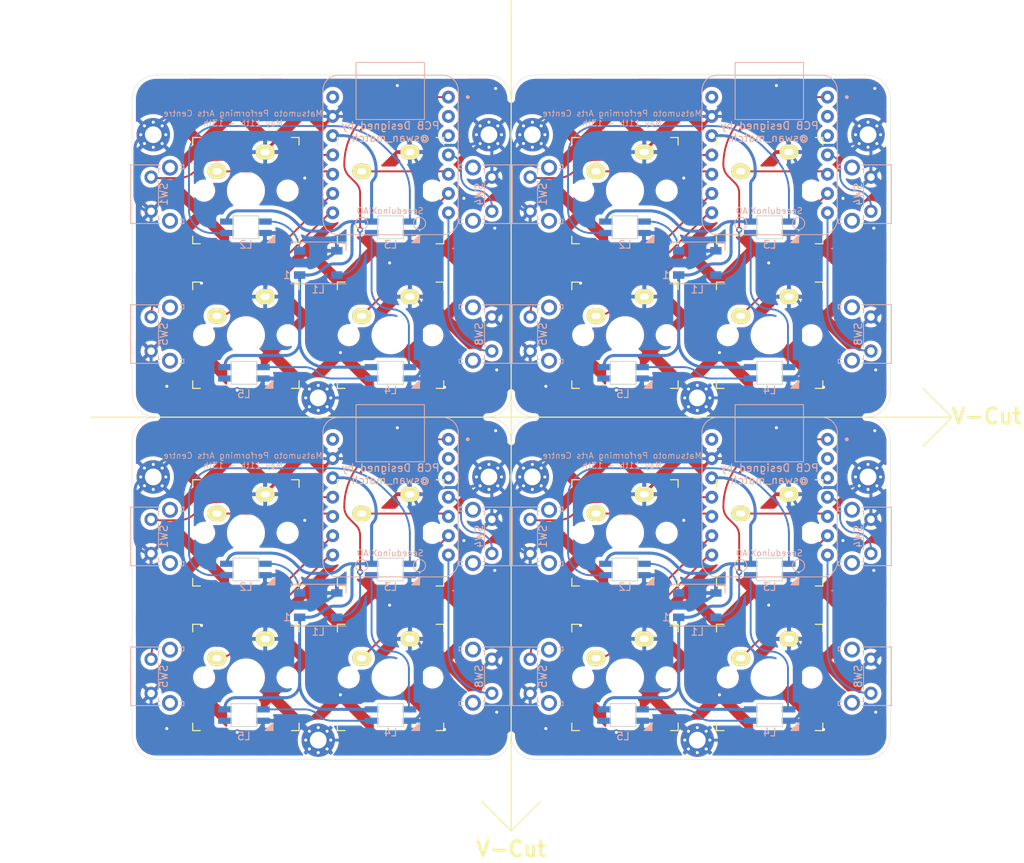
<source format=kicad_pcb>
(kicad_pcb (version 20211014) (generator pcbnew)
  (layers (0 "F.Cu" signal) (31 "B.Cu" signal) (34 "B.Paste" user) (35 "F.Paste" user) (36 "B.SilkS" user "B.Silkscreen") (37 "F.SilkS" user "F.Silkscreen") (38 "B.Mask" user) (39 "F.Mask" user) (44 "Edge.Cuts" user))
  (net 0 "")
  (net 1 "GND")
  (net 2 "LED")
  (net 3 "Net-(L1-Pad2)")
  (net 4 "VCC")
  (net 5 "Net-(L2-Pad2)")
  (net 6 "Net-(L3-Pad2)")
  (net 7 "SW1")
  (net 8 "SW2")
  (net 9 "SW3")
  (net 10 "SW4")
  (net 11 "SW5")
  (net 12 "SW6")
  (net 13 "SW7")
  (net 14 "SW8")
  (net 15 "Net-(L4-Pad2)")
  (footprint "MountingHole:MountingHole_2.2mm_M2_Pad_Via" (layer "F.Cu") (at 65.278 58.039)
    (fp_text reference "J1" hide)
    (fp_text value "Conn_01x01")
  )
  (footprint "MountingHole:MountingHole_2.2mm_M2_Pad_Via" (layer "F.Cu") (at 86.995 92.71)
    (fp_text reference "J2" hide)
    (fp_text value "Conn_01x01")
  )
  (footprint "MountingHole:MountingHole_2.2mm_M2_Pad_Via" (layer "F.Cu") (at 109.474 58.039)
    (fp_text reference "J3" hide)
    (fp_text value "Conn_01x01")
  )
  (footprint "Keyboard:MX_1U" (layer "F.Cu") (at 77.47 65.405)
    (fp_text reference "SW2" hide)
    (fp_text value "SW_PUSH" hide)
  )
  (footprint "Keyboard:MX_1U" (layer "F.Cu") (at 96.52 65.405)
    (fp_text reference "SW3" hide)
    (fp_text value "SW_PUSH" hide)
  )
  (footprint "Keyboard:MX_1U" (layer "F.Cu") (at 77.47 84.455)
    (fp_text reference "SW6" hide)
    (fp_text value "SW_PUSH" hide)
  )
  (footprint "Keyboard:MX_1U" (layer "F.Cu") (at 96.52 84.455)
    (fp_text reference "SW7" hide)
    (fp_text value "SW_PUSH" hide)
  )
  (footprint "Keyboard:MX_1U" (layer "F.Cu") (at 146.431 129.54)
    (fp_text reference "SW7" hide)
    (fp_text value "SW_PUSH" hide)
  )
  (footprint "Keyboard:MX_1U" (layer "F.Cu") (at 96.52 110.49)
    (fp_text reference "SW3" hide)
    (fp_text value "SW_PUSH" hide)
  )
  (footprint "MountingHole:MountingHole_2.2mm_M2_Pad_Via" (layer "F.Cu") (at 115.189 58.039)
    (fp_text reference "J1" hide)
    (fp_text value "Conn_01x01")
  )
  (footprint "Keyboard:MX_1U" (layer "F.Cu") (at 127.381 110.49)
    (fp_text reference "SW2" hide)
    (fp_text value "SW_PUSH" hide)
  )
  (footprint "Keyboard:MX_1U" (layer "F.Cu") (at 127.381 65.405)
    (fp_text reference "SW2" hide)
    (fp_text value "SW_PUSH" hide)
  )
  (footprint "MountingHole:MountingHole_2.2mm_M2_Pad_Via" (layer "F.Cu") (at 65.278 103.124)
    (fp_text reference "J1" hide)
    (fp_text value "Conn_01x01")
  )
  (footprint "Keyboard:MX_1U" (layer "F.Cu") (at 146.431 84.455)
    (fp_text reference "SW7" hide)
    (fp_text value "SW_PUSH" hide)
  )
  (footprint "Keyboard:MX_1U" (layer "F.Cu") (at 146.431 65.405)
    (fp_text reference "SW3" hide)
    (fp_text value "SW_PUSH" hide)
  )
  (footprint "Keyboard:MX_1U" (layer "F.Cu") (at 127.381 129.54)
    (fp_text reference "SW6" hide)
    (fp_text value "SW_PUSH" hide)
  )
  (footprint "Keyboard:MX_1U" (layer "F.Cu") (at 127.381 84.455)
    (fp_text reference "SW6" hide)
    (fp_text value "SW_PUSH" hide)
  )
  (footprint "Keyboard:MX_1U" (layer "F.Cu") (at 96.52 129.54)
    (fp_text reference "SW7" hide)
    (fp_text value "SW_PUSH" hide)
  )
  (footprint "Keyboard:MX_1U" (layer "F.Cu") (at 146.431 110.49)
    (fp_text reference "SW3" hide)
    (fp_text value "SW_PUSH" hide)
  )
  (footprint "Keyboard:MX_1U" (layer "F.Cu") (at 77.47 129.54)
    (fp_text reference "SW6" hide)
    (fp_text value "SW_PUSH" hide)
  )
  (footprint "MountingHole:MountingHole_2.2mm_M2_Pad_Via" (layer "F.Cu") (at 159.385 58.039)
    (fp_text reference "J3" hide)
    (fp_text value "Conn_01x01")
  )
  (footprint "MountingHole:MountingHole_2.2mm_M2_Pad_Via" (layer "F.Cu") (at 86.995 137.795)
    (fp_text reference "J2" hide)
    (fp_text value "Conn_01x01")
  )
  (footprint "MountingHole:MountingHole_2.2mm_M2_Pad_Via" (layer "F.Cu") (at 109.474 103.124)
    (fp_text reference "J3" hide)
    (fp_text value "Conn_01x01")
  )
  (footprint "MountingHole:MountingHole_2.2mm_M2_Pad_Via" (layer "F.Cu") (at 159.385 103.124)
    (fp_text reference "J3" hide)
    (fp_text value "Conn_01x01")
  )
  (footprint "MountingHole:MountingHole_2.2mm_M2_Pad_Via" (layer "F.Cu") (at 115.189 103.124)
    (fp_text reference "J1" hide)
    (fp_text value "Conn_01x01")
  )
  (footprint "Keyboard:MX_1U" (layer "F.Cu") (at 77.47 110.49)
    (fp_text reference "SW2" hide)
    (fp_text value "SW_PUSH" hide)
  )
  (footprint "MountingHole:MountingHole_2.2mm_M2_Pad_Via" (layer "F.Cu") (at 136.906 137.795)
    (fp_text reference "J2" hide)
    (fp_text value "Conn_01x01")
  )
  (footprint "MountingHole:MountingHole_2.2mm_M2_Pad_Via" (layer "F.Cu") (at 136.906 92.71)
    (fp_text reference "J2" hide)
    (fp_text value "Conn_01x01")
  )
  (footprint "LED_SMD:LED_WS2812B_PLCC4_5.0x5.0mm_P3.2mm" (layer "B.Cu") (at 86.995 74.93)
    (fp_text reference "L1")
    (fp_text value "YS-SK6812MINI")
  )
  (footprint "Keyboard:YS-SK6812MINI-E" (layer "B.Cu") (at 77.47 70.231 180)
    (fp_text reference "L2")
    (fp_text value "YS-SK6812MINI")
    (fp_line (start 1.7 1.5) (end -1.7 1.5) (layer "Edge.Cuts") (width 0.12))
    (fp_line (start -1.7 -1.5) (end 1.7 -1.5) (layer "Edge.Cuts") (width 0.12))
    (fp_line (start -1.7 1.5) (end -1.7 -1.5) (layer "Edge.Cuts") (width 0.12))
    (fp_line (start 1.7 -1.5) (end 1.7 1.5) (layer "Edge.Cuts") (width 0.12))
  )
  (footprint "Keyboard:YS-SK6812MINI-E" (layer "B.Cu") (at 96.52 70.231 180)
    (fp_text reference "L3")
    (fp_text value "YS-SK6812MINI")
    (fp_line (start -1.7 1.5) (end -1.7 -1.5) (layer "Edge.Cuts") (width 0.12))
    (fp_line (start 1.7 1.5) (end -1.7 1.5) (layer "Edge.Cuts") (width 0.12))
    (fp_line (start 1.7 -1.5) (end 1.7 1.5) (layer "Edge.Cuts") (width 0.12))
    (fp_line (start -1.7 -1.5) (end 1.7 -1.5) (layer "Edge.Cuts") (width 0.12))
  )
  (footprint "Keyboard:YS-SK6812MINI-E" (layer "B.Cu") (at 96.52 89.408 180)
    (fp_text reference "L4")
    (fp_text value "YS-SK6812MINI")
    (fp_line (start 1.7 1.5) (end -1.7 1.5) (layer "Edge.Cuts") (width 0.12))
    (fp_line (start -1.7 1.5) (end -1.7 -1.5) (layer "Edge.Cuts") (width 0.12))
    (fp_line (start 1.7 -1.5) (end 1.7 1.5) (layer "Edge.Cuts") (width 0.12))
    (fp_line (start -1.7 -1.5) (end 1.7 -1.5) (layer "Edge.Cuts") (width 0.12))
  )
  (footprint "Button_Switch_THT:SW_Tactile_SPST_Angled_PTS645Vx39-2LFS" (layer "B.Cu") (at 64.9905 63.627 -90)
    (fp_text reference "SW1")
    (fp_text value "SW_PUSH")
  )
  (footprint "Button_Switch_THT:SW_Tactile_SPST_Angled_PTS645Vx39-2LFS" (layer "B.Cu") (at 109.855 68.127 90)
    (fp_text reference "SW4")
    (fp_text value "SW_PUSH")
  )
  (footprint "Button_Switch_THT:SW_Tactile_SPST_Angled_PTS645Vx39-2LFS" (layer "B.Cu") (at 64.9905 82.053 -90)
    (fp_text reference "SW5")
    (fp_text value "SW_PUSH")
  )
  (footprint "Button_Switch_THT:SW_Tactile_SPST_Angled_PTS645Vx39-2LFS" (layer "B.Cu") (at 109.855 86.542 90)
    (fp_text reference "SW8")
    (fp_text value "SW_PUSH")
  )
  (footprint "Button_Switch_THT:SW_Tactile_SPST_Angled_PTS645Vx39-2LFS" (layer "B.Cu") (at 109.855 131.627 90)
    (fp_text reference "SW8")
    (fp_text value "SW_PUSH")
  )
  (footprint "Button_Switch_THT:SW_Tactile_SPST_Angled_PTS645Vx39-2LFS" (layer "B.Cu") (at 159.766 86.542 90)
    (fp_text reference "SW8")
    (fp_text value "SW_PUSH")
  )
  (footprint "Button_Switch_THT:SW_Tactile_SPST_Angled_PTS645Vx39-2LFS" (layer "B.Cu") (at 159.766 113.212 90)
    (fp_text reference "SW4")
    (fp_text value "SW_PUSH")
  )
  (footprint "Button_Switch_THT:SW_Tactile_SPST_Angled_PTS645Vx39-2LFS" (layer "B.Cu") (at 159.766 68.127 90)
    (fp_text reference "SW4")
    (fp_text value "SW_PUSH")
  )
  (footprint "Button_Switch_THT:SW_Tactile_SPST_Angled_PTS645Vx39-2LFS" (layer "B.Cu") (at 114.9015 127.138 -90)
    (fp_text reference "SW5")
    (fp_text value "SW_PUSH")
  )
  (footprint "Button_Switch_THT:SW_Tactile_SPST_Angled_PTS645Vx39-2LFS" (layer "B.Cu") (at 114.9015 108.712 -90)
    (fp_text reference "SW1")
    (fp_text value "SW_PUSH")
  )
  (footprint "Keyboard:Seeeduino XIAO TH only" (layer "B.Cu") (at 146.431 60.706 180)
    (fp_text reference "U1")
    (fp_text value "SeeeduinoXIAO")
  )
  (footprint "Button_Switch_THT:SW_Tactile_SPST_Angled_PTS645Vx39-2LFS" (layer "B.Cu") (at 109.855 113.212 90)
    (fp_text reference "SW4")
    (fp_text value "SW_PUSH")
  )
  (footprint "LED_SMD:LED_WS2812B_PLCC4_5.0x5.0mm_P3.2mm" (layer "B.Cu") (at 136.906 120.015)
    (fp_text reference "L1")
    (fp_text value "YS-SK6812MINI")
  )
  (footprint "Keyboard:YS-SK6812MINI-E" (layer "B.Cu") (at 146.431 89.408 180)
    (fp_text reference "L4")
    (fp_text value "YS-SK6812MINI")
    (fp_line (start 1.7 -1.5) (end 1.7 1.5) (layer "Edge.Cuts") (width 0.12))
    (fp_line (start -1.7 -1.5) (end 1.7 -1.5) (layer "Edge.Cuts") (width 0.12))
    (fp_line (start -1.7 1.5) (end -1.7 -1.5) (layer "Edge.Cuts") (width 0.12))
    (fp_line (start 1.7 1.5) (end -1.7 1.5) (layer "Edge.Cuts") (width 0.12))
  )
  (footprint "Keyboard:Seeeduino XIAO TH only" (layer "B.Cu") (at 96.52 105.791 180)
    (fp_text reference "U1")
    (fp_text value "SeeeduinoXIAO")
  )
  (footprint "Button_Switch_THT:SW_Tactile_SPST_Angled_PTS645Vx39-2LFS" (layer "B.Cu") (at 159.766 131.627 90)
    (fp_text reference "SW8")
    (fp_text value "SW_PUSH")
  )
  (footprint "Keyboard:YS-SK6812MINI-E" (layer "B.Cu") (at 96.52 134.493 180)
    (fp_text reference "L4")
    (fp_text value "YS-SK6812MINI")
    (fp_line (start -1.7 -1.5) (end 1.7 -1.5) (layer "Edge.Cuts") (width 0.12))
    (fp_line (start 1.7 1.5) (end -1.7 1.5) (layer "Edge.Cuts") (width 0.12))
    (fp_line (start -1.7 1.5) (end -1.7 -1.5) (layer "Edge.Cuts") (width 0.12))
    (fp_line (start 1.7 -1.5) (end 1.7 1.5) (layer "Edge.Cuts") (width 0.12))
  )
  (footprint "Keyboard:YS-SK6812MINI-E" (layer "B.Cu") (at 127.381 115.316 180)
    (fp_text reference "L2")
    (fp_text value "YS-SK6812MINI")
    (fp_line (start -1.7 1.5) (end -1.7 -1.5) (layer "Edge.Cuts") (width 0.12))
    (fp_line (start -1.7 -1.5) (end 1.7 -1.5) (layer "Edge.Cuts") (width 0.12))
    (fp_line (start 1.7 -1.5) (end 1.7 1.5) (layer "Edge.Cuts") (width 0.12))
    (fp_line (start 1.7 1.5) (end -1.7 1.5) (layer "Edge.Cuts") (width 0.12))
  )
  (footprint "LED_SMD:LED_WS2812B_PLCC4_5.0x5.0mm_P3.2mm" (layer "B.Cu") (at 86.995 120.015)
    (fp_text reference "L1")
    (fp_text value "YS-SK6812MINI")
  )
  (footprint "Keyboard:YS-SK6812MINI-E" (layer "B.Cu") (at 146.431 70.231 180)
    (fp_text reference "L3")
    (fp_text value "YS-SK6812MINI")
    (fp_line (start -1.7 1.5) (end -1.7 -1.5) (layer "Edge.Cuts") (width 0.12))
    (fp_line (start 1.7 -1.5) (end 1.7 1.5) (layer "Edge.Cuts") (width 0.12))
    (fp_line (start 1.7 1.5) (end -1.7 1.5) (layer "Edge.Cuts") (width 0.12))
    (fp_line (start -1.7 -1.5) (end 1.7 -1.5) (layer "Edge.Cuts") (width 0.12))
  )
  (footprint "Keyboard:YS-SK6812MINI-E" (layer "B.Cu") (at 127.127 134.493 180)
    (fp_text reference "L5")
    (fp_text value "YS-SK6812MINI")
    (fp_line (start -1.7 -1.5) (end 1.7 -1.5) (layer "Edge.Cuts") (width 0.12))
    (fp_line (start 1.7 -1.5) (end 1.7 1.5) (layer "Edge.Cuts") (width 0.12))
    (fp_line (start -1.7 1.5) (end -1.7 -1.5) (layer "Edge.Cuts") (width 0.12))
    (fp_line (start 1.7 1.5) (end -1.7 1.5) (layer "Edge.Cuts") (width 0.12))
  )
  (footprint "Button_Switch_THT:SW_Tactile_SPST_Angled_PTS645Vx39-2LFS" (layer "B.Cu") (at 64.9905 108.712 -90)
    (fp_text reference "SW1")
    (fp_text value "SW_PUSH")
  )
  (footprint "Keyboard:YS-SK6812MINI-E" (layer "B.Cu") (at 127.381 70.231 180)
    (fp_text reference "L2")
    (fp_text value "YS-SK6812MINI")
    (fp_line (start -1.7 -1.5) (end 1.7 -1.5) (layer "Edge.Cuts") (width 0.12))
    (fp_line (start -1.7 1.5) (end -1.7 -1.5) (layer "Edge.Cuts") (width 0.12))
    (fp_line (start 1.7 -1.5) (end 1.7 1.5) (layer "Edge.Cuts") (width 0.12))
    (fp_line (start 1.7 1.5) (end -1.7 1.5) (layer "Edge.Cuts") (width 0.12))
  )
  (footprint "Keyboard:YS-SK6812MINI-E" (layer "B.Cu") (at 146.431 115.316 180)
    (fp_text reference "L3")
    (fp_text value "YS-SK6812MINI")
    (fp_line (start 1.7 1.5) (end -1.7 1.5) (layer "Edge.Cuts") (width 0.12))
    (fp_line (start -1.7 -1.5) (end 1.7 -1.5) (layer "Edge.Cuts") (width 0.12))
    (fp_line (start 1.7 -1.5) (end 1.7 1.5) (layer "Edge.Cuts") (width 0.12))
    (fp_line (start -1.7 1.5) (end -1.7 -1.5) (layer "Edge.Cuts") (width 0.12))
  )
  (footprint "Keyboard:Seeeduino XIAO TH only" (layer "B.Cu") (at 96.52 60.706 180)
    (fp_text reference "U1")
    (fp_text value "SeeeduinoXIAO")
  )
  (footprint "Button_Switch_THT:SW_Tactile_SPST_Angled_PTS645Vx39-2LFS" (layer "B.Cu") (at 114.9015 82.053 -90)
    (fp_text reference "SW5")
    (fp_text value "SW_PUSH")
  )
  (footprint "Button_Switch_THT:SW_Tactile_SPST_Angled_PTS645Vx39-2LFS" (layer "B.Cu") (at 64.9905 127.138 -90)
    (fp_text reference "SW5")
    (fp_text value "SW_PUSH")
  )
  (footprint "LED_SMD:LED_WS2812B_PLCC4_5.0x5.0mm_P3.2mm" (layer "B.Cu") (at 136.906 74.93)
    (fp_text reference "L1")
    (fp_text value "YS-SK6812MINI")
  )
  (footprint "Keyboard:YS-SK6812MINI-E" (layer "B.Cu") (at 77.216 134.493 180)
    (fp_text reference "L5")
    (fp_text value "YS-SK6812MINI")
    (fp_line (start 1.7 -1.5) (end 1.7 1.5) (layer "Edge.Cuts") (width 0.12))
    (fp_line (start 1.7 1.5) (end -1.7 1.5) (layer "Edge.Cuts") (width 0.12))
    (fp_line (start -1.7 -1.5) (end 1.7 -1.5) (layer "Edge.Cuts") (width 0.12))
    (fp_line (start -1.7 1.5) (end -1.7 -1.5) (layer "Edge.Cuts") (width 0.12))
  )
  (footprint "Keyboard:YS-SK6812MINI-E" (layer "B.Cu") (at 96.52 115.316 180)
    (fp_text reference "L3")
    (fp_text value "YS-SK6812MINI")
    (fp_line (start -1.7 -1.5) (end 1.7 -1.5) (layer "Edge.Cuts") (width 0.12))
    (fp_line (start -1.7 1.5) (end -1.7 -1.5) (layer "Edge.Cuts") (width 0.12))
    (fp_line (start 1.7 -1.5) (end 1.7 1.5) (layer "Edge.Cuts") (width 0.12))
    (fp_line (start 1.7 1.5) (end -1.7 1.5) (layer "Edge.Cuts") (width 0.12))
  )
  (footprint "Keyboard:YS-SK6812MINI-E" (layer "B.Cu") (at 77.216 89.408 180)
    (fp_text reference "L5")
    (fp_text value "YS-SK6812MINI")
    (fp_line (start -1.7 -1.5) (end 1.7 -1.5) (layer "Edge.Cuts") (width 0.12))
    (fp_line (start 1.7 -1.5) (end 1.7 1.5) (layer "Edge.Cuts") (width 0.12))
    (fp_line (start -1.7 1.5) (end -1.7 -1.5) (layer "Edge.Cuts") (width 0.12))
    (fp_line (start 1.7 1.5) (end -1.7 1.5) (layer "Edge.Cuts") (width 0.12))
  )
  (footprint "Keyboard:YS-SK6812MINI-E" (layer "B.Cu") (at 146.431 134.493 180)
    (fp_text reference "L4")
    (fp_text value "YS-SK6812MINI")
    (fp_line (start 1.7 -1.5) (end 1.7 1.5) (layer "Edge.Cuts") (width 0.12))
    (fp_line (start 1.7 1.5) (end -1.7 1.5) (layer "Edge.Cuts") (width 0.12))
    (fp_line (start -1.7 1.5) (end -1.7 -1.5) (layer "Edge.Cuts") (width 0.12))
    (fp_line (start -1.7 -1.5) (end 1.7 -1.5) (layer "Edge.Cuts") (width 0.12))
  )
  (footprint "Button_Switch_THT:SW_Tactile_SPST_Angled_PTS645Vx39-2LFS" (layer "B.Cu") (at 114.9015 63.627 -90)
    (fp_text reference "SW1")
    (fp_text value "SW_PUSH")
  )
  (footprint "Keyboard:YS-SK6812MINI-E" (layer "B.Cu") (at 77.47 115.316 180)
    (fp_text reference "L2")
    (fp_text value "YS-SK6812MINI")
    (fp_line (start -1.7 -1.5) (end 1.7 -1.5) (layer "Edge.Cuts") (width 0.12))
    (fp_line (start 1.7 -1.5) (end 1.7 1.5) (layer "Edge.Cuts") (width 0.12))
    (fp_line (start 1.7 1.5) (end -1.7 1.5) (layer "Edge.Cuts") (width 0.12))
    (fp_line (start -1.7 1.5) (end -1.7 -1.5) (layer "Edge.Cuts") (width 0.12))
  )
  (footprint "Keyboard:YS-SK6812MINI-E" (layer "B.Cu") (at 127.127 89.408 180)
    (fp_text reference "L5")
    (fp_text value "YS-SK6812MINI")
    (fp_line (start 1.7 -1.5) (end 1.7 1.5) (layer "Edge.Cuts") (width 0.12))
    (fp_line (start -1.7 1.5) (end -1.7 -1.5) (layer "Edge.Cuts") (width 0.12))
    (fp_line (start 1.7 1.5) (end -1.7 1.5) (layer "Edge.Cuts") (width 0.12))
    (fp_line (start -1.7 -1.5) (end 1.7 -1.5) (layer "Edge.Cuts") (width 0.12))
  )
  (footprint "Keyboard:Seeeduino XIAO TH only" (layer "B.Cu") (at 146.431 105.791 180)
    (fp_text reference "U1")
    (fp_text value "SeeeduinoXIAO")
  )
  (gr_line (start 112.395 149.733) (end 108.585 145.923) (layer "F.SilkS") (width 0.15))
  (gr_line (start 112.395 40.386) (end 112.395 149.606) (layer "F.SilkS") (width 0.15))
  (gr_line (start 112.395 149.733) (end 116.205 145.923) (layer "F.SilkS") (width 0.15))
  (gr_line (start 57.15 95.25) (end 170.434 95.25) (layer "F.SilkS") (width 0.15))
  (gr_line (start 170.434 95.25) (end 166.624 91.44) (layer "F.SilkS") (width 0.15))
  (gr_line (start 170.434 95.25) (end 166.624 99.06) (layer "F.SilkS") (width 0.15))
  (gr_arc (start 65.659 95.25) (mid 63.413936 94.320064) (end 62.484 92.075) (layer "Edge.Cuts") (width 0.05))
  (gr_line (start 62.484 53.34) (end 62.484 92.075) (layer "Edge.Cuts") (width 0.05))
  (gr_line (start 109.22 50.165) (end 65.659 50.165) (layer "Edge.Cuts") (width 0.05))
  (gr_line (start 162.306 92.075) (end 162.306 53.34) (layer "Edge.Cuts") (width 0.05))
  (gr_arc (start 112.395 98.425) (mid 113.324936 96.179936) (end 115.57 95.25) (layer "Edge.Cuts") (width 0.05))
  (gr_arc (start 162.306 92.075) (mid 161.376064 94.320064) (end 159.131 95.25) (layer "Edge.Cuts") (width 0.05))
  (gr_line (start 115.57 140.335) (end 159.131 140.335) (layer "Edge.Cuts") (width 0.05))
  (gr_arc (start 115.57 95.25) (mid 113.324936 94.320064) (end 112.395 92.075) (layer "Edge.Cuts") (width 0.05))
  (gr_line (start 62.484 98.425) (end 62.484 137.16) (layer "Edge.Cuts") (width 0.05))
  (gr_arc (start 159.131 95.25) (mid 161.376064 96.179936) (end 162.306 98.425) (layer "Edge.Cuts") (width 0.05))
  (gr_line (start 159.131 50.165) (end 115.57 50.165) (layer "Edge.Cuts") (width 0.05))
  (gr_arc (start 62.484 53.34) (mid 63.413936 51.094936) (end 65.659 50.165) (layer "Edge.Cuts") (width 0.05))
  (gr_arc (start 162.306 137.16) (mid 161.376064 139.405064) (end 159.131 140.335) (layer "Edge.Cuts") (width 0.05))
  (gr_arc (start 115.57 140.335) (mid 113.324936 139.405064) (end 112.395 137.16) (layer "Edge.Cuts") (width 0.05))
  (gr_arc (start 112.395 92.075) (mid 111.465064 94.320064) (end 109.22 95.25) (layer "Edge.Cuts") (width 0.05))
  (gr_arc (start 112.395 53.34) (mid 113.324936 51.094936) (end 115.57 50.165) (layer "Edge.Cuts") (width 0.05))
  (gr_arc (start 109.22 95.25) (mid 111.465064 96.179936) (end 112.395 98.425) (layer "Edge.Cuts") (width 0.05))
  (gr_line (start 65.659 140.335) (end 109.22 140.335) (layer "Edge.Cuts") (width 0.05))
  (gr_arc (start 112.395 137.16) (mid 111.465064 139.405064) (end 109.22 140.335) (layer "Edge.Cuts") (width 0.05))
  (gr_arc (start 62.484 98.425) (mid 63.413936 96.179936) (end 65.659 95.25) (layer "Edge.Cuts") (width 0.05))
  (gr_line (start 162.306 137.16) (end 162.306 98.425) (layer "Edge.Cuts") (width 0.05))
  (gr_arc (start 65.659 140.335) (mid 63.413936 139.405064) (end 62.484 137.16) (layer "Edge.Cuts") (width 0.05))
  (gr_arc (start 109.22 50.165) (mid 111.465064 51.094936) (end 112.395 53.34) (layer "Edge.Cuts") (width 0.05))
  (gr_arc (start 159.131 50.165) (mid 161.376064 51.094936) (end 162.306 53.34) (layer "Edge.Cuts") (width 0.05))
  (gr_text "Matsumoto Performing Arts Centre\nMay 11th - 13th" (at 127 100.965) (layer "B.SilkS") (effects (font (size 0.8 0.8) (thickness 0.1)) (justify mirror)))
  (gr_text "Matsumoto Performing Arts Centre\nMay 11th - 13th" (at 127 55.88) (layer "B.SilkS") (effects (font (size 0.8 0.8) (thickness 0.1)) (justify mirror)))
  (gr_text "Matsumoto Performing Arts Centre\nMay 11th - 13th" (at 77.089 55.88) (layer "B.SilkS") (effects (font (size 0.8 0.8) (thickness 0.1)) (justify mirror)))
  (gr_text "PCB Designed by\n@swan_match" (at 146.431 102.743) (layer "B.SilkS") (effects (font (size 1 1)) (justify mirror)))
  (gr_text "Matsumoto Performing Arts Centre\nMay 11th - 13th" (at 77.089 100.965) (layer "B.SilkS") (effects (font (size 0.8 0.8) (thickness 0.1)) (justify mirror)))
  (gr_text "PCB Designed by\n@swan_match" (at 96.52 102.743) (layer "B.SilkS") (effects (font (size 1 1)) (justify mirror)))
  (gr_text "PCB Designed by\n@swan_match" (at 146.431 57.658) (layer "B.SilkS") (effects (font (size 1 1)) (justify mirror)))
  (gr_text "PCB Designed by\n@swan_match" (at 96.52 57.658) (layer "B.SilkS") (effects (font (size 1 1)) (justify mirror)))
  (gr_text "V-Cut" (at 175.006 95.123) (layer "F.SilkS") (effects (font (size 2 2) (thickness 0.375))))
  (gr_text "V-Cut" (at 112.395 152.146) (layer "F.SilkS") (effects (font (size 2 2) (thickness 0.375))))
  (segment (start 136.906 94.36) (end 136.2226 94.36) (width 0.4) (layer "F.Cu") (net 1))
  (segment (start 66.9527 103.4017) (end 66.4694 103.885) (width 0.4) (layer "F.Cu") (net 1))
  (segment (start 86.5117 136.6283) (end 86.995 136.145) (width 0.4) (layer "F.Cu") (net 1))
  (segment (start 116.3804 58.8) (end 115.697 58.8) (width 0.4) (layer "F.Cu") (net 1))
  (segment (start 66.9527 58.3167) (end 66.4694 58.8) (width 0.4) (layer "F.Cu") (net 1))
  (segment (start 116.3804 103.885) (end 115.697 103.885) (width 0.4) (layer "F.Cu") (net 1))
  (segment (start 86.995 139.445) (end 86.3116 139.445) (width 0.4) (layer "F.Cu") (net 1))
  (segment (start 136.906 136.145) (end 137.5894 136.145) (width 0.4) (layer "F.Cu") (net 1))
  (segment (start 136.4227 91.5433) (end 136.906 91.06) (width 0.4) (layer "F.Cu") (net 1))
  (segment (start 86.5117 91.5433) (end 86.995 91.06) (width 0.4) (layer "F.Cu") (net 1))
  (segment (start 137.5894 91.06) (end 138.0727 91.5433) (width 0.4) (layer "F.Cu") (net 1))
  (segment (start 136.906 91.06) (end 137.5894 91.06) (width 0.4) (layer "F.Cu") (net 1))
  (segment (start 137.541 101.981) (end 137.033 101.981) (width 0.4) (layer "F.Cu") (net 1))
  (segment (start 85.217 54.991) (end 80.01 60.198) (width 0.4) (layer "F.Cu") (net 1))
  (segment (start 136.4227 136.6283) (end 136.906 136.145) (width 0.4) (layer "F.Cu") (net 1))
  (segment (start 86.995 91.06) (end 87.6784 91.06) (width 0.4) (layer "F.Cu") (net 1))
  (segment (start 85.217 100.076) (end 80.01 105.283) (width 0.4) (layer "F.Cu") (net 1))
  (segment (start 116.8637 103.4017) (end 116.3804 103.885) (width 0.4) (layer "F.Cu") (net 1))
  (segment (start 116.8637 58.3167) (end 116.3804 58.8) (width 0.4) (layer "F.Cu") (net 1))
  (segment (start 138.811 55.626) (end 137.541 56.896) (width 0.4) (layer "F.Cu") (net 1))
  (segment (start 86.995 136.145) (end 87.6784 136.145) (width 0.4) (layer "F.Cu") (net 1))
  (segment (start 87.6784 91.06) (end 88.1617 91.5433) (width 0.4) (layer "F.Cu") (net 1))
  (segment (start 86.3116 139.445) (end 85.8283 138.9617) (width 0.4) (layer "F.Cu") (net 1))
  (segment (start 87.6784 136.145) (end 88.1617 136.6283) (width 0.4) (layer "F.Cu") (net 1))
  (segment (start 135.7393 91.5433) (end 136.4227 91.5433) (width 0.4) (layer "F.Cu") (net 1))
  (segment (start 135.7393 136.6283) (end 136.4227 136.6283) (width 0.4) (layer "F.Cu") (net 1))
  (segment (start 86.3116 94.36) (end 85.8283 93.8767) (width 0.4) (layer "F.Cu") (net 1))
  (segment (start 135.128 54.991) (end 129.921 60.198) (width 0.4) (layer "F.Cu") (net 1))
  (segment (start 137.5894 136.145) (end 138.0727 136.6283) (width 0.4) (layer "F.Cu") (net 1))
  (segment (start 87.63 101.981) (end 87.122 101.981) (width 0.4) (layer "F.Cu") (net 1))
  (segment (start 66.4694 58.8) (end 65.786 58.8) (width 0.4) (layer "F.Cu") (net 1))
  (segment (start 85.8283 91.5433) (end 86.5117 91.5433) (width 0.4) (layer "F.Cu") (net 1))
  (segment (start 137.541 56.896) (end 137.033 56.896) (width 0.4) (layer "F.Cu") (net 1))
  (segment (start 66.4694 103.885) (end 65.786 103.885) (width 0.4) (layer "F.Cu") (net 1))
  (segment (start 88.9 55.626) (end 87.63 56.896) (width 0.4) (layer "F.Cu") (net 1))
  (segment (start 85.8283 136.6283) (end 86.5117 136.6283) (width 0.4) (layer "F.Cu") (net 1))
  (segment (start 87.122 56.896) (end 85.217 54.991) (width 0.4) (layer "F.Cu") (net 1))
  (segment (start 135.128 100.076) (end 129.921 105.283) (width 0.4) (layer "F.Cu") (net 1))
  (segment (start 136.2226 94.36) (end 135.7393 93.8767) (width 0.4) (layer "F.Cu") (net 1))
  (segment (start 136.906 139.445) (end 136.2226 139.445) (width 0.4) (layer "F.Cu") (net 1))
  (segment (start 88.9 100.711) (end 87.63 101.981) (width 0.4) (layer "F.Cu") (net 1))
  (segment (start 86.995 94.36) (end 86.3116 94.36) (width 0.4) (layer "F.Cu") (net 1))
  (segment (start 87.122 101.981) (end 85.217 100.076) (width 0.4) (layer "F.Cu") (net 1))
  (segment (start 137.033 101.981) (end 135.128 100.076) (width 0.4) (layer "F.Cu") (net 1))
  (segment (start 87.63 56.896) (end 87.122 56.896) (width 0.4) (layer "F.Cu") (net 1))
  (segment (start 137.033 56.896) (end 135.128 54.991) (width 0.4) (layer "F.Cu") (net 1))
  (segment (start 80.01 60.198) (end 80.01 60.325) (width 0.4) (layer "F.Cu") (net 1))
  (segment (start 138.811 100.711) (end 137.541 101.981) (width 0.4) (layer "F.Cu") (net 1))
  (segment (start 136.2226 139.445) (end 135.7393 138.9617) (width 0.4) (layer "F.Cu") (net 1))
  (via (at 110.363 51.943) (size 0.8) (drill 0.4) (layers "F.Cu" "B.Cu") (net 1))
  (via (at 76.327 91.694) (size 0.8) (drill 0.4) (layers "F.Cu" "B.Cu") (net 1))
  (via (at 67.056 136.271) (size 0.8) (drill 0.4) (layers "F.Cu" "B.Cu") (net 1))
  (via (at 135.128 63.754) (size 0.8) (drill 0.4) (layers "F.Cu" "B.Cu") (net 1))
  (via (at 121.539 122.682) (size 0.8) (drill 0.4) (layers "F.Cu" "B.Cu") (net 1))
  (via (at 160.401 89.027) (size 0.8) (drill 0.4) (layers "F.Cu" "B.Cu") (net 1))
  (via (at 139.827 131.826) (size 0.8) (drill 0.4) (layers "F.Cu" "B.Cu") (net 1))
  (via (at 116.967 136.271) (size 0.8) (drill 0.4) (layers "F.Cu" "B.Cu") (net 1))
  (via (at 160.274 51.943) (size 0.8) (drill 0.4) (layers "F.Cu" "B.Cu") (net 1))
  (via (at 116.967 91.186) (size 0.8) (drill 0.4) (layers "F.Cu" "B.Cu") (net 1))
  (via (at 153.543 136.398) (size 0.8) (drill 0.4) (layers "F.Cu" "B.Cu") (net 1))
  (via (at 110.236 115.443) (size 0.8) (drill 0.4) (layers "F.Cu" "B.Cu") (net 1))
  (via (at 160.401 134.112) (size 0.8) (drill 0.4) (layers "F.Cu" "B.Cu") (net 1))
  (via (at 67.056 91.186) (size 0.8) (drill 0.4) (layers "F.Cu" "B.Cu") (net 1))
  (via (at 89.916 131.826) (size 0.8) (drill 0.4) (layers "F.Cu" "B.Cu") (net 1))
  (via (at 147.32 96.647) (size 0.8) (drill 0.4) (layers "F.Cu" "B.Cu") (net 1))
  (via (at 89.916 86.741) (size 0.8) (drill 0.4) (layers "F.Cu" "B.Cu") (net 1))
  (via (at 103.632 136.398) (size 0.8) (drill 0.4) (layers "F.Cu" "B.Cu") (net 1))
  (via (at 126.238 136.779) (size 0.8) (drill 0.4) (layers "F.Cu" "B.Cu") (net 1))
  (via (at 85.217 108.839) (size 0.8) (drill 0.4) (layers "F.Cu" "B.Cu") (net 1))
  (via (at 156.083 66.421) (size 0.8) (drill 0.4) (layers "F.Cu" "B.Cu") (net 1))
  (via (at 135.128 108.839) (size 0.8) (drill 0.4) (layers "F.Cu" "B.Cu") (net 1))
  (via (at 71.628 122.682) (size 0.8) (drill 0.4) (layers "F.Cu" "B.Cu") (net 1))
  (via (at 110.49 134.112) (size 0.8) (drill 0.4) (layers "F.Cu" "B.Cu") (net 1))
  (via (at 96.393 74.93) (size 0.8) (drill 0.4) (layers "F.Cu" "B.Cu") (net 1))
  (via (at 147.32 51.562) (size 0.8) (drill 0.4) (layers "F.Cu" "B.Cu") (net 1))
  (via (at 85.217 63.754) (size 0.8) (drill 0.4) (layers "F.Cu" "B.Cu") (net 1))
  (via (at 71.628 77.597) (size 0.8) (drill 0.4) (layers "F.Cu" "B.Cu") (net 1))
  (via (at 121.539 77.597) (size 0.8) (drill 0.4) (layers "F.Cu" "B.Cu") (net 1))
  (via (at 96.393 120.015) (size 0.8) (drill 0.4) (layers "F.Cu" "B.Cu") (net 1))
  (via (at 160.274 97.028) (size 0.8) (drill 0.4) (layers "F.Cu" "B.Cu") (net 1))
  (via (at 110.49 89.027) (size 0.8) (drill 0.4) (layers "F.Cu" "B.Cu") (net 1))
  (via (at 156.083 111.506) (size 0.8) (drill 0.4) (layers "F.Cu" "B.Cu") (net 1))
  (via (at 139.827 86.741) (size 0.8) (drill 0.4) (layers "F.Cu" "B.Cu") (net 1))
  (via (at 146.304 120.015) (size 0.8) (drill 0.4) (layers "F.Cu" "B.Cu") (net 1))
  (via (at 103.632 91.313) (size 0.8) (drill 0.4) (layers "F.Cu" "B.Cu") (net 1))
  (via (at 153.543 91.313) (size 0.8) (drill 0.4) (layers "F.Cu" "B.Cu") (net 1))
  (via (at 160.147 70.358) (size 0.8) (drill 0.4) (layers "F.Cu" "B.Cu") (net 1))
  (via (at 106.172 66.421) (size 0.8) (drill 0.4) (layers "F.Cu" "B.Cu") (net 1))
  (via (at 160.147 115.443) (size 0.8) (drill 0.4) (layers "F.Cu" "B.Cu") (net 1))
  (via (at 110.236 70.358) (size 0.8) (drill 0.4) (layers "F.Cu" "B.Cu") (net 1))
  (via (at 126.238 91.694) (size 0.8) (drill 0.4) (layers "F.Cu" "B.Cu") (net 1))
  (via (at 97.409 51.562) (size 0.8) (drill 0.4) (layers "F.Cu" "B.Cu") (net 1))
  (via (at 146.304 74.93) (size 0.8) (drill 0.4) (layers "F.Cu" "B.Cu") (net 1))
  (via (at 76.327 136.779) (size 0.8) (drill 0.4) (layers "F.Cu" "B.Cu") (net 1))
  (via (at 97.409 96.647) (size 0.8) (drill 0.4) (layers "F.Cu" "B.Cu") (net 1))
  (via (at 106.172 111.506) (size 0.8) (drill 0.4) (layers "F.Cu" "B.Cu") (net 1))
  (via (at 110.363 97.028) (size 0.8) (drill 0.4) (layers "F.Cu" "B.Cu") (net 1))
  (segment (start 99.06 60.325) (end 101.696185 60.325) (width 0.4) (layer "B.Cu") (net 1))
  (segment (start 138.0727 138.9617) (end 138.556 138.4784) (width 0.4) (layer "B.Cu") (net 1))
  (segment (start 111.379 65.151) (end 111.379 80.518) (width 0.4) (layer "B.Cu") (net 1))
  (segment (start 88.1617 93.8767) (end 88.645 93.3934) (width 0.4) (layer "B.Cu") (net 1))
  (segment (start 62.865 59.839795) (end 62.865 66.0015) (width 0.4) (layer "B.Cu") (net 1))
  (segment (start 64.9905 131.638) (end 64.9905 133.8245) (width 0.4) (layer "B.Cu") (net 1))
  (segment (start 85.345 137.1116) (end 85.345 137.795) (width 0.4) (layer "B.Cu") (net 1))
  (segment (start 138.811 55.626) (end 117.602 55.626) (width 0.4) (layer "B.Cu") (net 1))
  (segment (start 150.495 80.899) (end 150.495 87.376) (width 0.4) (layer "B.Cu") (net 1))
  (segment (start 99.06 124.46) (end 99.06 116.106) (width 0.4) (layer "B.Cu") (net 1))
  (segment (start 150.495 64.004261) (end 150.495 69.417) (width 0.4) (layer "B.Cu") (net 1))
  (segment (start 64.9905 86.553) (end 64.9905 88.7395) (width 0.4) (layer "B.Cu") (net 1))
  (segment (start 76.327 136.779) (end 78.18 136.779) (width 0.4) (layer "B.Cu") (net 1))
  (segment (start 84.074 74.803) (end 85.888864 74.803) (width 0.4) (layer "B.Cu") (net 1))
  (segment (start 148.971 60.325) (end 151.607185 60.325) (width 0.4) (layer "B.Cu") (net 1))
  (segment (start 138.811 100.711) (end 144.272 100.711) (width 0.4) (layer "B.Cu") (net 1))
  (segment (start 88.1617 91.5433) (end 88.645 92.0266) (width 0.4) (layer "B.Cu") (net 1))
  (segment (start 133.985 119.888) (end 135.799864 119.888) (width 0.4) (layer "B.Cu") (net 1))
  (segment (start 100.584 64.004261) (end 100.584 69.417) (width 0.4) (layer "B.Cu") (net 1))
  (segment (start 88.645 93.3934) (end 88.645 92.71) (width 0.4) (layer "B.Cu") (net 1))
  (segment (start 65.278 58.039) (end 64.665795 58.039) (width 0.4) (layer "B.Cu") (net 1))
  (segment (start 136.2226 92.71) (end 135.7393 93.1933) (width 0.4) (layer "B.Cu") (net 1))
  (segment (start 117.856 91.694) (end 126.238 91.694) (width 0.4) (layer "B.Cu") (net 1))
  (segment (start 136.906 92.71) (end 136.2226 92.71) (width 0.4) (layer "B.Cu") (net 1))
  (segment (start 80.01 124.46) (end 80.01 116.106) (width 0.4) (layer "B.Cu") (net 1))
  (segment (start 114.9015 86.553) (end 114.9015 88.7395) (width 0.4) (layer "B.Cu") (net 1))
  (segment (start 161.29 65.151) (end 161.29 80.518) (width 0.4) (layer "B.Cu") (net 1))
  (segment (start 64.9905 113.212) (end 64.9905 114.3935) (width 0.4) (layer "B.Cu") (net 1))
  (segment (start 86.3116 137.795) (end 85.8283 138.2783) (width 0.4) (layer "B.Cu") (net 1))
  (segment (start 138.556 92.0266) (end 138.556 92.71) (width 0.4) (layer "B.Cu") (net 1))
  (segment (start 85.8283 93.1933) (end 85.8283 93.8767) (width 0.4) (layer "B.Cu") (net 1))
  (segment (start 135.7393 138.2783) (end 135.7393 138.9617) (width 0.4) (layer "B.Cu") (net 1))
  (segment (start 138.556 137.1116) (end 138.556 137.795) (width 0.4) (layer "B.Cu") (net 1))
  (segment (start 148.971 79.375) (end 148.971 71.021) (width 0.4) (layer "B.Cu") (net 1))
  (segment (start 150.495 87.376) (end 150.495 88.594) (width 0.4) (layer "B.Cu") (net 1))
  (segment (start 117.856 136.779) (end 126.238 136.779) (width 0.4) (layer "B.Cu") (net 1))
  (segment (start 136.906 137.795) (end 136.2226 137.795) (width 0.4) (layer "B.Cu") (net 1))
  (segment (start 138.0727 91.5433) (end 138.556 92.0266) (width 0.4) (layer "B.Cu") (net 1))
  (segment (start 84.074 119.888) (end 85.888864 119.888) (width 0.4) (layer "B.Cu") (net 1))
  (segment (start 100.584 125.984) (end 100.584 132.461) (width 0.4) (layer "B.Cu") (net 1))
  (segment (start 80.01 79.375) (end 75.057 79.375) (width 0.4) (layer "B.Cu") (net 1))
  (segment (start 129.921 79.375) (end 124.968 79.375) (width 0.4) (layer "B.Cu") (net 1))
  (segment (start 88.1617 138.9617) (end 88.645 138.4784) (width 0.4) (layer "B.Cu") (net 1))
  (segment (start 85.8283 136.6283) (end 85.345 137.1116) (width 0.4) (layer "B.Cu") (net 1))
  (segment (start 85.345 92.71) (end 85.8283 93.1933) (width 0.4) (layer "B.Cu") (net 1))
  (segment (start 88.645 137.1116) (end 88.645 137.795) (width 0.4) (layer "B.Cu") (net 1))
  (segment (start 100.584 109.089261) (end 100.584 114.502) (width 0.4) (layer "B.Cu") (net 1))
  (segment (start 88.9 55.626) (end 94.361 55.626) (width 0.4) (layer "B.Cu") (net 1))
  (segment (start 159.766 63.627) (end 159.766 58.958815) (width 0.4) (layer "B.Cu") (net 1))
  (segment (start 80.01 79.375) (end 80.01 71.021) (width 0.4) (layer "B.Cu") (net 1))
  (segment (start 135.7393 93.1933) (end 135.7393 93.8767) (width 0.4) (layer "B.Cu") (net 1))
  (segment (start 135.7393 136.6283) (end 135.256 137.1116) (width 0.4) (layer "B.Cu") (net 1))
  (segment (start 80.01 124.46) (end 75.057 124.46) (width 0.4) (layer "B.Cu") (net 1))
  (segment (start 153.75342 59.436) (end 156.012344 59.436) (width 0.4) (layer "B.Cu") (net 1))
  (segment (start 86.995 137.795) (end 96.468 137.795) (width 0.4) (layer "B.Cu") (net 1))
  (segment (start 129.627 135.243) (end 130.744927 135.243) (width 0.4) (layer "B.Cu") (net 1))
  (segment (start 88.9 55.626) (end 67.691 55.626) (width 0.4) (layer "B.Cu") (net 1))
  (segment (start 135.256 137.1116) (end 135.256 137.795) (width 0.4) (layer "B.Cu") (net 1))
  (segment (start 136.906 92.71) (end 146.379 92.71) (width 0.4) (layer "B.Cu") (net 1))
  (segment (start 150.495 125.984) (end 150.495 132.461) (width 0.4) (layer "B.Cu") (net 1))
  (segment (start 129.627 90.158) (end 130.744927 90.158) (width 0.4) (layer "B.Cu") (net 1))
  (segment (start 67.945 91.694) (end 76.327 91.694) (width 0.4) (layer "B.Cu") (net 1))
  (segment (start 138.811 100.711) (end 117.602 100.711) (width 0.4) (layer "B.Cu") (net 1))
  (segment (start 79.716 90.158) (end 80.833927 90.158) (width 0.4) (layer "B.Cu") (net 1))
  (segment (start 136.906 137.795) (end 146.379 137.795) (width 0.4) (layer "B.Cu") (net 1))
  (segment (start 159.766 108.712) (end 159.766 104.043815) (width 0.4) (layer "B.Cu") (net 1))
  (segment (start 148.971 124.46) (end 148.971 116.106) (width 0.4) (layer "B.Cu") (net 1))
  (segment (start 86.3116 92.71) (end 85.8283 93.1933) (width 0.4) (layer "B.Cu") (net 1))
  (segment (start 100.584 132.461) (end 100.584 133.679) (width 0.4) (layer "B.Cu") (net 1))
  (segment (start 88.645 92.0266) (end 88.645 92.71) (width 0.4) (layer "B.Cu") (net 1))
  (segment (start 103.84242 59.436) (end 106.101344 59.436) (width 0.4) (layer "B.Cu") (net 1))
  (segment (start 112.776 59.839795) (end 112.776 66.0015) (width 0.4) (layer "B.Cu") (net 1))
  (segment (start 135.256 92.0266) (end 135.256 92.71) (width 0.4) (layer "B.Cu") (net 1))
  (segment (start 85.345 92.0266) (end 85.345 92.71) (width 0.4) (layer "B.Cu") (net 1))
  (segment (start 114.9015 131.638) (end 114.9015 133.8245) (width 0.4) (layer "B.Cu") (net 1))
  (segment (start 150.495 109.089261) (end 150.495 114.502) (width 0.4) (layer "B.Cu") (net 1))
  (segment (start 115.189 58.039) (end 114.576795 58.039) (width 0.4) (layer "B.Cu") (net 1))
  (segment (start 88.9 100.711) (end 94.361 100.711) (width 0.4) (layer "B.Cu") (net 1))
  (segment (start 126.238 91.694) (end 128.091 91.694) (width 0.4) (layer "B.Cu") (net 1))
  (segment (start 86.995 92.71) (end 96.468 92.71) (width 0.4) (layer "B.Cu") (net 1))
  (segment (start 114.9015 113.212) (end 114.9015 114.3935) (width 0.4) (layer "B.Cu") (net 1))
  (segment (start 109.855 63.627) (end 109.855 58.958815) (width 0.4) (layer "B.Cu") (net 1))
  (segment (start 135.7393 91.5433) (end 135.256 92.0266) (width 0.4) (layer "B.Cu") (net 1))
  (segment (start 64.9905 68.127) (end 64.9905 69.3085) (width 0.4) (layer "B.Cu") (net 1))
  (segment (start 103.84242 104.521) (end 106.101344 104.521) (width 0.4) (layer "B.Cu") (net 1))
  (segment (start 138.556 138.4784) (end 138.556 137.795) (width 0.4) (layer "B.Cu") (net 1))
  (segment (start 161.29 110.236) (end 161.29 125.603) (width 0.4) (layer "B.Cu") (net 1))
  (segment (start 85.8283 91.5433) (end 85.345 92.0266) (width 0.4) (layer "B.Cu") (net 1))
  (segment (start 109.855 108.712) (end 109.855 104.043815) (width 0.4) (layer "B.Cu") (net 1))
  (segment (start 86.995 137.795) (end 86.3116 137.795) (width 0.4) (layer "B.Cu") (net 1))
  (segment (start 100.584 87.376) (end 100.584 88.594) (width 0.4) (layer "B.Cu") (net 1))
  (segment (start 138.556 93.3934) (end 138.556 92.71) (width 0.4) (layer "B.Cu") (net 1))
  (segment (start 99.06 79.375) (end 99.06 71.021) (width 0.4) (layer "B.Cu") (net 1))
  (segment (start 88.645 138.4784) (end 88.645 137.795) (width 0.4) (layer "B.Cu") (net 1))
  (segment (start 114.9015 68.127) (end 114.9015 69.3085) (width 0.4) (layer "B.Cu") (net 1))
  (segment (start 138.0727 136.6283) (end 138.556 137.1116) (width 0.4) (layer "B.Cu") (net 1))
  (segment (start 65.278 103.124) (end 64.665795 103.124) (width 0.4) (layer "B.Cu") (net 1))
  (segment (start 99.06 105.41) (end 101.696185 105.41) (width 0.4) (layer "B.Cu") (net 1))
  (segment (start 135.256 137.795) (end 135.7393 138.2783) (width 0.4) (layer "B.Cu") (net 1))
  (segment (start 88.1617 136.6283) (end 88.645 137.1116) (width 0.4) (layer "B.Cu") (net 1))
  (segment (start 85.8283 138.2783) (end 85.8283 138.9617) (width 0.4) (layer "B.Cu") (net 1))
  (segment (start 133.985 74.803) (end 135.799864 74.803) (width 0.4) (layer "B.Cu") (net 1))
  (segment (start 67.945 136.779) (end 76.327 136.779) (width 0.4) (layer "B.Cu") (net 1))
  (segment (start 111.379 110.236) (end 111.379 125.603) (width 0.4) (layer "B.Cu") (net 1))
  (segment (start 129.921 79.375) (end 129.921 71.021) (width 0.4) (layer "B.Cu") (net 1))
  (segment (start 153.75342 104.521) (end 156.012344 104.521) (width 0.4) (layer "B.Cu") (net 1))
  (segment (start 112.776 104.924795) (end 112.776 111.0865) (width 0.4) (layer "B.Cu") (net 1))
  (segment (start 138.0727 93.8767) (end 138.556 93.3934) (width 0.4) (layer "B.Cu") (net 1))
  (segment (start 129.921 124.46) (end 124.968 124.46) (width 0.4) (layer "B.Cu") (net 1))
  (segment (start 62.865 104.924795) (end 62.865 111.0865) (width 0.4) (layer "B.Cu") (net 1))
  (segment (start 76.327 91.694) (end 78.18 91.694) (width 0.4) (layer "B.Cu") (net 1))
  (segment (start 135.256 92.71) (end 135.7393 93.1933) (width 0.4) (layer "B.Cu") (net 1))
  (segment (start 129.921 124.46) (end 129.921 116.106) (width 0.4) (layer "B.Cu") (net 1))
  (segment (start 126.238 136.779) (end 128.091 136.779) (width 0.4) (layer "B.Cu") (net 1))
  (segment (start 115.189 103.124) (end 114.576795 103.124) (width 0.4) (layer "B.Cu") (net 1))
  (segment (start 138.811 55.626) (end 144.272 55.626) (width 0.4) (layer "B.Cu") (net 1))
  (segment (start 148.971 105.41) (end 151.607185 105.41) (width 0.4) (layer "B.Cu") (net 1))
  (segment (start 100.584 80.899) (end 100.584 87.376) (width 0.4) (layer "B.Cu") (net 1))
  (segment (start 85.345 137.795) (end 85.8283 138.2783) (width 0.4) (layer "B.Cu") (net 1))
  (segment (start 150.495 132.461) (end 150.495 133.679) (width 0.4) (layer "B.Cu") (net 1))
  (segment (start 88.9 100.711) (end 67.691 100.711) (width 0.4) (layer "B.Cu") (net 1))
  (segment (start 86.995 92.71) (end 86.3116 92.71) (width 0.4) (layer "B.Cu") (net 1))
  (segment (start 79.716 135.243) (end 80.833927 135.243) (width 0.4) (layer "B.Cu") (net 1))
  (segment (start 136.2226 137.795) (end 135.7393 138.2783) (width 0.4) (layer "B.Cu") (net 1))
  (arc (start 117.602 100.711) (mid 115.895751 101.417751) (end 115.189 103.124) (width 0.4) (layer "B.Cu") (net 1))
  (arc (start 62.865 111.0865) (mid 63.487545 112.589455) (end 64.9905 113.212) (width 0.4) (layer "B.Cu") (net 1))
  (arc (start 146.379 92.71) (mid 148.183537 91.962537) (end 148.931 90.158) (width 0.4) (layer "B.Cu") (net 1))
  (arc (start 99.06 116.106) (mid 99.048284 116.077716) (end 99.02 116.066) (width 0.4) (layer "B.Cu") (net 1))
  (arc (start 99.06 71.021) (mid 99.048284 70.992716) (end 99.02 70.981) (width 0.4) (layer "B.Cu") (net 1))
  (arc (start 117.602 55.626) (mid 115.895751 56.332751) (end 115.189 58.039) (width 0.4) (layer "B.Cu") (net 1))
  (arc (start 62.865 66.0015) (mid 63.487545 67.504455) (end 64.9905 68.127) (width 0.4) (layer "B.Cu") (net 1))
  (arc (start 85.888864 74.803) (mid 87.813431 74.420179) (end 89.445 73.33) (width 0.4) (layer "B.Cu") (net 1))
  (arc (start 85.888864 119.888) (mid 87.813431 119.505179) (end 89.445 118.415) (width 0.4) (layer "B.Cu") (net 1))
  (arc (start 150.495 69.417) (mid 150.036915 70.522915) (end 148.931 70.981) (width 0.4) (layer "B.Cu") (net 1))
  (arc (start 150.495 133.679) (mid 150.036915 134.784915) (end 148.931 135.243) (width 0.4) (layer "B.Cu") (net 1))
  (arc (start 64.9905 133.8245) (mid 65.855853 135.913647) (end 67.945 136.779) (width 0.4) (layer "B.Cu") (net 1))
  (arc (start 94.361 100.711) (mid 97.683695 102.087305) (end 99.06 105.41) (width 0.4) (layer "B.Cu") (net 1))
  (arc (start 78.18 91.694) (mid 79.266116 91.244116) (end 79.716 90.158) (width 0.4) (layer "B.Cu") (net 1))
  (arc (start 148.971 79.375) (mid 150.048631 79.821369) (end 150.495 80.899) (width 0.4) (layer "B.Cu") (net 1))
  (arc (start 109.855 104.043815) (mid 109.755981 103.546015) (end 109.474 103.124) (width 0.4) (layer "B.Cu") (net 1))
  (arc (start 111.379 80.518) (mid 110.932631 81.595631) (end 109.855 82.042) (width 0.4) (layer "B.Cu") (net 1))
  (arc (start 106.101344 104.521) (mid 107.926612 104.157931) (end 109.474 103.124) (width 0.4) (layer "B.Cu") (net 1))
  (arc (start 151.607185 60.325) (mid 152.104985 60.225981) (end 152.527 59.944) (width 0.4) (layer "B.Cu") (net 1))
  (arc (start 129.921 78.867) (mid 131.111318 75.993318) (end 133.985 74.803) (width 0.4) (layer "B.Cu") (net 1))
  (arc (start 99.06 60.325) (mid 100.187925 62.013059) (end 100.584 64.004261) (width 0.4) (layer "B.Cu") (net 1))
  (arc (start 150.495 114.502) (mid 150.036915 115.607915) (end 148.931 116.066) (width 0.4) (layer "B.Cu") (net 1))
  (arc (start 114.9015 114.3935) (mid 117.84991 121.51159) (end 124.968 124.46) (width 0.4) (layer "B.Cu") (net 1))
  (arc (start 156.012344 59.436) (mid 157.837612 59.072931) (end 159.385 58.039) (width 0.4) (layer "B.Cu") (net 1))
  (arc (start 64.665795 58.039) (mid 63.392441 58.566441) (end 62.865 59.839795) (width 0.4) (layer "B.Cu") (net 1))
  (arc (start 148.971 124.46) (mid 150.048631 124.906369) (end 150.495 125.984) (width 0.4) (layer "B.Cu") (net 1))
  (arc (start 102.616 105.029) (mid 103.178686 104.653025) (end 103.84242 104.521) (width 0.4) (layer "B.Cu") (net 1))
  (arc (start 101.696185 105.41) (mid 102.193985 105.310981) (end 102.616 105.029) (width 0.4) (layer "B.Cu") (net 1))
  (arc (start 112.776 66.0015) (mid 113.398545 67.504455) (end 114.9015 68.127) (width 0.4) (layer "B.Cu") (net 1))
  (arc (start 148.971 105.41) (mid 150.098925 107.098059) (end 150.495 109.089261) (width 0.4) (layer "B.Cu") (net 1))
  (arc (start 114.576795 103.124) (mid 113.303441 103.651441) (end 112.776 104.924795) (width 0.4) (layer "B.Cu") (net 1))
  (arc (start 112.776 111.0865) (mid 113.398545 112.589455) (end 114.9015 113.212) (width 0.4) (layer "B.Cu") (net 1))
  (arc (start 114.9015 133.8245) (mid 115.766853 135.913647) (end 117.856 136.779) (width 0.4) (layer "B.Cu") (net 1))
  (arc (start 150.495 88.594) (mid 150.036915 89.699915) (end 148.931 90.158) (width 0.4) (layer "B.Cu") (net 1))
  (arc (start 100.584 114.502) (mid 100.125915 115.607915) (end 99.02 116.066) (width 0.4) (layer "B.Cu") (net 1))
  (arc (start 128.091 91.694) (mid 129.177116 91.244116) (end 129.627 90.158) (width 0.4) (layer "B.Cu") (net 1))
  (arc (start 106.101344 59.436) (mid 107.926612 59.072931) (end 109.474 58.039) (width 0.4) (layer "B.Cu") (net 1))
  (arc (start 130.744927 135.243) (mid 134.079275 135.906243) (end 136.906 137.795) (width 0.4) (layer "B.Cu") (net 1))
  (arc (start 159.766 104.043815) (mid 159.666981 103.546015) (end 159.385 103.124) (width 0.4) (layer "B.Cu") (net 1))
  (arc (start 114.576795 58.039) (mid 113.303441 58.566441) (end 112.776 59.839795) (width 0.4) (layer "B.Cu") (net 1))
  (arc (start 129.921 116.106) (mid 129.909284 116.077716) (end 129.881 116.066) (width 0.4) (layer "B.Cu") (net 1))
  (arc (start 100.584 133.679) (mid 100.125915 134.784915) (end 99.02 135.243) (width 0.4) (layer "B.Cu") (net 1))
  (arc (start 130.744927 90.158) (mid 134.079275 90.821243) (end 136.906 92.71) (width 0.4) (layer "B.Cu") (net 1))
  (arc (start 159.766 108.712) (mid 160.843631 109.158369) (end 161.29 110.236) (width 0.4) (layer "B.Cu") (net 1))
  (arc (start 102.616 59.944) (mid 103.178686 59.568025) (end 103.84242 59.436) (width 0.4) (layer "B.Cu") (net 1))
  (arc (start 114.9015 88.7395) (mid 115.766853 90.828647) (end 117.856 91.694) (width 0.4) (layer "B.Cu") (net 1))
  (arc (start 146.379 137.795) (mid 148.183537 137.047537) (end 148.931 135.243) (width 0.4) (layer "B.Cu") (net 1))
  (arc (start 99.06 124.46) (mid 100.137631 124.906369) (end 100.584 125.984) (width 0.4) (layer "B.Cu") (net 1))
  (arc (start 151.607185 105.41) (mid 152.104985 105.310981) (end 152.527 105.029) (width 0.4) (layer "B.Cu") (net 1))
  (arc (start 156.012344 104.521) (mid 157.837612 104.157931) (end 159.385 103.124) (width 0.4) (layer "B.Cu") (net 1))
  (arc (start 80.01 116.106) (mid 79.998284 116.077716) (end 79.97 116.066) (width 0.4) (layer "B.Cu") (net 1))
  (arc (start 111.379 125.603) (mid 110.932631 126.680631) (end 109.855 127.127) (width 0.4) (layer "B.Cu") (net 1))
  (arc (start 101.696185 60.325) (mid 102.193985 60.225981) (end 102.616 59.944) (width 0.4) (layer "B.Cu") (net 1))
  (arc (start 135.799864 119.888) (mid 137.724431 119.505179) (end 139.356 118.415) (width 0.4) (layer "B.Cu") (net 1))
  (arc (start 109.855 58.958815) (mid 109.755981 58.461015) (end 109.474 58.039) (width 0.4) (layer "B.Cu") (net 1))
  (arc (start 161.29 80.518) (mid 160.843631 81.595631) (end 159.766 82.042) (width 0.4) (layer "B.Cu") (net 1))
  (arc (start 96.468 92.71) (mid 98.272537 91.962537) (end 99.02 90.158) (width 0.4) (layer "B.Cu") (net 1))
  (arc (start 144.272 55.626) (mid 147.594695 57.002305) (end 148.971 60.325) (width 0.4) (layer "B.Cu") (net 1))
  (arc (start 99.06 79.375) (mid 100.137631 79.821369) (end 100.584 80.899) (width 0.4) (layer "B.Cu") (net 1))
  (arc (start 64.665795 103.124) (mid 63.392441 103.651441) (end 62.865 104.924795) (width 0.4) (layer "B.Cu") (net 1))
  (arc (start 159.766 58.958815) (mid 159.666981 58.461015) (end 159.385 58.039) (width 0.4) (layer "B.Cu") (net 1))
  (arc (start 135.799864 74.803) (mid 137.724431 74.420179) (end 139.356 73.33) (width 0.4) (layer "B.Cu") (net 1))
  (arc (start 100.584 69.417) (mid 100.125915 70.522915) (end 99.02 70.981) (width 0.4) (layer "B.Cu") (net 1))
  (arc (start 80.833927 135.243) (mid 84.168275 135.906243) (end 86.995 137.795) (width 0.4) (layer "B.Cu") (net 1))
  (arc (start 159.766 63.627) (mid 160.843631 64.073369) (end 161.29 65.151) (width 0.4) (layer "B.Cu") (net 1))
  (arc (start 67.691 100.711) (mid 65.984751 101.417751) (end 65.278 103.124) (width 0.4) (layer "B.Cu") (net 1))
  (arc (start 64.9905 88.7395) (mid 65.855853 90.828647) (end 67.945 91.694) (width 0.4) (layer "B.Cu") (net 1))
  (arc (start 114.9015 69.3085) (mid 117.84991 76.42659) (end 124.968 79.375) (width 0.4) (layer "B.Cu") (net 1))
  (arc (start 148.971 116.106) (mid 148.959284 116.077716) (end 148.931 116.066) (width 0.4) (layer "B.Cu") (net 1))
  (arc (start 100.584 88.594) (mid 100.125915 89.699915) (end 99.02 90.158) (width 0.4) (layer "B.Cu") (net 1))
  (arc (start 80.01 123.952) (mid 81.200318 121.078318) (end 84.074 119.888) (width 0.4) (layer "B.Cu") (net 1))
  (arc (start 148.971 60.325) (mid 150.098925 62.013059) (end 150.495 64.004261) (width 0.4) (layer "B.Cu") (net 1))
  (arc (start 64.9905 69.3085) (mid 67.93891 76.42659) (end 75.057 79.375) (width 0.4) (layer "B.Cu") (net 1))
  (arc (start 128.091 136.779) (mid 129.177116 136.329116) (end 129.627 135.243) (width 0.4) (layer "B.Cu") (net 1))
  (arc (start 161.29 125.603) (mid 160.843631 126.680631) (end 159.766 127.127) (width 0.4) (layer "B.Cu") (net 1))
  (arc (start 80.01 71.021) (mid 79.998284 70.992716) (end 79.97 70.981) (width 0.4) (layer "B.Cu") (net 1))
  (arc (start 78.18 136.779) (mid 79.266116 136.329116) (end 79.716 135.243) (width 0.4) (layer "B.Cu") (net 1))
  (arc (start 94.361 55.626) (mid 97.683695 57.002305) (end 99.06 60.325) (width 0.4) (layer "B.Cu") (net 1))
  (arc (start 129.921 123.952) (mid 131.111318 121.078318) (end 133.985 119.888) (width 0.4) (layer "B.Cu") (net 1))
  (arc (start 144.272 100.711) (mid 147.594695 102.087305) (end 148.971 105.41) (width 0.4) (layer "B.Cu") (net 1))
  (arc (start 109.855 63.627) (mid 110.932631 64.073369) (end 111.379 65.151) (width 0.4) (layer "B.Cu") (net 1))
  (arc (start 152.527 105.029) (mid 153.089686 104.653025) (end 153.75342 104.521) (width 0.4) (layer "B.Cu") (net 1))
  (arc (start 80.01 78.867) (mid 81.200318 75.993318) (end 84.074 74.803) (width 0.4) (layer "B.Cu") (net 1))
  (arc (start 152.527 59.944) (mid 153.089686 59.568025) (end 153.75342 59.436) (width 0.4) (layer "B.Cu") (net 1))
  (arc (start 99.06 105.41) (mid 100.187925 107.098059) (end 100.584 109.089261) (width 0.4) (layer "B.Cu") (net 1))
  (arc (start 64.9905 114.3935) (mid 67.93891 121.51159) (end 75.057 124.46) (width 0.4) (layer "B.Cu") (net 1))
  (arc (start 80.833927 90.158) (mid 84.168275 90.821243) (end 86.995 92.71) (width 0.4) (layer "B.Cu") (net 1))
  (arc (start 96.468 137.795) (mid 98.272537 137.047537) (end 99.02 135.243) (width 0.4) (layer "B.Cu") (net 1))
  (arc (start 129.921 71.021) (mid 129.909284 70.992716) (end 129.881 70.981) (width 0.4) (layer "B.Cu") (net 1))
  (arc (start 67.691 55.626) (mid 65.984751 56.332751) (end 65.278 58.039) (width 0.4) (layer "B.Cu") (net 1))
  (arc (start 148.971 71.021) (mid 148.959284 70.992716) (end 148.931 70.981) (width 0.4) (layer "B.Cu") (net 1))
  (arc (start 109.855 108.712) (mid 110.932631 109.158369) (end 111.379 110.236) (width 0.4) (layer "B.Cu") (net 1))
  (segment (start 149.225 98.171) (end 154.051 98.171) (width 0.25) (layer "F.Cu") (net 2))
  (segment (start 149.225 53.086) (end 154.051 53.086) (width 0.25) (layer "F.Cu") (net 2))
  (segment (start 91.948 109.474) (end 91.052618 108.578618) (width 0.25) (layer "F.Cu") (net 2))
  (segment (start 99.314 98.171) (end 104.14 98.171) (width 0.25) (layer "F.Cu") (net 2))
  (segment (start 92.5078 70.57) (end 92.5078 65.740476) (width 0.25) (layer "F.Cu") (net 2))
  (segment (start 141.859 109.474) (end 140.963618 108.578618) (width 0.25) (layer "F.Cu") (net 2))
  (segment (start 142.4188 70.57) (end 142.4188 65.740476) (width 0.25) (layer "F.Cu") (net 2))
  (segment (start 92.5078 115.655) (end 92.5078 110.825476) (width 0.25) (layer "F.Cu") (net 2))
  (segment (start 99.314 53.086) (end 104.14 53.086) (width 0.25) (layer "F.Cu") (net 2))
  (segment (start 142.4188 115.655) (end 142.4188 110.825476) (width 0.25) (layer "F.Cu") (net 2))
  (segment (start 141.859 64.389) (end 140.963618 63.493618) (width 0.25) (layer "F.Cu") (net 2))
  (segment (start 91.948 64.389) (end 91.052618 63.493618) (width 0.25) (layer "F.Cu") (net 2))
  (via (at 142.4188 70.57) (size 0.8) (drill 0.4) (layers "F.Cu" "B.Cu") (net 2))
  (via (at 142.4188 115.655) (size 0.8) (drill 0.4) (layers "F.Cu" "B.Cu") (net 2))
  (via (at 92.5078 115.655) (size 0.8) (drill 0.4) (layers "F.Cu" "B.Cu") (net 2))
  (via (at 92.5078 70.57) (size 0.8) (drill 0.4) (layers "F.Cu" "B.Cu") (net 2))
  (arc (start 92.5078 110.825476) (mid 92.362313 110.094062) (end 91.948 109.474) (width 0.25) (layer "F.Cu") (net 2))
  (arc (start 140.963618 108.578618) (mid 140.498372 107.882329) (end 140.335 107.061) (width 0.25) (layer "F.Cu") (net 2))
  (arc (start 140.335 107.061) (mid 142.938821 100.774821) (end 149.225 98.171) (width 0.25) (layer "F.Cu") (net 2))
  (arc (start 91.052618 63.493618) (mid 90.587372 62.797329) (end 90.424 61.976) (width 0.25) (layer "F.Cu") (net 2))
  (arc (start 140.335 61.976) (mid 142.938821 55.689821) (end 149.225 53.086) (width 0.25) (layer "F.Cu") (net 2))
  (arc (start 140.963618 63.493618) (mid 140.498372 62.797329) (end 140.335 61.976) (width 0.25) (layer "F.Cu") (net 2))
  (arc (start 142.4188 65.740476) (mid 142.273313 65.009062) (end 141.859 64.389) (width 0.25) (layer "F.Cu") (net 2))
  (arc (start 90.424 61.976) (mid 93.027821 55.689821) (end 99.314 53.086) (width 0.25) (layer "F.Cu") (net 2))
  (arc (start 90.424 107.061) (mid 93.027821 100.774821) (end 99.314 98.171) (width 0.25) (layer "F.Cu") (net 2))
  (arc (start 142.4188 110.825476) (mid 142.273313 110.094062) (end 141.859 109.474) (width 0.25) (layer "F.Cu") (net 2))
  (arc (start 92.5078 65.740476) (mid 92.362313 65.009062) (end 91.948 64.389) (width 0.25) (layer "F.Cu") (net 2))
  (arc (start 91.052618 108.578618) (mid 90.587372 107.882329) (end 90.424 107.061) (width 0.25) (layer "F.Cu") (net 2))
  (segment (start 142.4188 73.4672) (end 142.4188 70.57) (width 0.25) (layer "B.Cu") (net 2))
  (segment (start 92.5078 118.5522) (end 92.5078 115.655) (width 0.25) (layer "B.Cu") (net 2))
  (segment (start 142.4188 118.5522) (end 142.4188 115.655) (width 0.25) (layer "B.Cu") (net 2))
  (segment (start 92.5078 73.4672) (end 92.5078 70.57) (width 0.25) (layer "B.Cu") (net 2))
  (arc (start 139.356 121.615) (mid 141.521727 120.717927) (end 142.4188 118.5522) (width 0.25) (layer "B.Cu") (net 2))
  (arc (start 89.445 121.615) (mid 91.610727 120.717927) (end 92.5078 118.5522) (width 0.25) (layer "B.Cu") (net 2))
  (arc (start 89.445 76.53) (mid 91.610727 75.632927) (end 92.5078 73.4672) (width 0.25) (layer "B.Cu") (net 2))
  (arc (start 139.356 76.53) (mid 141.521727 75.632927) (end 142.4188 73.4672) (width 0.25) (layer "B.Cu") (net 2))
  (segment (start 129.881 69.481) (end 130.607 69.481) (width 0.25) (layer "B.Cu") (net 3))
  (segment (start 129.881 114.566) (end 130.607 114.566) (width 0.25) (layer "B.Cu") (net 3))
  (segment (start 79.97 114.566) (end 80.696 114.566) (width 0.25) (layer "B.Cu") (net 3))
  (segment (start 79.97 69.481) (end 80.696 69.481) (width 0.25) (layer "B.Cu") (net 3))
  (arc (start 80.696 114.566) (mid 83.417654 115.693346) (end 84.545 118.415) (width 0.25) (layer "B.Cu") (net 3))
  (arc (start 80.696 69.481) (mid 83.417654 70.608346) (end 84.545 73.33) (width 0.25) (layer "B.Cu") (net 3))
  (arc (start 130.607 69.481) (mid 133.328654 70.608346) (end 134.456 73.33) (width 0.25) (layer "B.Cu") (net 3))
  (arc (start 130.607 114.566) (mid 133.328654 115.693346) (end 134.456 118.415) (width 0.25) (layer "B.Cu") (net 3))
  (segment (start 134.456 76.53) (end 135.51789 76.53) (width 0.4) (layer "B.Cu") (net 4))
  (segment (start 132.588 132.207) (end 125.984 132.207) (width 0.4) (layer "B.Cu") (net 4))
  (segment (start 130.556 113.157) (end 126.29 113.157) (width 0.4) (layer "B.Cu") (net 4))
  (segment (start 94.02 69.481) (end 94.02 64.524641) (width 0.4) (layer "B.Cu") (net 4))
  (segment (start 124.627 133.564) (end 124.627 133.743) (width 0.4) (layer "B.Cu") (net 4))
  (segment (start 84.545 121.615) (end 84.545 130.339) (width 0.4) (layer "B.Cu") (net 4))
  (segment (start 134.499382 70.110382) (end 133.808039 69.419039) (width 0.4) (layer "B.Cu") (net 4))
  (segment (start 132.588 87.122) (end 125.984 87.122) (width 0.4) (layer "B.Cu") (net 4))
  (segment (start 143.931 133.743) (end 137.86 133.743) (width 0.4) (layer "B.Cu") (net 4))
  (segment (start 84.545 121.615) (end 85.60689 121.615) (width 0.4) (layer "B.Cu") (net 4))
  (segment (start 143.931 88.658) (end 137.86 88.658) (width 0.4) (layer "B.Cu") (net 4))
  (segment (start 143.931 114.566) (end 143.931 109.609641) (width 0.4) (layer "B.Cu") (net 4))
  (segment (start 141.351 115.316) (end 141.351 118.618) (width 0.4) (layer "B.Cu") (net 4))
  (segment (start 91.44 70.231) (end 91.44 73.533) (width 0.4) (layer "B.Cu") (net 4))
  (segment (start 124.627 88.479) (end 124.627 88.658) (width 0.4) (layer "B.Cu") (net 4))
  (segment (start 140.081 58.166) (end 138.811 58.166) (width 0.4) (layer "B.Cu") (net 4))
  (segment (start 88.382975 70.739) (end 86.106 70.739) (width 0.4) (layer "B.Cu") (net 4))
  (segment (start 94.615 108.173185) (end 94.615 107.696) (width 0.4) (layer "B.Cu") (net 4))
  (segment (start 143.931 69.481) (end 143.931 64.524641) (width 0.4) (layer "B.Cu") (net 4))
  (segment (start 91.44 115.316) (end 91.44 118.618) (width 0.4) (layer "B.Cu") (net 4))
  (segment (start 90.17 58.166) (end 88.9 58.166) (width 0.4) (layer "B.Cu") (net 4))
  (segment (start 82.677 132.207) (end 76.073 132.207) (width 0.4) (layer "B.Cu") (net 4))
  (segment (start 141.331055 114.566) (end 143.931 114.566) (width 0.4) (layer "B.Cu") (net 4))
  (segment (start 84.588382 70.110382) (end 83.897039 69.419039) (width 0.4) (layer "B.Cu") (net 4))
  (segment (start 138.293975 70.739) (end 136.017 70.739) (width 0.4) (layer "B.Cu") (net 4))
  (segment (start 80.645 68.072) (end 76.379 68.072) (width 0.4) (layer "B.Cu") (net 4))
  (segment (start 134.456 76.53) (end 134.456 85.254) (width 0.4) (layer "B.Cu") (net 4))
  (segment (start 134.499382 115.195382) (end 133.808039 114.504039) (width 0.4) (layer "B.Cu") (net 4))
  (segment (start 94.615 63.088185) (end 94.615 62.611) (width 0.4) (layer "B.Cu") (net 4))
  (segment (start 80.645 113.157) (end 76.379 113.157) (width 0.4) (layer "B.Cu") (net 4))
  (segment (start 140.081 103.251) (end 138.811 103.251) (width 0.4) (layer "B.Cu") (net 4))
  (segment (start 84.588382 115.195382) (end 83.897039 114.504039) (width 0.4) (layer "B.Cu") (net 4))
  (segment (start 144.526 63.088185) (end 144.526 62.611) (width 0.4) (layer "B.Cu") (net 4))
  (segment (start 139.074025 75.057) (end 139.827 75.057) (width 0.4) (layer "B.Cu") (net 4))
  (segment (start 84.545 76.53) (end 85.60689 76.53) (width 0.4) (layer "B.Cu") (net 4))
  (segment (start 89.163025 120.142) (end 89.916 120.142) (width 0.4) (layer "B.Cu") (net 4))
  (segment (start 138.293975 115.824) (end 136.017 115.824) (width 0.4) (layer "B.Cu") (net 4))
  (segment (start 88.382975 115.824) (end 86.106 115.824) (width 0.4) (layer "B.Cu") (net 4))
  (segment (start 139.074025 120.142) (end 139.827 120.142) (width 0.4) (layer "B.Cu") (net 4))
  (segment (start 134.456 121.615) (end 134.456 130.339) (width 0.4) (layer "B.Cu") (net 4))
  (segment (start 94.02 88.658) (end 87.949 88.658) (width 0.4) (layer "B.Cu") (net 4))
  (segment (start 94.02 133.743) (end 87.949 133.743) (width 0.4) (layer "B.Cu") (net 4))
  (segment (start 91.420055 114.566) (end 94.02 114.566) (width 0.4) (layer "B.Cu") (net 4))
  (segment (start 82.677 87.122) (end 76.073 87.122) (width 0.4) (layer "B.Cu") (net 4))
  (segment (start 89.163025 75.057) (end 89.916 75.057) (width 0.4) (layer "B.Cu") (net 4))
  (segment (start 144.526 108.173185) (end 144.526 107.696) (width 0.4) (layer "B.Cu") (net 4))
  (segment (start 74.716 88.479) (end 74.716 88.658) (width 0.4) (layer "B.Cu") (net 4))
  (segment (start 141.331055 69.481) (end 143.931 69.481) (width 0.4) (layer "B.Cu") (net 4))
  (segment (start 74.716 133.564) (end 74.716 133.743) (width 0.4) (layer "B.Cu") (net 4))
  (segment (start 90.17 103.251) (end 88.9 103.251) (width 0.4) (layer "B.Cu") (net 4))
  (segment (start 84.545 76.53) (end 84.545 85.254) (width 0.4) (layer "B.Cu") (net 4))
  (segment (start 130.556 68.072) (end 126.29 68.072) (width 0.4) (layer "B.Cu") (net 4))
  (segment (start 141.351 70.231) (end 141.351 73.533) (width 0.4) (layer "B.Cu") (net 4))
  (segment (start 134.456 121.615) (end 135.51789 121.615) (width 0.4) (layer "B.Cu") (net 4))
  (segment (start 94.02 114.566) (end 94.02 109.609641) (width 0.4) (layer "B.Cu") (net 4))
  (segment (start 91.420055 69.481) (end 94.02 69.481) (width 0.4) (layer "B.Cu") (net 4))
  (arc (start 87.949 88.658) (mid 85.542009 87.660991) (end 84.545 85.254) (width 0.4) (layer "B.Cu") (net 4))
  (arc (start 125.984 87.122) (mid 125.024456 87.519456) (end 124.627 88.479) (width 0.4) (layer "B.Cu") (net 4))
  (arc (start 91.420055 69.481) (mid 90.606067 69.642912) (end 89.916 70.104) (width 0.4) (layer "B.Cu") (net 4))
  (arc (start 76.073 87.122) (mid 75.113456 87.519456) (end 74.716 88.479) (width 0.4) (layer "B.Cu") (net 4))
  (arc (start 137.541 120.777) (mid 138.244357 120.307031) (end 139.074025 120.142) (width 0.4) (layer "B.Cu") (net 4))
  (arc (start 89.916 115.189) (mid 89.212642 115.658969) (end 88.382975 115.824) (width 0.4) (layer "B.Cu") (net 4))
  (arc (start 86.106 115.824) (mid 85.284671 115.660628) (end 84.588382 115.195382) (width 0.4) (layer "B.Cu") (net 4))
  (arc (start 89.916 70.104) (mid 89.212642 70.573969) (end 88.382975 70.739) (width 0.4) (layer "B.Cu") (net 4))
  (arc (start 76.379 68.072) (mid 75.382687 68.484687) (end 74.97 69.481) (width 0.4) (layer "B.Cu") (net 4))
  (arc (start 133.808039 69.419039) (mid 132.315991 68.422084) (end 130.556 68.072) (width 0.4) (layer "B.Cu") (net 4))
  (arc (start 126.29 68.072) (mid 125.293687 68.484687) (end 124.881 69.481) (width 0.4) (layer "B.Cu") (net 4))
  (arc (start 76.073 132.207) (mid 75.113456 132.604456) (end 74.716 133.564) (width 0.4) (layer "B.Cu") (net 4))
  (arc (start 136.017 70.739) (mid 135.195671 70.575628) (end 134.499382 70.110382) (width 0.4) (layer "B.Cu") (net 4))
  (arc (start 92.19 69.481) (mid 91.65967 69.70067) (end 91.44 70.231) (width 0.4) (layer "B.Cu") (net 4))
  (arc (start 143.931 109.609641) (mid 143.986617 109.330037) (end 144.145 109.093) (width 0.4) (layer "B.Cu") (net 4))
  (arc (start 89.916 75.057) (mid 90.993631 74.610631) (end 91.44 73.533) (width 0.4) (layer "B.Cu") (net 4))
  (arc (start 139.827 70.104) (mid 139.123642 70.573969) (end 138.293975 70.739) (width 0.4) (layer "B.Cu") (net 4))
  (arc (start 83.897039 69.419039) (mid 82.404991 68.422084) (end 80.645 68.072) (width 0.4) (layer "B.Cu") (net 4))
  (arc (start 135.51789 121.615) (mid 136.612789 121.397211) (end 137.541 120.777) (width 0.4) (layer "B.Cu") (net 4))
  (arc (start 137.86 133.743) (mid 135.453009 132.745991) (end 134.456 130.339) (width 0.4) (layer "B.Cu") (net 4))
  (arc (start 76.379 113.157) (mid 75.382687 113.569687) (end 74.97 114.566) (width 0.4) (layer "B.Cu") (net 4))
  (arc (start 94.615 62.611) (mid 93.31309 59.46791) (end 90.17 58.166) (width 0.4) (layer "B.Cu") (net 4))
  (arc (start 87.63 75.692) (mid 88.333357 75.222031) (end 89.163025 75.057) (width 0.4) (layer "B.Cu") (net 4))
  (arc (start 94.02 64.524641) (mid 94.075617 64.245037) (end 94.234 64.008) (width 0.4) (layer "B.Cu") (net 4))
  (arc (start 91.420055 114.566) (mid 90.606067 114.727912) (end 89.916 115.189) (width 0.4) (layer "B.Cu") (net 4))
  (arc (start 141.351 69.500945) (mid 141.345158 69.486842) (end 141.331055 69.481) (width 0.4) (layer "B.Cu") (net 4))
  (arc (start 89.916 120.142) (mid 90.993631 119.695631) (end 91.44 118.618) (width 0.4) (layer "B.Cu") (net 4))
  (arc (start 87.949 133.743) (mid 85.542009 132.745991) (end 84.545 130.339) (width 0.4) (layer "B.Cu") (net 4))
  (arc (start 141.331055 114.566) (mid 140.517067 114.727912) (end 139.827 115.189) (width 0.4) (layer "B.Cu") (net 4))
  (arc (start 141.331055 69.481) (mid 140.517067 69.642912) (end 139.827 70.104) (width 0.4) (layer "B.Cu") (net 4))
  (arc (start 136.017 115.824) (mid 135.195671 115.660628) (end 134.499382 115.195382) (width 0.4) (layer "B.Cu") (net 4))
  (arc (start 92.19 114.566) (mid 91.65967 114.78567) (end 91.44 115.316) (width 0.4) (layer "B.Cu") (net 4))
  (arc (start 83.897039 114.504039) (mid 82.404991 113.507084) (end 80.645 113.157) (width 0.4) (layer "B.Cu") (net 4))
  (arc (start 134.456 130.339) (mid 133.908875 131.659875) (end 132.588 132.207) (width 0.4) (layer "B.Cu") (net 4))
  (arc (start 85.60689 76.53) (mid 86.701789 76.312211) (end 87.63 75.692) (width 0.4) (layer "B.Cu") (net 4))
  (arc (start 144.145 109.093) (mid 144.426982 108.670985) (end 144.526 108.173185) (width 0.4) (layer "B.Cu") (net 4))
  (arc (start 141.351 114.585945) (mid 141.345158 114.571842) (end 141.331055 114.566) (width 0.4) (layer "B.Cu") (net 4))
  (arc (start 84.545 85.254) (mid 83.997875 86.574875) (end 82.677 87.122) (width 0.4) (layer "B.Cu") (net 4))
  (arc (start 85.60689 121.615) (mid 86.701789 121.397211) (end 87.63 120.777) (width 0.4) (layer "B.Cu") (net 4))
  (arc (start 143.931 64.524641) (mid 143.986617 64.245037) (end 144.145 64.008) (width 0.4) (layer "B.Cu") (net 4))
  (arc (start 142.101 69.481) (mid 141.57067 69.70067) (end 141.351 70.231) (width 0.4) (layer "B.Cu") (net 4))
  (arc (start 137.86 88.658) (mid 135.453009 87.660991) (end 134.456 85.254) (width 0.4) (layer "B.Cu") (net 4))
  (arc (start 139.827 115.189) (mid 139.123642 115.658969) (end 138.293975 115.824) (width 0.4) (layer "B.Cu") (net 4))
  (arc (start 94.615 107.696) (mid 93.31309 104.55291) (end 90.17 103.251) (width 0.4) (layer "B.Cu") (net 4))
  (arc (start 126.29 113.157) (mid 125.293687 113.569687) (end 124.881 114.566) (width 0.4) (layer "B.Cu") (net 4))
  (arc (start 94.02 109.609641) (mid 94.075617 109.330037) (end 94.234 109.093) (width 0.4) (layer "B.Cu") (net 4))
  (arc (start 125.984 132.207) (mid 125.024456 132.604456) (end 124.627 133.564) (width 0.4) (layer "B.Cu") (net 4))
  (arc (start 133.808039 114.504039) (mid 132.315991 113.507084) (end 130.556 113.157) (width 0.4) (layer "B.Cu") (net 4))
  (arc (start 144.526 107.696) (mid 143.22409 104.55291) (end 140.081 103.251) (width 0.4) (layer "B.Cu") (net 4))
  (arc (start 144.526 62.611) (mid 143.22409 59.46791) (end 140.081 58.166) (width 0.4) (layer "B.Cu") (net 4))
  (arc (start 87.63 120.777) (mid 88.333357 120.307031) (end 89.163025 120.142) (width 0.4) (layer "B.Cu") (net 4))
  (arc (start 142.101 114.566) (mid 141.57067 114.78567) (end 141.351 115.316) (width 0.4) (layer "B.Cu") (net 4))
  (arc (start 137.541 75.692) (mid 138.244357 75.222031) (end 139.074025 75.057) (width 0.4) (layer "B.Cu") (net 4))
  (arc (start 139.827 75.057) (mid 140.904631 74.610631) (end 141.351 73.533) (width 0.4) (layer "B.Cu") (net 4))
  (arc (start 135.51789 76.53) (mid 136.612789 76.312211) (end 137.541 75.692) (width 0.4) (layer "B.Cu") (net 4))
  (arc (start 134.456 85.254) (mid 133.908875 86.574875) (end 132.588 87.122) (width 0.4) (layer "B.Cu") (net 4))
  (arc (start 144.145 64.008) (mid 144.426982 63.585985) (end 144.526 63.088185) (width 0.4) (layer "B.Cu") (net 4))
  (arc (start 91.44 69.500945) (mid 91.434158 69.486842) (end 91.420055 69.481) (width 0.4) (layer "B.Cu") (net 4))
  (arc (start 91.44 114.585945) (mid 91.434158 114.571842) (end 91.420055 114.566) (width 0.4) (layer "B.Cu") (net 4))
  (arc (start 94.234 109.093) (mid 94.515982 108.670985) (end 94.615 108.173185) (width 0.4) (layer "B.Cu") (net 4))
  (arc (start 139.827 120.142) (mid 140.904631 119.695631) (end 141.351 118.618) (width 0.4) (layer "B.Cu") (net 4))
  (arc (start 84.545 130.339) (mid 83.997875 131.659875) (end 82.677 132.207) (width 0.4) (layer "B.Cu") (net 4))
  (arc (start 94.234 64.008) (mid 94.515982 63.585985) (end 94.615 63.088185) (width 0.4) (layer "B.Cu") (net 4))
  (arc (start 86.106 70.739) (mid 85.284671 70.575628) (end 84.588382 70.110382) (width 0.4) (layer "B.Cu") (net 4))
  (segment (start 97.263949 61.195949) (end 95.837683 59.769683) (width 0.25) (layer "B.Cu") (net 5))
  (segment (start 147.174949 106.280949) (end 145.748683 104.854683) (width 0.25) (layer "B.Cu") (net 5))
  (segment (start 97.263949 106.280949) (end 95.837683 104.854683) (width 0.25) (layer "B.Cu") (net 5))
  (segment (start 99.06 114.526) (end 99.06 110.617) (width 0.25) (layer "B.Cu") (net 5))
  (segment (start 88.9 56.896) (end 73.790288 56.896) (width 0.25) (layer "B.Cu") (net 5))
  (segment (start 147.174949 61.195949) (end 145.748683 59.769683) (width 0.25) (layer "B.Cu") (net 5))
  (segment (start 73.025 116.078) (end 74.958 116.078) (width 0.25) (layer "B.Cu") (net 5))
  (segment (start 148.971 114.526) (end 148.971 110.617) (width 0.25) (layer "B.Cu") (net 5))
  (segment (start 119.888 60.709288) (end 119.888 67.945) (width 0.25) (layer "B.Cu") (net 5))
  (segment (start 122.936 70.993) (end 124.869 70.993) (width 0.25) (layer "B.Cu") (net 5))
  (segment (start 138.811 56.896) (end 123.701288 56.896) (width 0.25) (layer "B.Cu") (net 5))
  (segment (start 99.06 69.441) (end 99.06 65.532) (width 0.25) (layer "B.Cu") (net 5))
  (segment (start 88.9 101.981) (end 73.790288 101.981) (width 0.25) (layer "B.Cu") (net 5))
  (segment (start 122.936 116.078) (end 124.869 116.078) (width 0.25) (layer "B.Cu") (net 5))
  (segment (start 73.025 70.993) (end 74.958 70.993) (width 0.25) (layer "B.Cu") (net 5))
  (segment (start 69.977 105.794288) (end 69.977 113.03) (width 0.25) (layer "B.Cu") (net 5))
  (segment (start 119.888 105.794288) (end 119.888 113.03) (width 0.25) (layer "B.Cu") (net 5))
  (segment (start 69.977 60.709288) (end 69.977 67.945) (width 0.25) (layer "B.Cu") (net 5))
  (segment (start 148.971 69.441) (end 148.971 65.532) (width 0.25) (layer "B.Cu") (net 5))
  (segment (start 138.811 101.981) (end 123.701288 101.981) (width 0.25) (layer "B.Cu") (net 5))
  (arc (start 119.888 113.03) (mid 120.780739 115.185261) (end 122.936 116.078) (width 0.25) (layer "B.Cu") (net 5))
  (arc (start 74.958 116.078) (mid 74.966485 116.074485) (end 74.97 116.066) (width 0.25) (layer "B.Cu") (net 5))
  (arc (start 145.748683 104.854683) (mid 142.565647 102.727846) (end 138.811 101.981) (width 0.25) (layer "B.Cu") (net 5))
  (arc (start 119.888 67.945) (mid 120.780739 70.100261) (end 122.936 70.993) (width 0.25) (layer "B.Cu") (net 5))
  (arc (start 73.790288 56.896) (mid 71.093886 58.012886) (end 69.977 60.709288) (width 0.25) (layer "B.Cu") (net 5))
  (arc (start 69.977 67.945) (mid 70.869739 70.100261) (end 73.025 70.993) (width 0.25) (layer "B.Cu") (net 5))
  (arc (start 148.971 65.532) (mid 148.504222 63.185346) (end 147.174949 61.195949) (width 0.25) (layer "B.Cu") (net 5))
  (arc (start 99.02 69.481) (mid 99.048284 69.469284) (end 99.06 69.441) (width 0.25) (layer "B.Cu") (net 5))
  (arc (start 74.958 70.993) (mid 74.966485 70.989485) (end 74.97 70.981) (width 0.25) (layer "B.Cu") (net 5))
  (arc (start 95.837683 59.769683) (mid 92.654647 57.642846) (end 88.9 56.896) (width 0.25) (layer "B.Cu") (net 5))
  (arc (start 148.931 69.481) (mid 148.959284 69.469284) (end 148.971 69.441) (width 0.25) (layer "B.Cu") (net 5))
  (arc (start 124.869 70.993) (mid 124.877485 70.989485) (end 124.881 70.981) (width 0.25) (layer "B.Cu") (net 5))
  (arc (start 99.06 110.617) (mid 98.593222 108.270346) (end 97.263949 106.280949) (width 0.25) (layer "B.Cu") (net 5))
  (arc (start 123.701288 101.981) (mid 121.004886 103.097886) (end 119.888 105.794288) (width 0.25) (layer "B.Cu") (net 5))
  (arc (start 123.701288 56.896) (mid 121.004886 58.012886) (end 119.888 60.709288) (width 0.25) (layer "B.Cu") (net 5))
  (arc (start 99.02 114.566) (mid 99.048284 114.554284) (end 99.06 114.526) (width 0.25) (layer "B.Cu") (net 5))
  (arc (start 148.931 114.566) (mid 148.959284 114.554284) (end 148.971 114.526) (width 0.25) (layer "B.Cu") (net 5))
  (arc (start 148.971 110.617) (mid 148.504222 108.270346) (end 147.174949 106.280949) (width 0.25) (layer "B.Cu") (net 5))
  (arc (start 69.977 113.03) (mid 70.869739 115.185261) (end 73.025 116.078) (width 0.25) (layer "B.Cu") (net 5))
  (arc (start 99.06 65.532) (mid 98.593222 63.185346) (end 97.263949 61.195949) (width 0.25) (layer "B.Cu") (net 5))
  (arc (start 124.869 116.078) (mid 124.877485 116.074485) (end 124.881 116.066) (width 0.25) (layer "B.Cu") (net 5))
  (arc (start 73.790288 101.981) (mid 71.093886 103.097886) (end 69.977 105.794288) (width 0.25) (layer "B.Cu") (net 5))
  (arc (start 145.748683 59.769683) (mid 142.565647 57.642846) (end 138.811 56.896) (width 0.25) (layer "B.Cu") (net 5))
  (arc (start 95.837683 104.854683) (mid 92.654647 102.727846) (end 88.9 101.981) (width 0.25) (layer "B.Cu") (net 5))
  (segment (start 148.844 133.532964) (end 148.844 128.397) (width 0.25) (layer "B.Cu") (net 6))
  (segment (start 143.931 123.484) (end 143.931 116.066) (width 0.25) (layer "B.Cu") (net 6))
  (segment (start 98.933 133.532964) (end 98.933 128.397) (width 0.25) (layer "B.Cu") (net 6))
  (segment (start 94.02 123.484) (end 94.02 116.066) (width 0.25) (layer "B.Cu") (net 6))
  (segment (start 98.933 88.447964) (end 98.933 83.312) (width 0.25) (layer "B.Cu") (net 6))
  (segment (start 143.931 78.399) (end 143.931 70.981) (width 0.25) (layer "B.Cu") (net 6))
  (segment (start 94.02 78.399) (end 94.02 70.981) (width 0.25) (layer "B.Cu") (net 6))
  (segment (start 148.844 88.447964) (end 148.844 83.312) (width 0.25) (layer "B.Cu") (net 6))
  (arc (start 148.844 128.397) (mid 148.174446 126.780554) (end 146.558 126.111) (width 0.25) (layer "B.Cu") (net 6))
  (arc (start 98.933 83.312) (mid 98.263446 81.695554) (end 96.647 81.026) (width 0.25) (layer "B.Cu") (net 6))
  (arc (start 146.558 126.111) (mid 144.70043 125.34157) (end 143.931 123.484) (width 0.25) (layer "B.Cu") (net 6))
  (arc (start 148.844 83.312) (mid 148.174446 81.695554) (end 146.558 81.026) (width 0.25) (layer "B.Cu") (net 6))
  (arc (start 96.647 126.111) (mid 94.78943 125.34157) (end 94.02 123.484) (width 0.25) (layer "B.Cu") (net 6))
  (arc (start 99.02 133.743) (mid 98.95561 133.646635) (end 98.933 133.532964) (width 0.25) (layer "B.Cu") (net 6))
  (arc (start 146.558 81.026) (mid 144.70043 80.25657) (end 143.931 78.399) (width 0.25) (layer "B.Cu") (net 6))
  (arc (start 98.933 128.397) (mid 98.263446 126.780554) (end 96.647 126.111) (width 0.25) (layer "B.Cu") (net 6))
  (arc (start 96.647 81.026) (mid 94.78943 80.25657) (end 94.02 78.399) (width 0.25) (layer "B.Cu") (net 6))
  (arc (start 148.931 88.658) (mid 148.86661 88.561635) (end 148.844 88.447964) (width 0.25) (layer "B.Cu") (net 6))
  (arc (start 99.02 88.658) (mid 98.95561 88.561635) (end 98.933 88.447964) (width 0.25) (layer "B.Cu") (net 6))
  (arc (start 148.931 133.743) (mid 148.86661 133.646635) (end 148.844 133.532964) (width 0.25) (layer "B.Cu") (net 6))
  (segment (start 123.571 106.426) (end 127.223185 106.426) (width 0.25) (layer "F.Cu") (net 7))
  (segment (start 118.509774 108.836511) (end 115.026011 108.836511) (width 0.25) (layer "F.Cu") (net 7))
  (segment (start 120.65 62.865) (end 121.186171 62.328829) (width 0.25) (layer "F.Cu") (net 7))
  (segment (start 70.739 107.95) (end 71.275171 107.413829) (width 0.25) (layer "F.Cu") (net 7))
  (segment (start 84.315235 105.791) (end 88.9 105.791) (width 0.25) (layer "F.Cu") (net 7))
  (segment (start 78.84521 107.061) (end 81.249185 107.061) (width 0.25) (layer "F.Cu") (net 7))
  (segment (start 134.226235 60.706) (end 138.811 60.706) (width 0.25) (layer "F.Cu") (net 7))
  (segment (start 123.571 61.341) (end 127.223185 61.341) (width 0.25) (layer "F.Cu") (net 7))
  (segment (start 84.315235 60.706) (end 88.9 60.706) (width 0.25) (layer "F.Cu") (net 7))
  (segment (start 73.66 61.341) (end 77.312185 61.341) (width 0.25) (layer "F.Cu") (net 7))
  (segment (start 128.75621 61.976) (end 131.160185 61.976) (width 0.25) (layer "F.Cu") (net 7))
  (segment (start 118.509774 63.751511) (end 115.026011 63.751511) (width 0.25) (layer "F.Cu") (net 7))
  (segment (start 134.226235 105.791) (end 138.811 105.791) (width 0.25) (layer "F.Cu") (net 7))
  (segment (start 120.65 107.95) (end 121.186171 107.413829) (width 0.25) (layer "F.Cu") (net 7))
  (segment (start 68.598774 63.751511) (end 65.115011 63.751511) (width 0.25) (layer "F.Cu") (net 7))
  (segment (start 78.84521 61.976) (end 81.249185 61.976) (width 0.25) (layer "F.Cu") (net 7))
  (segment (start 68.598774 108.836511) (end 65.115011 108.836511) (width 0.25) (layer "F.Cu") (net 7))
  (segment (start 128.75621 107.061) (end 131.160185 107.061) (width 0.25) (layer "F.Cu") (net 7))
  (segment (start 73.66 106.426) (end 77.312185 106.426) (width 0.25) (layer "F.Cu") (net 7))
  (segment (start 70.739 62.865) (end 71.275171 62.328829) (width 0.25) (layer "F.Cu") (net 7))
  (arc (start 82.169 106.68) (mid 83.153701 106.022044) (end 84.315235 105.791) (width 0.25) (layer "F.Cu") (net 7))
  (arc (start 65.115011 108.836511) (mid 65.026968 108.800043) (end 64.9905 108.712) (width 0.25) (layer "F.Cu") (net 7))
  (arc (start 118.509774 63.751511) (mid 119.668056 63.521114) (end 120.65 62.865) (width 0.25) (layer "F.Cu") (net 7))
  (arc (start 131.160185 61.976) (mid 131.657985 61.876981) (end 132.08 61.595) (width 0.25) (layer "F.Cu") (net 7))
  (arc (start 132.08 61.595) (mid 133.064701 60.937044) (end 134.226235 60.706) (width 0.25) (layer "F.Cu") (net 7))
  (arc (start 77.312185 61.341) (mid 77.809985 61.440019) (end 78.232 61.722) (width 0.25) (layer "F.Cu") (net 7))
  (arc (start 115.026011 63.751511) (mid 114.937968 63.715043) (end 114.9015 63.627) (width 0.25) (layer "F.Cu") (net 7))
  (arc (start 68.598774 108.836511) (mid 69.757056 108.606114) (end 70.739 107.95) (width 0.25) (layer "F.Cu") (net 7))
  (arc (start 71.275171 62.328829) (mid 72.369339 61.597729) (end 73.66 61.341) (width 0.25) (layer "F.Cu") (net 7))
  (arc (start 78.232 106.807) (mid 78.513343 106.994987) (end 78.84521 107.061) (width 0.25) (layer "F.Cu") (net 7))
  (arc (start 71.275171 107.413829) (mid 72.369339 106.682729) (end 73.66 106.426) (width 0.25) (layer "F.Cu") (net 7))
  (arc (start 81.249185 61.976) (mid 81.746985 61.876981) (end 82.169 61.595) (width 0.25) (layer "F.Cu") (net 7))
  (arc (start 121.186171 107.413829) (mid 122.280339 106.682729) (end 123.571 106.426) (width 0.25) (layer "F.Cu") (net 7))
  (arc (start 77.312185 106.426) (mid 77.809985 106.525019) (end 78.232 106.807) (width 0.25) (layer "F.Cu") (net 7))
  (arc (start 68.598774 63.751511) (mid 69.757056 63.521114) (end 70.739 62.865) (width 0.25) (layer "F.Cu") (net 7))
  (arc (start 127.223185 61.341) (mid 127.720985 61.440019) (end 128.143 61.722) (width 0.25) (layer "F.Cu") (net 7))
  (arc (start 132.08 106.68) (mid 133.064701 106.022044) (end 134.226235 105.791) (width 0.25) (layer "F.Cu") (net 7))
  (arc (start 121.186171 62.328829) (mid 122.280339 61.597729) (end 123.571 61.341) (width 0.25) (layer "F.Cu") (net 7))
  (arc (start 81.249185 107.061) (mid 81.746985 106.961981) (end 82.169 106.68) (width 0.25) (layer "F.Cu") (net 7))
  (arc (start 82.169 61.595) (mid 83.153701 60.937044) (end 84.315235 60.706) (width 0.25) (layer "F.Cu") (net 7))
  (arc (start 128.143 61.722) (mid 128.424343 61.909987) (end 128.75621 61.976) (width 0.25) (layer "F.Cu") (net 7))
  (arc (start 65.115011 63.751511) (mid 65.026968 63.715043) (end 64.9905 63.627) (width 0.25) (layer "F.Cu") (net 7))
  (arc (start 78.232 61.722) (mid 78.513343 61.909987) (end 78.84521 61.976) (width 0.25) (layer "F.Cu") (net 7))
  (arc (start 127.223185 106.426) (mid 127.720985 106.525019) (end 128.143 106.807) (width 0.25) (layer "F.Cu") (net 7))
  (arc (start 128.143 106.807) (mid 128.424343 106.994987) (end 128.75621 107.061) (width 0.25) (layer "F.Cu") (net 7))
  (arc (start 118.509774 108.836511) (mid 119.668056 108.606114) (end 120.65 107.95) (width 0.25) (layer "F.Cu") (net 7))
  (arc (start 131.160185 107.061) (mid 131.657985 106.961981) (end 132.08 106.68) (width 0.25) (layer "F.Cu") (net 7))
  (arc (start 115.026011 108.836511) (mid 114.937968 108.800043) (end 114.9015 108.712) (width 0.25) (layer "F.Cu") (net 7))
  (segment (start 123.571 107.95) (end 138.43 107.95) (width 0.25) (layer "F.Cu") (net 8))
  (segment (start 88.519 107.95) (end 88.9 108.331) (width 0.25) (layer "F.Cu") (net 8))
  (segment (start 123.571 62.865) (end 138.43 62.865) (width 0.25) (layer "F.Cu") (net 8))
  (segment (start 88.519 62.865) (end 88.9 63.246) (width 0.25) (layer "F.Cu") (net 8))
  (segment (start 138.43 62.865) (end 138.811 63.246) (width 0.25) (layer "F.Cu") (net 8))
  (segment (start 138.43 107.95) (end 138.811 108.331) (width 0.25) (layer "F.Cu") (net 8))
  (segment (start 73.66 107.95) (end 88.519 107.95) (width 0.25) (layer "F.Cu") (net 8))
  (segment (start 73.66 62.865) (end 88.519 62.865) (width 0.25) (layer "F.Cu") (net 8))
  (segment (start 142.621 62.865) (end 153.67 62.865) (width 0.25) (layer "F.Cu") (net 9))
  (segment (start 92.71 62.865) (end 103.759 62.865) (width 0.25) (layer "F.Cu") (net 9))
  (segment (start 142.621 107.95) (end 153.67 107.95) (width 0.25) (layer "F.Cu") (net 9))
  (segment (start 153.67 62.865) (end 154.051 63.246) (width 0.25) (layer "F.Cu") (net 9))
  (segment (start 153.67 107.95) (end 154.051 108.331) (width 0.25) (layer "F.Cu") (net 9))
  (segment (start 103.759 107.95) (end 104.14 108.331) (width 0.25) (layer "F.Cu") (net 9))
  (segment (start 103.759 62.865) (end 104.14 63.246) (width 0.25) (layer "F.Cu") (net 9))
  (segment (start 92.71 107.95) (end 103.759 107.95) (width 0.25) (layer "F.Cu") (net 9))
  (segment (start 105.791 108.458) (end 105.791 107.442) (width 0.25) (layer "B.Cu") (net 10))
  (segment (start 159.766 68.127) (end 159.766 67.437) (width 0.25) (layer "B.Cu") (net 10))
  (segment (start 155.702 63.373) (end 155.702 62.357) (width 0.25) (layer "B.Cu") (net 10))
  (segment (start 109.855 113.212) (end 109.855 112.522) (width 0.25) (layer "B.Cu") (net 10))
  (segment (start 109.855 68.127) (end 109.855 67.437) (width 0.25) (layer "B.Cu") (net 10))
  (segment (start 105.791 63.373) (end 105.791 62.357) (width 0.25) (layer "B.Cu") (net 10))
  (segment (start 159.766 113.212) (end 159.766 112.522) (width 0.25) (layer "B.Cu") (net 10))
  (segment (start 155.702 108.458) (end 155.702 107.442) (width 0.25) (layer "B.Cu") (net 10))
  (arc (start 107.823 65.405) (mid 106.386159 64.809841) (end 105.791 63.373) (width 0.25) (layer "B.Cu") (net 10))
  (arc (start 159.766 112.522) (mid 159.170841 111.085159) (end 157.734 110.49) (width 0.25) (layer "B.Cu") (net 10))
  (arc (start 105.791 62.357) (mid 105.307433 61.189567) (end 104.14 60.706) (width 0.25) (layer "B.Cu") (net 10))
  (arc (start 109.855 112.522) (mid 109.259841 111.085159) (end 107.823 110.49) (width 0.25) (layer "B.Cu") (net 10))
  (arc (start 105.791 107.442) (mid 105.307433 106.274567) (end 104.14 105.791) (width 0.25) (layer "B.Cu") (net 10))
  (arc (start 157.734 65.405) (mid 156.297159 64.809841) (end 155.702 63.373) (width 0.25) (layer "B.Cu") (net 10))
  (arc (start 107.823 110.49) (mid 106.386159 109.894841) (end 105.791 108.458) (width 0.25) (layer "B.Cu") (net 10))
  (arc (start 109.855 67.437) (mid 109.259841 66.000159) (end 107.823 65.405) (width 0.25) (layer "B.Cu") (net 10))
  (arc (start 155.702 107.442) (mid 155.218433 106.274567) (end 154.051 105.791) (width 0.25) (layer "B.Cu") (net 10))
  (arc (start 155.702 62.357) (mid 155.218433 61.189567) (end 154.051 60.706) (width 0.25) (layer "B.Cu") (net 10))
  (arc (start 159.766 67.437) (mid 159.170841 66.000159) (end 157.734 65.405) (width 0.25) (layer "B.Cu") (net 10))
  (arc (start 157.734 110.49) (mid 156.297159 109.894841) (end 155.702 108.458) (width 0.25) (layer "B.Cu") (net 10))
  (segment (start 138.811 65.786) (end 130.663854 73.933146) (width 0.25) (layer "F.Cu") (net 11))
  (segment (start 88.9 65.786) (end 80.752854 73.933146) (width 0.25) (layer "F.Cu") (net 11))
  (segment (start 76.2 75.819) (end 71.2245 75.819) (width 0.25) (layer "F.Cu") (net 11))
  (segment (start 126.111 120.904) (end 121.1355 120.904) (width 0.25) (layer "F.Cu") (net 11))
  (segment (start 76.2 120.904) (end 71.2245 120.904) (width 0.25) (layer "F.Cu") (net 11))
  (segment (start 126.111 75.819) (end 121.1355 75.819) (width 0.25) (layer "F.Cu") (net 11))
  (segment (start 88.9 110.871) (end 80.752854 119.018146) (width 0.25) (layer "F.Cu") (net 11))
  (segment (start 138.811 110.871) (end 130.663854 119.018146) (width 0.25) (layer "F.Cu") (net 11))
  (arc (start 130.663854 119.018146) (mid 128.574987 120.413883) (end 126.111 120.904) (width 0.25) (layer "F.Cu") (net 11))
  (arc (start 121.1355 75.819) (mid 116.727396 77.644896) (end 114.9015 82.053) (width 0.25) (layer "F.Cu") (net 11))
  (arc (start 71.2245 75.819) (mid 66.816396 77.644896) (end 64.9905 82.053) (width 0.25) (layer "F.Cu") (net 11))
  (arc (start 130.663854 73.933146) (mid 128.574987 75.328883) (end 126.111 75.819) (width 0.25) (layer "F.Cu") (net 11))
  (arc (start 71.2245 120.904) (mid 66.816396 122.729896) (end 64.9905 127.138) (width 0.25) (layer "F.Cu") (net 11))
  (arc (start 121.1355 120.904) (mid 116.727396 122.729896) (end 114.9015 127.138) (width 0.25) (layer "F.Cu") (net 11))
  (arc (start 80.752854 73.933146) (mid 78.663987 75.328883) (end 76.2 75.819) (width 0.25) (layer "F.Cu") (net 11))
  (arc (start 80.752854 119.018146) (mid 78.663987 120.413883) (end 76.2 120.904) (width 0.25) (layer "F.Cu") (net 11))
  (segment (start 75.828025 81.016974) (end 88.249592 68.595408) (width 0.25) (layer "F.Cu") (net 12))
  (segment (start 75.828025 126.101974) (end 88.249592 113.680408) (width 0.25) (layer "F.Cu") (net 12))
  (segment (start 125.739025 81.016974) (end 138.160592 68.595408) (width 0.25) (layer "F.Cu") (net 12))
  (segment (start 125.739025 126.101974) (end 138.160592 113.680408) (width 0.25) (layer "F.Cu") (net 12))
  (arc (start 73.66 127) (mid 74.833327 126.766611) (end 75.828025 126.101974) (width 0.25) (layer "F.Cu") (net 12))
  (arc (start 88.249592 113.680408) (mid 88.548001 113.481017) (end 88.9 113.411) (width 0.25) (layer "F.Cu") (net 12))
  (arc (start 123.571 81.915) (mid 124.744327 81.681611) (end 125.739025 81.016974) (width 0.25) (layer "F.Cu") (net 12))
  (arc (start 138.160592 113.680408) (mid 138.459001 113.481017) (end 138.811 113.411) (width 0.25) (layer "F.Cu") (net 12))
  (arc (start 138.160592 68.595408) (mid 138.459001 68.396017) (end 138.811 68.326) (width 0.25) (layer "F.Cu") (net 12))
  (arc (start 88.249592 68.595408) (mid 88.548001 68.396017) (end 88.9 68.326) (width 0.25) (layer "F.Cu") (net 12))
  (arc (start 123.571 127) (mid 124.744327 126.766611) (end 125.739025 126.101974) (width 0.25) (layer "F.Cu") (net 12))
  (arc (start 73.66 81.915) (mid 74.833327 81.681611) (end 75.828025 81.016974) (width 0.25) (layer "F.Cu") (net 12))
  (segment (start 101.751433 68.174566) (end 104.14 65.786) (width 0.25) (layer "F.Cu") (net 13))
  (segment (start 142.621 81.915) (end 148.339738 76.196262) (width 0.25) (layer "F.Cu") (net 13))
  (segment (start 92.71 127) (end 98.428738 121.281262) (width 0.25) (layer "F.Cu") (net 13))
  (segment (start 151.662433 68.174566) (end 154.051 65.786) (width 0.25) (layer "F.Cu") (net 13))
  (segment (start 101.751433 113.259566) (end 104.14 110.871) (width 0.25) (layer "F.Cu") (net 13))
  (segment (start 92.71 81.915) (end 98.428738 76.196262) (width 0.25) (layer "F.Cu") (net 13))
  (segment (start 142.621 127) (end 148.339738 121.281262) (width 0.25) (layer "F.Cu") (net 13))
  (segment (start 151.662433 113.259566) (end 154.051 110.871) (width 0.25) (layer "F.Cu") (net 13))
  (arc (start 100.584 70.993) (mid 100.887406 69.467675) (end 101.751433 68.174566) (width 0.25) (layer "F.Cu") (net 13))
  (arc (start 100.584 116.078) (mid 100.887406 114.552675) (end 101.751433 113.259566) (width 0.25) (layer "F.Cu") (net 13))
  (arc (start 150.495 70.993) (mid 150.798406 69.467675) (end 151.662433 68.174566) (width 0.25) (layer "F.Cu") (net 13))
  (arc (start 148.339738 76.196262) (mid 149.934866 73.808985) (end 150.495 70.993) (width 0.25) (layer "F.Cu") (net 13))
  (arc (start 148.339738 121.281262) (mid 149.934866 118.893985) (end 150.495 116.078) (width 0.25) (layer "F.Cu") (net 13))
  (arc (start 150.495 116.078) (mid 150.798406 114.552675) (end 151.662433 113.259566) (width 0.25) (layer "F.Cu") (net 13))
  (arc (start 98.428738 121.281262) (mid 100.023866 118.893985) (end 100.584 116.078) (width 0.25) (layer "F.Cu") (net 13))
  (arc (start 98.428738 76.196262) (mid 100.023866 73.808985) (end 100.584 70.993) (width 0.25) (layer "F.Cu") (net 13))
  (segment (start 154.051 113.411) (end 154.051 125.912) (width 0.25) (layer "B.Cu") (net 14))
  (segment (start 104.14 68.326) (end 104.14 80.827) (width 0.25) (layer "B.Cu") (net 14))
  (segment (start 154.051 68.326) (end 154.051 80.827) (width 0.25) (layer "B.Cu") (net 14))
  (segment (start 104.14 113.411) (end 104.14 125.912) (width 0.25) (layer "B.Cu") (net 14))
  (arc (start 104.14 125.912) (mid 105.813885 129.953115) (end 109.855 131.627) (width 0.25) (layer "B.Cu") (net 14))
  (arc (start 104.14 80.827) (mid 105.813885 84.868115) (end 109.855 86.542) (width 0.25) (layer "B.Cu") (net 14))
  (arc (start 154.051 80.827) (mid 155.724885 84.868115) (end 159.766 86.542) (width 0.25) (layer "B.Cu") (net 14))
  (arc (start 154.051 125.912) (mid 155.724885 129.953115) (end 159.766 131.627) (width 0.25) (layer "B.Cu") (net 14))
  (segment (start 79.716 88.658) (end 85.18434 88.658) (width 0.25) (layer "B.Cu") (net 15))
  (segment (start 138.71666 135.243) (end 143.931 135.243) (width 0.25) (layer "B.Cu") (net 15))
  (segment (start 88.80566 135.243) (end 94.02 135.243) (width 0.25) (layer "B.Cu") (net 15))
  (segment (start 138.71666 90.158) (end 143.931 90.158) (width 0.25) (layer "B.Cu") (net 15))
  (segment (start 88.80566 90.158) (end 94.02 90.158) (width 0.25) (layer "B.Cu") (net 15))
  (segment (start 129.627 88.658) (end 135.09534 88.658) (width 0.25) (layer "B.Cu") (net 15))
  (segment (start 79.716 133.743) (end 85.18434 133.743) (width 0.25) (layer "B.Cu") (net 15))
  (segment (start 129.627 133.743) (end 135.09534 133.743) (width 0.25) (layer "B.Cu") (net 15))
  (arc (start 136.906 134.493) (mid 137.736738 135.048081) (end 138.71666 135.243) (width 0.25) (layer "B.Cu") (net 15))
  (arc (start 85.18434 133.743) (mid 86.164262 133.937919) (end 86.995 134.493) (width 0.25) (layer "B.Cu") (net 15))
  (arc (start 85.18434 88.658) (mid 86.164262 88.852919) (end 86.995 89.408) (width 0.25) (layer "B.Cu") (net 15))
  (arc (start 135.09534 133.743) (mid 136.075262 133.937919) (end 136.906 134.493) (width 0.25) (layer "B.Cu") (net 15))
  (arc (start 135.09534 88.658) (mid 136.075262 88.852919) (end 136.906 89.408) (width 0.25) (layer "B.Cu") (net 15))
  (arc (start 136.906 89.408) (mid 137.736738 89.963081) (end 138.71666 90.158) (width 0.25) (layer "B.Cu") (net 15))
  (arc (start 86.995 89.408) (mid 87.825738 89.963081) (end 88.80566 90.158) (width 0.25) (layer "B.Cu") (net 15))
  (arc (start 86.995 134.493) (mid 87.825738 135.048081) (end 88.80566 135.243) (width 0.25) (layer "B.Cu") (net 15))
  (zone (net 0) (net_name "") (layer "F.Cu") (connect_pads (clearance 0)) (min_thickness 0.254)
    (keepout (tracks allowed) (vias allowed) (pads allowed) (copperpour not_allowed) (footprints allowed))
    (fill (thermal_gap 0.508) (thermal_bridge_width 0.508))
    (polygon (pts (xy 70.612 113.538) (xy 67.056 117.094) (xy 63.5 113.538) (xy 67.056 109.982)))
  )
  (zone (net 0) (net_name "") (layer "F.Cu") (connect_pads (clearance 0)) (min_thickness 0.254)
    (keepout (tracks allowed) (vias allowed) (pads allowed) (copperpour not_allowed) (footprints allowed))
    (fill (thermal_gap 0.508) (thermal_bridge_width 0.508))
    (polygon (pts (xy 138.811 68.453) (xy 135.255 72.009) (xy 131.699 68.453) (xy 135.255 64.897)))
  )
  (zone (net 0) (net_name "") (layer "F.Cu") (connect_pads (clearance 0)) (min_thickness 0.254)
    (keepout (tracks allowed) (vias allowed) (pads allowed) (copperpour not_allowed) (footprints allowed))
    (fill (thermal_gap 0.508) (thermal_bridge_width 0.508))
    (polygon (pts (xy 70.612 77.597) (xy 67.056 81.153) (xy 63.5 77.597) (xy 67.056 74.041)))
  )
  (zone (net 0) (net_name "") (layer "F.Cu") (connect_pads (clearance 0)) (min_thickness 0.254)
    (keepout (tracks allowed) (vias allowed) (pads allowed) (copperpour not_allowed) (footprints allowed))
    (fill (thermal_gap 0.508) (thermal_bridge_width 0.508))
    (polygon (pts (xy 107.188 59.309) (xy 103.632 62.865) (xy 100.076 59.309) (xy 103.632 55.753)))
  )
  (zone (net 0) (net_name "") (layer "F.Cu") (connect_pads (clearance 0)) (min_thickness 0.254)
    (keepout (tracks allowed) (vias allowed) (pads allowed) (copperpour not_allowed) (footprints allowed))
    (fill (thermal_gap 0.508) (thermal_bridge_width 0.508))
    (polygon (pts (xy 107.188 77.597) (xy 103.632 81.153) (xy 100.076 77.597) (xy 103.632 74.041)))
  )
  (zone (net 0) (net_name "") (layer "F.Cu") (connect_pads (clearance 0)) (min_thickness 0.254)
    (keepout (tracks allowed) (vias allowed) (pads allowed) (copperpour not_allowed) (footprints allowed))
    (fill (thermal_gap 0.508) (thermal_bridge_width 0.508))
    (polygon (pts (xy 102.616 54.737) (xy 99.06 58.293) (xy 95.504 54.737) (xy 99.06 51.181)))
  )
  (zone (net 0) (net_name "") (layer "F.Cu") (connect_pads (clearance 0)) (min_thickness 0.254)
    (keepout (tracks allowed) (vias allowed) (pads allowed) (copperpour not_allowed) (footprints allowed))
    (fill (thermal_gap 0.508) (thermal_bridge_width 0.508))
    (polygon (pts (xy 111.76 118.11) (xy 108.204 121.666) (xy 104.648 118.11) (xy 108.204 114.554)))
  )
  (zone (net 0) (net_name "") (layer "F.Cu") (connect_pads (clearance 0)) (min_thickness 0.254)
    (keepout (tracks allowed) (vias allowed) (pads allowed) (copperpour not_allowed) (footprints allowed))
    (fill (thermal_gap 0.508) (thermal_bridge_width 0.508))
    (polygon (pts (xy 93.472 63.881) (xy 89.916 67.437) (xy 86.36 63.881) (xy 89.916 60.325)))
  )
  (zone (net 0) (net_name "") (layer "F.Cu") (connect_pads (clearance 0)) (min_thickness 0.254)
    (keepout (tracks allowed) (vias allowed) (pads allowed) (copperpour not_allowed) (footprints allowed))
    (fill (thermal_gap 0.508) (thermal_bridge_width 0.508))
    (polygon (pts (xy 98.044 95.25) (xy 94.488 98.806) (xy 90.932 95.25)))
  )
  (zone (net 0) (net_name "") (layer "F.Cu") (connect_pads (clearance 0)) (min_thickness 0.254)
    (keepout (tracks allowed) (vias allowed) (pads allowed) (copperpour not_allowed) (footprints allowed))
    (fill (thermal_gap 0.508) (thermal_bridge_width 0.508))
    (polygon (pts (xy 125.095 118.11) (xy 121.539 121.666) (xy 117.983 118.11) (xy 121.539 114.554)))
  )
  (zone (net 0) (net_name "") (layer "F.Cu") (connect_pads (clearance 0)) (min_thickness 0.254)
    (keepout (tracks allowed) (vias allowed) (pads allowed) (copperpour not_allowed) (footprints allowed))
    (fill (thermal_gap 0.508) (thermal_bridge_width 0.508))
    (polygon (pts (xy 161.671 73.025) (xy 158.115 76.581) (xy 154.559 73.025) (xy 158.115 69.469)))
  )
  (zone (net 0) (net_name "") (layer "F.Cu") (connect_pads (clearance 0)) (min_thickness 0.254)
    (keepout (tracks allowed) (vias allowed) (pads allowed) (copperpour not_allowed) (footprints allowed))
    (fill (thermal_gap 0.508) (thermal_bridge_width 0.508))
    (polygon (pts (xy 162.306 71.628) (xy 159.131 68.453) (xy 162.306 65.278)))
  )
  (zone (net 0) (net_name "") (layer "F.Cu") (connect_pads (clearance 0)) (min_thickness 0.254)
    (keepout (tracks allowed) (vias allowed) (pads allowed) (copperpour not_allowed) (footprints allowed))
    (fill (thermal_gap 0.508) (thermal_bridge_width 0.508))
    (polygon (pts (xy 147.955 59.309) (xy 144.399 62.865) (xy 140.843 59.309) (xy 144.399 55.753)))
  )
  (zone (net 0) (net_name "") (layer "F.Cu") (connect_pads (clearance 0)) (min_thickness 0.254)
    (keepout (tracks allowed) (vias allowed) (pads allowed) (copperpour not_allowed) (footprints allowed))
    (fill (thermal_gap 0.508) (thermal_bridge_width 0.508))
    (polygon (pts (xy 147.955 122.682) (xy 144.399 126.238) (xy 140.843 122.682) (xy 144.399 119.126)))
  )
  (zone (net 0) (net_name "") (layer "F.Cu") (connect_pads (clearance 0)) (min_thickness 0.254)
    (keepout (tracks allowed) (vias allowed) (pads allowed) (copperpour not_allowed) (footprints allowed))
    (fill (thermal_gap 0.508) (thermal_bridge_width 0.508))
    (polygon (pts (xy 134.239 82.169) (xy 130.683 85.725) (xy 127.127 82.169) (xy 130.683 78.613)))
  )
  (zone (net 0) (net_name "") (layer "F.Cu") (connect_pads (clearance 0)) (min_thickness 0.254)
    (keepout (tracks allowed) (vias allowed) (pads allowed) (copperpour not_allowed) (footprints allowed))
    (fill (thermal_gap 0.508) (thermal_bridge_width 0.508))
    (polygon (pts (xy 134.239 99.822) (xy 130.683 103.378) (xy 127.127 99.822) (xy 130.683 96.266)))
  )
  (zone (net 0) (net_name "") (layer "F.Cu") (connect_pads (clearance 0)) (min_thickness 0.254)
    (keepout (tracks allowed) (vias allowed) (pads allowed) (copperpour not_allowed) (footprints allowed))
    (fill (thermal_gap 0.508) (thermal_bridge_width 0.508))
    (polygon (pts (xy 129.032 140.335) (xy 123.19 140.335) (xy 126.111 137.414)))
  )
  (zone (net 0) (net_name "") (layer "F.Cu") (connect_pads (clearance 0)) (min_thickness 0.254)
    (keepout (tracks allowed) (vias allowed) (pads allowed) (copperpour not_allowed) (footprints allowed))
    (fill (thermal_gap 0.508) (thermal_bridge_width 0.508))
    (polygon (pts (xy 147.955 50.165) (xy 144.399 53.721) (xy 140.843 50.165)))
  )
  (zone (net 0) (net_name "") (layer "F.Cu") (connect_pads (clearance 0)) (min_thickness 0.254)
    (keepout (tracks allowed) (vias allowed) (pads allowed) (copperpour not_allowed) (footprints allowed))
    (fill (thermal_gap 0.508) (thermal_bridge_width 0.508))
    (polygon (pts (xy 125.095 82.169) (xy 121.539 85.725) (xy 117.983 82.169) (xy 121.539 78.613)))
  )
  (zone (net 0) (net_name "") (layer "F.Cu") (connect_pads (clearance 0)) (min_thickness 0.254)
    (keepout (tracks allowed) (vias allowed) (pads allowed) (copperpour not_allowed) (footprints allowed))
    (fill (thermal_gap 0.508) (thermal_bridge_width 0.508))
    (polygon (pts (xy 161.671 127.254) (xy 158.115 130.81) (xy 154.559 127.254) (xy 158.115 123.698)))
  )
  (zone (net 0) (net_name "") (layer "F.Cu") (connect_pads (clearance 0)) (min_thickness 0.254)
    (keepout (tracks allowed) (vias allowed) (pads allowed) (copperpour not_allowed) (footprints allowed))
    (fill (thermal_gap 0.508) (thermal_bridge_width 0.508))
    (polygon (pts (xy 161.671 136.398) (xy 158.115 139.954) (xy 154.559 136.398) (xy 158.115 132.842)))
  )
  (zone (net 0) (net_name "") (layer "F.Cu") (connect_pads (clearance 0)) (min_thickness 0.254)
    (keepout (tracks allowed) (vias allowed) (pads allowed) (copperpour not_allowed) (footprints allowed))
    (fill (thermal_gap 0.508) (thermal_bridge_width 0.508))
    (polygon (pts (xy 162.306 62.484) (xy 159.131 59.309) (xy 162.306 56.134)))
  )
  (zone (net 0) (net_name "") (layer "F.Cu") (connect_pads (clearance 0)) (min_thickness 0.254)
    (keepout (tracks allowed) (vias allowed) (pads allowed) (copperpour not_allowed) (footprints allowed))
    (fill (thermal_gap 0.508) (thermal_bridge_width 0.508))
    (polygon (pts (xy 125.095 54.737) (xy 121.539 58.293) (xy 117.983 54.737) (xy 121.539 51.181)))
  )
  (zone (net 0) (net_name "") (layer "F.Cu") (connect_pads (clearance 0)) (min_thickness 0.254)
    (keepout (tracks allowed) (vias allowed) (pads allowed) (copperpour not_allowed) (footprints allowed))
    (fill (thermal_gap 0.508) (thermal_bridge_width 0.508))
    (polygon (pts (xy 112.395 116.713) (xy 109.22 113.538) (xy 112.395 110.363)))
  )
  (zone (net 0) (net_name "") (layer "F.Cu") (connect_pads (clearance 0)) (min_thickness 0.254)
    (keepout (tracks allowed) (vias allowed) (pads allowed) (copperpour not_allowed) (footprints allowed))
    (fill (thermal_gap 0.508) (thermal_bridge_width 0.508))
    (polygon (pts (xy 88.9 86.741) (xy 85.344 90.297) (xy 81.788 86.741) (xy 85.344 83.185)))
  )
  (zone (net 0) (net_name "") (layer "F.Cu") (connect_pads (clearance 0)) (min_thickness 0.254)
    (keepout (tracks allowed) (vias allowed) (pads allowed) (copperpour not_allowed) (footprints allowed))
    (fill (thermal_gap 0.508) (thermal_bridge_width 0.508))
    (polygon (pts (xy 112.395 89.916) (xy 109.22 86.741) (xy 112.395 83.566)))
  )
  (zone (net 0) (net_name "") (layer "F.Cu") (connect_pads (clearance 0)) (min_thickness 0.254)
    (keepout (tracks allowed) (vias allowed) (pads allowed) (copperpour not_allowed) (footprints allowed))
    (fill (thermal_gap 0.508) (thermal_bridge_width 0.508))
    (polygon (pts (xy 138.811 113.538) (xy 135.255 117.094) (xy 131.699 113.538) (xy 135.255 109.982)))
  )
  (zone (net 0) (net_name "") (layer "F.Cu") (connect_pads (clearance 0)) (min_thickness 0.254)
    (keepout (tracks allowed) (vias allowed) (pads allowed) (copperpour not_allowed) (footprints allowed))
    (fill (thermal_gap 0.508) (thermal_bridge_width 0.508))
    (polygon (pts (xy 112.395 71.628) (xy 109.22 68.453) (xy 112.395 65.278)))
  )
  (zone (net 0) (net_name "") (layer "F.Cu") (connect_pads (clearance 0)) (min_thickness 0.254)
    (keepout (tracks allowed) (vias allowed) (pads allowed) (copperpour not_allowed) (footprints allowed))
    (fill (thermal_gap 0.508) (thermal_bridge_width 0.508))
    (polygon (pts (xy 157.099 113.538) (xy 153.543 117.094) (xy 149.987 113.538) (xy 153.543 109.982)))
  )
  (zone (net 0) (net_name "") (layer "F.Cu") (connect_pads (clearance 0)) (min_thickness 0.254)
    (keepout (tracks allowed) (vias allowed) (pads allowed) (copperpour not_allowed) (footprints allowed))
    (fill (thermal_gap 0.508) (thermal_bridge_width 0.508))
    (polygon (pts (xy 88.9 104.394) (xy 85.344 107.95) (xy 81.788 104.394) (xy 85.344 100.838)))
  )
  (zone (net 0) (net_name "") (layer "F.Cu") (connect_pads (clearance 0)) (min_thickness 0.254)
    (keepout (tracks allowed) (vias allowed) (pads allowed) (copperpour not_allowed) (footprints allowed))
    (fill (thermal_gap 0.508) (thermal_bridge_width 0.508))
    (polygon (pts (xy 134.239 127.254) (xy 130.683 130.81) (xy 127.127 127.254) (xy 130.683 123.698)))
  )
  (zone (net 0) (net_name "") (layer "F.Cu") (connect_pads (clearance 0)) (min_thickness 0.254)
    (keepout (tracks allowed) (vias allowed) (pads allowed) (copperpour not_allowed) (footprints allowed))
    (fill (thermal_gap 0.508) (thermal_bridge_width 0.508))
    (polygon (pts (xy 88.9 131.826) (xy 85.344 135.382) (xy 81.788 131.826) (xy 85.344 128.27)))
  )
  (zone (net 0) (net_name "") (layer "F.Cu") (connect_pads (clearance 0)) (min_thickness 0.254)
    (keepout (tracks allowed) (vias allowed) (pads allowed) (copperpour not_allowed) (footprints allowed))
    (fill (thermal_gap 0.508) (thermal_bridge_width 0.508))
    (polygon (pts (xy 157.099 104.394) (xy 153.543 107.95) (xy 149.987 104.394) (xy 153.543 100.838)))
  )
  (zone (net 0) (net_name "") (layer "F.Cu") (connect_pads (clearance 0)) (min_thickness 0.254)
    (keepout (tracks allowed) (vias allowed) (pads allowed) (copperpour not_allowed) (footprints allowed))
    (fill (thermal_gap 0.508) (thermal_bridge_width 0.508))
    (polygon (pts (xy 115.951 73.025) (xy 112.395 76.581) (xy 112.395 69.469)))
  )
  (zone (net 0) (net_name "") (layer "F.Cu") (connect_pads (clearance 0)) (min_thickness 0.254)
    (keepout (tracks allowed) (vias allowed) (pads allowed) (copperpour not_allowed) (footprints allowed))
    (fill (thermal_gap 0.508) (thermal_bridge_width 0.508))
    (polygon (pts (xy 84.328 127.254) (xy 80.772 130.81) (xy 77.216 127.254) (xy 80.772 123.698)))
  )
  (zone (net 0) (net_name "") (layer "F.Cu") (connect_pads (clearance 0)) (min_thickness 0.254)
    (keepout (tracks allowed) (vias allowed) (pads allowed) (copperpour not_allowed) (footprints allowed))
    (fill (thermal_gap 0.508) (thermal_bridge_width 0.508))
    (polygon (pts (xy 138.811 59.309) (xy 135.255 62.865) (xy 131.699 59.309) (xy 135.255 55.753)))
  )
  (zone (net 0) (net_name "") (layer "F.Cu") (connect_pads (clearance 0)) (min_thickness 0.254)
    (keepout (tracks allowed) (vias allowed) (pads allowed) (copperpour not_allowed) (footprints allowed))
    (fill (thermal_gap 0.508) (thermal_bridge_width 0.508))
    (polygon (pts (xy 134.239 73.025) (xy 130.683 76.581) (xy 127.127 73.025) (xy 130.683 69.469)))
  )
  (zone (net 0) (net_name "") (layer "F.Cu") (connect_pads (clearance 0)) (min_thickness 0.254)
    (keepout (tracks allowed) (vias allowed) (pads allowed) (copperpour not_allowed) (footprints allowed))
    (fill (thermal_gap 0.508) (thermal_bridge_width 0.508))
    (polygon (pts (xy 119.888 140.335) (xy 114.046 140.335) (xy 116.967 137.414)))
  )
  (zone (net 0) (net_name "") (layer "F.Cu") (connect_pads (clearance 0)) (min_thickness 0.254)
    (keepout (tracks allowed) (vias allowed) (pads allowed) (copperpour not_allowed) (footprints allowed))
    (fill (thermal_gap 0.508) (thermal_bridge_width 0.508))
    (polygon (pts (xy 129.667 59.309) (xy 126.111 62.865) (xy 122.555 59.309) (xy 126.111 55.753)))
  )
  (zone (net 0) (net_name "") (layer "F.Cu") (connect_pads (clearance 0)) (min_thickness 0.254)
    (keepout (tracks allowed) (vias allowed) (pads allowed) (copperpour not_allowed) (footprints allowed))
    (fill (thermal_gap 0.508) (thermal_bridge_width 0.508))
    (polygon (pts (xy 115.951 91.313) (xy 112.395 94.869) (xy 112.395 87.757)))
  )
  (zone (net 0) (net_name "") (layer "F.Cu") (connect_pads (clearance 0)) (min_thickness 0.254)
    (keepout (tracks allowed) (vias allowed) (pads allowed) (copperpour not_allowed) (footprints allowed))
    (fill (thermal_gap 0.508) (thermal_bridge_width 0.508))
    (polygon (pts (xy 134.239 91.313) (xy 130.683 94.869) (xy 127.127 91.313) (xy 130.683 87.757)))
  )
  (zone (net 0) (net_name "") (layer "F.Cu") (connect_pads (clearance 0)) (min_thickness 0.254)
    (keepout (tracks allowed) (vias allowed) (pads allowed) (copperpour not_allowed) (footprints allowed))
    (fill (thermal_gap 0.508) (thermal_bridge_width 0.508))
    (polygon (pts (xy 93.472 99.822) (xy 89.916 103.378) (xy 86.36 99.822) (xy 89.916 96.266)))
  )
  (zone (net 0) (net_name "") (layer "F.Cu") (connect_pads (clearance 0)) (min_thickness 0.254)
    (keepout (tracks allowed) (vias allowed) (pads allowed) (copperpour not_allowed) (footprints allowed))
    (fill (thermal_gap 0.508) (thermal_bridge_width 0.508))
    (polygon (pts (xy 120.523 104.394) (xy 116.967 107.95) (xy 113.411 104.394) (xy 116.967 100.838)))
  )
  (zone (net 0) (net_name "") (layer "F.Cu") (connect_pads (clearance 0)) (min_thickness 0.254)
    (keepout (tracks allowed) (vias allowed) (pads allowed) (copperpour not_allowed) (footprints allowed))
    (fill (thermal_gap 0.508) (thermal_bridge_width 0.508))
    (polygon (pts (xy 93.472 54.737) (xy 89.916 58.293) (xy 86.36 54.737) (xy 89.916 51.181)))
  )
  (zone (net 0) (net_name "") (layer "F.Cu") (connect_pads (clearance 0)) (min_thickness 0.254)
    (keepout (tracks allowed) (vias allowed) (pads allowed) (copperpour not_allowed) (footprints allowed))
    (fill (thermal_gap 0.508) (thermal_bridge_width 0.508))
    (polygon (pts (xy 120.523 113.538) (xy 116.967 117.094) (xy 113.411 113.538) (xy 116.967 109.982)))
  )
  (zone (net 0) (net_name "") (layer "F.Cu") (connect_pads (clearance 0)) (min_thickness 0.254)
    (keepout (tracks allowed) (vias allowed) (pads allowed) (copperpour not_allowed) (footprints allowed))
    (fill (thermal_gap 0.508) (thermal_bridge_width 0.508))
    (polygon (pts (xy 70.612 68.453) (xy 67.056 72.009) (xy 63.5 68.453) (xy 67.056 64.897)))
  )
  (zone (net 0) (net_name "") (layer "F.Cu") (connect_pads (clearance 0)) (min_thickness 0.254)
    (keepout (tracks allowed) (vias allowed) (pads allowed) (copperpour not_allowed) (footprints allowed))
    (fill (thermal_gap 0.508) (thermal_bridge_width 0.508))
    (polygon (pts (xy 134.239 118.11) (xy 130.683 121.666) (xy 127.127 118.11) (xy 130.683 114.554)))
  )
  (zone (net 0) (net_name "") (layer "F.Cu") (connect_pads (clearance 0)) (min_thickness 0.254)
    (keepout (tracks allowed) (vias allowed) (pads allowed) (copperpour not_allowed) (footprints allowed))
    (fill (thermal_gap 0.508) (thermal_bridge_width 0.508))
    (polygon (pts (xy 93.472 82.169) (xy 89.916 85.725) (xy 86.36 82.169) (xy 89.916 78.613)))
  )
  (zone (net 0) (net_name "") (layer "F.Cu") (connect_pads (clearance 0)) (min_thickness 0.254)
    (keepout (tracks allowed) (vias allowed) (pads allowed) (copperpour not_allowed) (footprints allowed))
    (fill (thermal_gap 0.508) (thermal_bridge_width 0.508))
    (polygon (pts (xy 129.667 104.394) (xy 126.111 107.95) (xy 122.555 104.394) (xy 126.111 100.838)))
  )
  (zone (net 0) (net_name "") (layer "F.Cu") (connect_pads (clearance 0)) (min_thickness 0.254)
    (keepout (tracks allowed) (vias allowed) (pads allowed) (copperpour not_allowed) (footprints allowed))
    (fill (thermal_gap 0.508) (thermal_bridge_width 0.508))
    (polygon (pts (xy 115.951 82.169) (xy 112.395 85.725) (xy 112.395 78.613)))
  )
  (zone (net 0) (net_name "") (layer "F.Cu") (connect_pads (clearance 0)) (min_thickness 0.254)
    (keepout (tracks allowed) (vias allowed) (pads allowed) (copperpour not_allowed) (footprints allowed))
    (fill (thermal_gap 0.508) (thermal_bridge_width 0.508))
    (polygon (pts (xy 138.811 122.682) (xy 135.255 126.238) (xy 131.699 122.682) (xy 135.255 119.126)))
  )
  (zone (net 0) (net_name "") (layer "F.Cu") (connect_pads (clearance 0)) (min_thickness 0.254)
    (keepout (tracks allowed) (vias allowed) (pads allowed) (copperpour not_allowed) (footprints allowed))
    (fill (thermal_gap 0.508) (thermal_bridge_width 0.508))
    (polygon (pts (xy 98.044 104.394) (xy 94.488 107.95) (xy 90.932 104.394) (xy 94.488 100.838)))
  )
  (zone (net 0) (net_name "") (layer "F.Cu") (connect_pads (clearance 0)) (min_thickness 0.254)
    (keepout (tracks allowed) (vias allowed) (pads allowed) (copperpour not_allowed) (footprints allowed))
    (fill (thermal_gap 0.508) (thermal_bridge_width 0.508))
    (polygon (pts (xy 129.032 95.25) (xy 123.19 95.25) (xy 126.111 92.329)))
  )
  (zone (net 0) (net_name "") (layer "F.Cu") (connect_pads (clearance 0)) (min_thickness 0.254)
    (keepout (tracks allowed) (vias allowed) (pads allowed) (copperpour not_allowed) (footprints allowed))
    (fill (thermal_gap 0.508) (thermal_bridge_width 0.508))
    (polygon (pts (xy 102.616 73.025) (xy 99.06 76.581) (xy 95.504 73.025) (xy 99.06 69.469)))
  )
  (zone (net 0) (net_name "") (layer "F.Cu") (connect_pads (clearance 0)) (min_thickness 0.254)
    (keepout (tracks allowed) (vias allowed) (pads allowed) (copperpour not_allowed) (footprints allowed))
    (fill (thermal_gap 0.508) (thermal_bridge_width 0.508))
    (polygon (pts (xy 161.671 63.881) (xy 158.115 67.437) (xy 154.559 63.881) (xy 158.115 60.325)))
  )
  (zone (net 0) (net_name "") (layer "F.Cu") (connect_pads (clearance 0)) (min_thickness 0.254)
    (keepout (tracks allowed) (vias allowed) (pads allowed) (copperpour not_allowed) (footprints allowed))
    (fill (thermal_gap 0.508) (thermal_bridge_width 0.508))
    (polygon (pts (xy 79.756 131.826) (xy 76.2 135.382) (xy 72.644 131.826) (xy 76.2 128.27)))
  )
  (zone (net 0) (net_name "") (layer "F.Cu") (connect_pads (clearance 0)) (min_thickness 0.254)
    (keepout (tracks allowed) (vias allowed) (pads allowed) (copperpour not_allowed) (footprints allowed))
    (fill (thermal_gap 0.508) (thermal_bridge_width 0.508))
    (polygon (pts (xy 111.76 127.254) (xy 108.204 130.81) (xy 104.648 127.254) (xy 108.204 123.698)))
  )
  (zone (net 0) (net_name "") (layer "F.Cu") (connect_pads (clearance 0)) (min_thickness 0.254)
    (keepout (tracks allowed) (vias allowed) (pads allowed) (copperpour not_allowed) (footprints allowed))
    (fill (thermal_gap 0.508) (thermal_bridge_width 0.508))
    (polygon (pts (xy 138.176 95.25) (xy 132.334 95.25) (xy 135.255 92.329)))
  )
  (zone (net 0) (net_name "") (layer "F.Cu") (connect_pads (clearance 0)) (min_thickness 0.254)
    (keepout (tracks allowed) (vias allowed) (pads allowed) (copperpour not_allowed) (footprints allowed))
    (fill (thermal_gap 0.508) (thermal_bridge_width 0.508))
    (polygon (pts (xy 125.095 73.025) (xy 121.539 76.581) (xy 117.983 73.025) (xy 121.539 69.469)))
  )
  (zone (net 0) (net_name "") (layer "F.Cu") (connect_pads (clearance 0)) (min_thickness 0.254)
    (keepout (tracks allowed) (vias allowed) (pads allowed) (copperpour not_allowed) (footprints allowed))
    (fill (thermal_gap 0.508) (thermal_bridge_width 0.508))
    (polygon (pts (xy 143.383 127.254) (xy 139.827 130.81) (xy 136.271 127.254) (xy 139.827 123.698)))
  )
  (zone (net 0) (net_name "") (layer "F.Cu") (connect_pads (clearance 0)) (min_thickness 0.254)
    (keepout (tracks allowed) (vias allowed) (pads allowed) (copperpour not_allowed) (footprints allowed))
    (fill (thermal_gap 0.508) (thermal_bridge_width 0.508))
    (polygon (pts (xy 88.9 68.453) (xy 85.344 72.009) (xy 81.788 68.453) (xy 85.344 64.897)))
  )
  (zone (net 0) (net_name "") (layer "F.Cu") (connect_pads (clearance 0)) (min_thickness 0.254)
    (keepout (tracks allowed) (vias allowed) (pads allowed) (copperpour not_allowed) (footprints allowed))
    (fill (thermal_gap 0.508) (thermal_bridge_width 0.508))
    (polygon (pts (xy 157.099 50.165) (xy 153.543 53.721) (xy 149.987 50.165)))
  )
  (zone (net 0) (net_name "") (layer "F.Cu") (connect_pads (clearance 0)) (min_thickness 0.254)
    (keepout (tracks allowed) (vias allowed) (pads allowed) (copperpour not_allowed) (footprints allowed))
    (fill (thermal_gap 0.508) (thermal_bridge_width 0.508))
    (polygon (pts (xy 106.553 95.25) (xy 100.711 95.25) (xy 103.632 92.329)))
  )
  (zone (net 0) (net_name "") (layer "F.Cu") (connect_pads (clearance 0)) (min_thickness 0.254)
    (keepout (tracks allowed) (vias allowed) (pads allowed) (copperpour not_allowed) (footprints allowed))
    (fill (thermal_gap 0.508) (thermal_bridge_width 0.508))
    (polygon (pts (xy 120.523 59.309) (xy 116.967 62.865) (xy 113.411 59.309) (xy 116.967 55.753)))
  )
  (zone (net 0) (net_name "") (layer "F.Cu") (connect_pads (clearance 0)) (min_thickness 0.254)
    (keepout (tracks allowed) (vias allowed) (pads allowed) (copperpour not_allowed) (footprints allowed))
    (fill (thermal_gap 0.508) (thermal_bridge_width 0.508))
    (polygon (pts (xy 112.395 135.001) (xy 109.22 131.826) (xy 112.395 128.651)))
  )
  (zone (net 0) (net_name "") (layer "F.Cu") (connect_pads (clearance 0)) (min_thickness 0.254)
    (keepout (tracks allowed) (vias allowed) (pads allowed) (copperpour not_allowed) (footprints allowed))
    (fill (thermal_gap 0.508) (thermal_bridge_width 0.508))
    (polygon (pts (xy 69.977 140.335) (xy 64.135 140.335) (xy 67.056 137.414)))
  )
  (zone (net 0) (net_name "") (layer "F.Cu") (connect_pads (clearance 0)) (min_thickness 0.254)
    (keepout (tracks allowed) (vias allowed) (pads allowed) (copperpour not_allowed) (footprints allowed))
    (fill (thermal_gap 0.508) (thermal_bridge_width 0.508))
    (polygon (pts (xy 79.756 104.394) (xy 76.2 107.95) (xy 72.644 104.394) (xy 76.2 100.838)))
  )
  (zone (net 0) (net_name "") (layer "F.Cu") (connect_pads (clearance 0)) (min_thickness 0.254)
    (keepout (tracks allowed) (vias allowed) (pads allowed) (copperpour not_allowed) (footprints allowed))
    (fill (thermal_gap 0.508) (thermal_bridge_width 0.508))
    (polygon (pts (xy 147.32 140.335) (xy 141.478 140.335) (xy 144.399 137.414)))
  )
  (zone (net 0) (net_name "") (layer "F.Cu") (connect_pads (clearance 0)) (min_thickness 0.254)
    (keepout (tracks allowed) (vias allowed) (pads allowed) (copperpour not_allowed) (footprints allowed))
    (fill (thermal_gap 0.508) (thermal_bridge_width 0.508))
    (polygon (pts (xy 147.955 104.394) (xy 144.399 107.95) (xy 140.843 104.394) (xy 144.399 100.838)))
  )
  (zone (net 0) (net_name "") (layer "F.Cu") (connect_pads (clearance 0)) (min_thickness 0.254)
    (keepout (tracks allowed) (vias allowed) (pads allowed) (copperpour not_allowed) (footprints allowed))
    (fill (thermal_gap 0.508) (thermal_bridge_width 0.508))
    (polygon (pts (xy 66.04 91.313) (xy 62.484 94.869) (xy 62.484 87.757)))
  )
  (zone (net 0) (net_name "") (layer "F.Cu") (connect_pads (clearance 0)) (min_thickness 0.254)
    (keepout (tracks allowed) (vias allowed) (pads allowed) (copperpour not_allowed) (footprints allowed))
    (fill (thermal_gap 0.508) (thermal_bridge_width 0.508))
    (polygon (pts (xy 161.671 118.11) (xy 158.115 121.666) (xy 154.559 118.11) (xy 158.115 114.554)))
  )
  (zone (net 0) (net_name "") (layer "F.Cu") (connect_pads (clearance 0)) (min_thickness 0.254)
    (keepout (tracks allowed) (vias allowed) (pads allowed) (copperpour not_allowed) (footprints allowed))
    (fill (thermal_gap 0.508) (thermal_bridge_width 0.508))
    (polygon (pts (xy 157.099 59.309) (xy 153.543 62.865) (xy 149.987 59.309) (xy 153.543 55.753)))
  )
  (zone (net 0) (net_name "") (layer "F.Cu") (connect_pads (clearance 0)) (min_thickness 0.254)
    (keepout (tracks allowed) (vias allowed) (pads allowed) (copperpour not_allowed) (footprints allowed))
    (fill (thermal_gap 0.508) (thermal_bridge_width 0.508))
    (polygon (pts (xy 147.955 77.597) (xy 144.399 81.153) (xy 140.843 77.597) (xy 144.399 74.041)))
  )
  (zone (net 0) (net_name "") (layer "F.Cu") (connect_pads (clearance 0)) (min_thickness 0.254)
    (keepout (tracks allowed) (vias allowed) (pads allowed) (copperpour not_allowed) (footprints allowed))
    (fill (thermal_gap 0.508) (thermal_bridge_width 0.508))
    (polygon (pts (xy 88.9 113.538) (xy 85.344 117.094) (xy 81.788 113.538) (xy 85.344 109.982)))
  )
  (zone (net 0) (net_name "") (layer "F.Cu") (connect_pads (clearance 0)) (min_thickness 0.254)
    (keepout (tracks allowed) (vias allowed) (pads allowed) (copperpour not_allowed) (footprints allowed))
    (fill (thermal_gap 0.508) (thermal_bridge_width 0.508))
    (polygon (pts (xy 152.527 73.025) (xy 148.971 76.581) (xy 145.415 73.025) (xy 148.971 69.469)))
  )
  (zone (net 0) (net_name "") (layer "F.Cu") (connect_pads (clearance 0)) (min_thickness 0.254)
    (keepout (tracks allowed) (vias allowed) (pads allowed) (copperpour not_allowed) (footprints allowed))
    (fill (thermal_gap 0.508) (thermal_bridge_width 0.508))
    (polygon (pts (xy 112.395 80.772) (xy 109.22 77.597) (xy 112.395 74.422)))
  )
  (zone (net 0) (net_name "") (layer "F.Cu") (connect_pads (clearance 0)) (min_thickness 0.254)
    (keepout (tracks allowed) (vias allowed) (pads allowed) (copperpour not_allowed) (footprints allowed))
    (fill (thermal_gap 0.508) (thermal_bridge_width 0.508))
    (polygon (pts (xy 69.977 95.25) (xy 64.135 95.25) (xy 67.056 92.329)))
  )
  (zone (net 0) (net_name "") (layer "F.Cu") (connect_pads (clearance 0)) (min_thickness 0.254)
    (keepout (tracks allowed) (vias allowed) (pads allowed) (copperpour not_allowed) (footprints allowed))
    (fill (thermal_gap 0.508) (thermal_bridge_width 0.508))
    (polygon (pts (xy 75.184 99.822) (xy 71.628 103.378) (xy 68.072 99.822) (xy 71.628 96.266)))
  )
  (zone (net 0) (net_name "") (layer "F.Cu") (connect_pads (clearance 0)) (min_thickness 0.254)
    (keepout (tracks allowed) (vias allowed) (pads allowed) (copperpour not_allowed) (footprints allowed))
    (fill (thermal_gap 0.508) (thermal_bridge_width 0.508))
    (polygon (pts (xy 98.044 86.741) (xy 94.488 90.297) (xy 90.932 86.741) (xy 94.488 83.185)))
  )
  (zone (net 0) (net_name "") (layer "F.Cu") (connect_pads (clearance 0)) (min_thickness 0.254)
    (keepout (tracks allowed) (vias allowed) (pads allowed) (copperpour not_allowed) (footprints allowed))
    (fill (thermal_gap 0.508) (thermal_bridge_width 0.508))
    (polygon (pts (xy 79.756 59.309) (xy 76.2 62.865) (xy 72.644 59.309) (xy 76.2 55.753)))
  )
  (zone (net 0) (net_name "") (layer "F.Cu") (connect_pads (clearance 0)) (min_thickness 0.254)
    (keepout (tracks allowed) (vias allowed) (pads allowed) (copperpour not_allowed) (footprints allowed))
    (fill (thermal_gap 0.508) (thermal_bridge_width 0.508))
    (polygon (pts (xy 147.955 68.453) (xy 144.399 72.009) (xy 140.843 68.453) (xy 144.399 64.897)))
  )
  (zone (net 0) (net_name "") (layer "F.Cu") (connect_pads (clearance 0)) (min_thickness 0.254)
    (keepout (tracks allowed) (vias allowed) (pads allowed) (copperpour not_allowed) (footprints allowed))
    (fill (thermal_gap 0.508) (thermal_bridge_width 0.508))
    (polygon (pts (xy 79.756 86.741) (xy 76.2 90.297) (xy 72.644 86.741) (xy 76.2 83.185)))
  )
  (zone (net 0) (net_name "") (layer "F.Cu") (connect_pads (clearance 0)) (min_thickness 0.254)
    (keepout (tracks allowed) (vias allowed) (pads allowed) (copperpour not_allowed) (footprints allowed))
    (fill (thermal_gap 0.508) (thermal_bridge_width 0.508))
    (polygon (pts (xy 143.383 118.11) (xy 139.827 121.666) (xy 136.271 118.11) (xy 139.827 114.554)))
  )
  (zone (net 1) (net_name "GND") (layer "F.Cu") (connect_pads (clearance 0.508)) (min_thickness 0.254) (fill yes (thermal_gap 0.508) (thermal_bridge_width 0.508))
    (polygon (pts (xy 112.395 140.335) (xy 62.484 140.335) (xy 62.484 95.25) (xy 112.395 95.25)))
  )
  (zone (net 0) (net_name "") (layer "F.Cu") (connect_pads (clearance 0)) (min_thickness 0.254)
    (keepout (tracks allowed) (vias allowed) (pads allowed) (copperpour not_allowed) (footprints allowed))
    (fill (thermal_gap 0.508) (thermal_bridge_width 0.508))
    (polygon (pts (xy 125.095 91.313) (xy 121.539 94.869) (xy 117.983 91.313) (xy 121.539 87.757)))
  )
  (zone (net 0) (net_name "") (layer "F.Cu") (connect_pads (clearance 0)) (min_thickness 0.254)
    (keepout (tracks allowed) (vias allowed) (pads allowed) (copperpour not_allowed) (footprints allowed))
    (fill (thermal_gap 0.508) (thermal_bridge_width 0.508))
    (polygon (pts (xy 143.383 91.313) (xy 139.827 94.869) (xy 136.271 91.313) (xy 139.827 87.757)))
  )
  (zone (net 0) (net_name "") (layer "F.Cu") (connect_pads (clearance 0)) (min_thickness 0.254)
    (keepout (tracks allowed) (vias allowed) (pads allowed) (copperpour not_allowed) (footprints allowed))
    (fill (thermal_gap 0.508) (thermal_bridge_width 0.508))
    (polygon (pts (xy 120.523 86.741) (xy 116.967 90.297) (xy 113.411 86.741) (xy 116.967 83.185)))
  )
  (zone (net 0) (net_name "") (layer "F.Cu") (connect_pads (clearance 0)) (min_thickness 0.254)
    (keepout (tracks allowed) (vias allowed) (pads allowed) (copperpour not_allowed) (footprints allowed))
    (fill (thermal_gap 0.508) (thermal_bridge_width 0.508))
    (polygon (pts (xy 138.811 95.25) (xy 135.255 98.806) (xy 131.699 95.25)))
  )
  (zone (net 0) (net_name "") (layer "F.Cu") (connect_pads (clearance 0)) (min_thickness 0.254)
    (keepout (tracks allowed) (vias allowed) (pads allowed) (copperpour not_allowed) (footprints allowed))
    (fill (thermal_gap 0.508) (thermal_bridge_width 0.508))
    (polygon (pts (xy 129.667 86.741) (xy 126.111 90.297) (xy 122.555 86.741) (xy 126.111 83.185)))
  )
  (zone (net 0) (net_name "") (layer "F.Cu") (connect_pads (clearance 0)) (min_thickness 0.254)
    (keepout (tracks allowed) (vias allowed) (pads allowed) (copperpour not_allowed) (footprints allowed))
    (fill (thermal_gap 0.508) (thermal_bridge_width 0.508))
    (polygon (pts (xy 88.9 77.597) (xy 85.344 81.153) (xy 81.788 77.597) (xy 85.344 74.041)))
  )
  (zone (net 0) (net_name "") (layer "F.Cu") (connect_pads (clearance 0)) (min_thickness 0.254)
    (keepout (tracks allowed) (vias allowed) (pads allowed) (copperpour not_allowed) (footprints allowed))
    (fill (thermal_gap 0.508) (thermal_bridge_width 0.508))
    (polygon (pts (xy 111.76 73.025) (xy 108.204 76.581) (xy 104.648 73.025) (xy 108.204 69.469)))
  )
  (zone (net 0) (net_name "") (layer "F.Cu") (connect_pads (clearance 0)) (min_thickness 0.254)
    (keepout (tracks allowed) (vias allowed) (pads allowed) (copperpour not_allowed) (footprints allowed))
    (fill (thermal_gap 0.508) (thermal_bridge_width 0.508))
    (polygon (pts (xy 79.756 122.682) (xy 76.2 126.238) (xy 72.644 122.682) (xy 76.2 119.126)))
  )
  (zone (net 0) (net_name "") (layer "F.Cu") (connect_pads (clearance 0)) (min_thickness 0.254)
    (keepout (tracks allowed) (vias allowed) (pads allowed) (copperpour not_allowed) (footprints allowed))
    (fill (thermal_gap 0.508) (thermal_bridge_width 0.508))
    (polygon (pts (xy 129.667 68.453) (xy 126.111 72.009) (xy 122.555 68.453) (xy 126.111 64.897)))
  )
  (zone (net 0) (net_name "") (layer "F.Cu") (connect_pads (clearance 0)) (min_thickness 0.254)
    (keepout (tracks allowed) (vias allowed) (pads allowed) (copperpour not_allowed) (footprints allowed))
    (fill (thermal_gap 0.508) (thermal_bridge_width 0.508))
    (polygon (pts (xy 88.9 59.309) (xy 85.344 62.865) (xy 81.788 59.309) (xy 85.344 55.753)))
  )
  (zone (net 0) (net_name "") (layer "F.Cu") (connect_pads (clearance 0)) (min_thickness 0.254)
    (keepout (tracks allowed) (vias allowed) (pads allowed) (copperpour not_allowed) (footprints allowed))
    (fill (thermal_gap 0.508) (thermal_bridge_width 0.508))
    (polygon (pts (xy 161.671 91.313) (xy 158.115 94.869) (xy 154.559 91.313) (xy 158.115 87.757)))
  )
  (zone (net 0) (net_name "") (layer "F.Cu") (connect_pads (clearance 0)) (min_thickness 0.254)
    (keepout (tracks allowed) (vias allowed) (pads allowed) (copperpour not_allowed) (footprints allowed))
    (fill (thermal_gap 0.508) (thermal_bridge_width 0.508))
    (polygon (pts (xy 84.328 118.11) (xy 80.772 121.666) (xy 77.216 118.11) (xy 80.772 114.554)))
  )
  (zone (net 0) (net_name "") (layer "F.Cu") (connect_pads (clearance 0)) (min_thickness 0.254)
    (keepout (tracks allowed) (vias allowed) (pads allowed) (copperpour not_allowed) (footprints allowed))
    (fill (thermal_gap 0.508) (thermal_bridge_width 0.508))
    (polygon (pts (xy 162.306 135.001) (xy 159.131 131.826) (xy 162.306 128.651)))
  )
  (zone (net 0) (net_name "") (layer "F.Cu") (connect_pads (clearance 0)) (min_thickness 0.254)
    (keepout (tracks allowed) (vias allowed) (pads allowed) (copperpour not_allowed) (footprints allowed))
    (fill (thermal_gap 0.508) (thermal_bridge_width 0.508))
    (polygon (pts (xy 75.184 63.881) (xy 71.628 67.437) (xy 68.072 63.881) (xy 71.628 60.325)))
  )
  (zone (net 0) (net_name "") (layer "F.Cu") (connect_pads (clearance 0)) (min_thickness 0.254)
    (keepout (tracks allowed) (vias allowed) (pads allowed) (copperpour not_allowed) (footprints allowed))
    (fill (thermal_gap 0.508) (thermal_bridge_width 0.508))
    (polygon (pts (xy 161.671 108.966) (xy 158.115 112.522) (xy 154.559 108.966) (xy 158.115 105.41)))
  )
  (zone (net 0) (net_name "") (layer "F.Cu") (connect_pads (clearance 0)) (min_thickness 0.254)
    (keepout (tracks allowed) (vias allowed) (pads allowed) (copperpour not_allowed) (footprints allowed))
    (fill (thermal_gap 0.508) (thermal_bridge_width 0.508))
    (polygon (pts (xy 125.095 127.254) (xy 121.539 130.81) (xy 117.983 127.254) (xy 121.539 123.698)))
  )
  (zone (net 0) (net_name "") (layer "F.Cu") (connect_pads (clearance 0)) (min_thickness 0.254)
    (keepout (tracks allowed) (vias allowed) (pads allowed) (copperpour not_allowed) (footprints allowed))
    (fill (thermal_gap 0.508) (thermal_bridge_width 0.508))
    (polygon (pts (xy 143.383 136.398) (xy 139.827 139.954) (xy 136.271 136.398) (xy 139.827 132.842)))
  )
  (zone (net 0) (net_name "") (layer "F.Cu") (connect_pads (clearance 0)) (min_thickness 0.254)
    (keepout (tracks allowed) (vias allowed) (pads allowed) (copperpour not_allowed) (footprints allowed))
    (fill (thermal_gap 0.508) (thermal_bridge_width 0.508))
    (polygon (pts (xy 84.328 91.313) (xy 80.772 94.869) (xy 77.216 91.313) (xy 80.772 87.757)))
  )
  (zone (net 0) (net_name "") (layer "F.Cu") (connect_pads (clearance 0)) (min_thickness 0.254)
    (keepout (tracks allowed) (vias allowed) (pads allowed) (copperpour not_allowed) (footprints allowed))
    (fill (thermal_gap 0.508) (thermal_bridge_width 0.508))
    (polygon (pts (xy 125.095 63.881) (xy 121.539 67.437) (xy 117.983 63.881) (xy 121.539 60.325)))
  )
  (zone (net 0) (net_name "") (layer "F.Cu") (connect_pads (clearance 0)) (min_thickness 0.254)
    (keepout (tracks allowed) (vias allowed) (pads allowed) (copperpour not_allowed) (footprints allowed))
    (fill (thermal_gap 0.508) (thermal_bridge_width 0.508))
    (polygon (pts (xy 75.184 54.737) (xy 71.628 58.293) (xy 68.072 54.737) (xy 71.628 51.181)))
  )
  (zone (net 0) (net_name "") (layer "F.Cu") (connect_pads (clearance 0)) (min_thickness 0.254)
    (keepout (tracks allowed) (vias allowed) (pads allowed) (copperpour not_allowed) (footprints allowed))
    (fill (thermal_gap 0.508) (thermal_bridge_width 0.508))
    (polygon (pts (xy 84.328 99.822) (xy 80.772 103.378) (xy 77.216 99.822) (xy 80.772 96.266)))
  )
  (zone (net 0) (net_name "") (layer "F.Cu") (connect_pads (clearance 0)) (min_thickness 0.254)
    (keepout (tracks allowed) (vias allowed) (pads allowed) (copperpour not_allowed) (footprints allowed))
    (fill (thermal_gap 0.508) (thermal_bridge_width 0.508))
    (polygon (pts (xy 93.472 127.254) (xy 89.916 130.81) (xy 86.36 127.254) (xy 89.916 123.698)))
  )
  (zone (net 0) (net_name "") (layer "F.Cu") (connect_pads (clearance 0)) (min_thickness 0.254)
    (keepout (tracks allowed) (vias allowed) (pads allowed) (copperpour not_allowed) (footprints allowed))
    (fill (thermal_gap 0.508) (thermal_bridge_width 0.508))
    (polygon (pts (xy 79.756 68.453) (xy 76.2 72.009) (xy 72.644 68.453) (xy 76.2 64.897)))
  )
  (zone (net 0) (net_name "") (layer "F.Cu") (connect_pads (clearance 0)) (min_thickness 0.254)
    (keepout (tracks allowed) (vias allowed) (pads allowed) (copperpour not_allowed) (footprints allowed))
    (fill (thermal_gap 0.508) (thermal_bridge_width 0.508))
    (polygon (pts (xy 162.306 116.713) (xy 159.131 113.538) (xy 162.306 110.363)))
  )
  (zone (net 0) (net_name "") (layer "F.Cu") (connect_pads (clearance 0)) (min_thickness 0.254)
    (keepout (tracks allowed) (vias allowed) (pads allowed) (copperpour not_allowed) (footprints allowed))
    (fill (thermal_gap 0.508) (thermal_bridge_width 0.508))
    (polygon (pts (xy 75.184 108.966) (xy 71.628 112.522) (xy 68.072 108.966) (xy 71.628 105.41)))
  )
  (zone (net 0) (net_name "") (layer "F.Cu") (connect_pads (clearance 0)) (min_thickness 0.254)
    (keepout (tracks allowed) (vias allowed) (pads allowed) (copperpour not_allowed) (footprints allowed))
    (fill (thermal_gap 0.508) (thermal_bridge_width 0.508))
    (polygon (pts (xy 152.527 118.11) (xy 148.971 121.666) (xy 145.415 118.11) (xy 148.971 114.554)))
  )
  (zone (net 1) (net_name "GND") (layer "F.Cu") (connect_pads (clearance 0.508)) (min_thickness 0.254) (fill yes (thermal_gap 0.508) (thermal_bridge_width 0.508))
    (polygon (pts (xy 162.306 140.335) (xy 112.395 140.335) (xy 112.395 95.25) (xy 162.306 95.25)))
  )
  (zone (net 0) (net_name "") (layer "F.Cu") (connect_pads (clearance 0)) (min_thickness 0.254)
    (keepout (tracks allowed) (vias allowed) (pads allowed) (copperpour not_allowed) (footprints allowed))
    (fill (thermal_gap 0.508) (thermal_bridge_width 0.508))
    (polygon (pts (xy 98.044 68.453) (xy 94.488 72.009) (xy 90.932 68.453) (xy 94.488 64.897)))
  )
  (zone (net 0) (net_name "") (layer "F.Cu") (connect_pads (clearance 0)) (min_thickness 0.254)
    (keepout (tracks allowed) (vias allowed) (pads allowed) (copperpour not_allowed) (footprints allowed))
    (fill (thermal_gap 0.508) (thermal_bridge_width 0.508))
    (polygon (pts (xy 111.76 91.313) (xy 108.204 94.869) (xy 104.648 91.313) (xy 108.204 87.757)))
  )
  (zone (net 0) (net_name "") (layer "F.Cu") (connect_pads (clearance 0)) (min_thickness 0.254)
    (keepout (tracks allowed) (vias allowed) (pads allowed) (copperpour not_allowed) (footprints allowed))
    (fill (thermal_gap 0.508) (thermal_bridge_width 0.508))
    (polygon (pts (xy 98.044 113.538) (xy 94.488 117.094) (xy 90.932 113.538) (xy 94.488 109.982)))
  )
  (zone (net 0) (net_name "") (layer "F.Cu") (connect_pads (clearance 0)) (min_thickness 0.254)
    (keepout (tracks allowed) (vias allowed) (pads allowed) (copperpour not_allowed) (footprints allowed))
    (fill (thermal_gap 0.508) (thermal_bridge_width 0.508))
    (polygon (pts (xy 107.188 95.25) (xy 103.632 98.806) (xy 100.076 95.25)))
  )
  (zone (net 0) (net_name "") (layer "F.Cu") (connect_pads (clearance 0)) (min_thickness 0.254)
    (keepout (tracks allowed) (vias allowed) (pads allowed) (copperpour not_allowed) (footprints allowed))
    (fill (thermal_gap 0.508) (thermal_bridge_width 0.508))
    (polygon (pts (xy 93.472 73.025) (xy 89.916 76.581) (xy 86.36 73.025) (xy 89.916 69.469)))
  )
  (zone (net 0) (net_name "") (layer "F.Cu") (connect_pads (clearance 0)) (min_thickness 0.254)
    (keepout (tracks allowed) (vias allowed) (pads allowed) (copperpour not_allowed) (footprints allowed))
    (fill (thermal_gap 0.508) (thermal_bridge_width 0.508))
    (polygon (pts (xy 66.04 73.025) (xy 62.484 76.581) (xy 62.484 69.469)))
  )
  (zone (net 0) (net_name "") (layer "F.Cu") (connect_pads (clearance 0)) (min_thickness 0.254)
    (keepout (tracks allowed) (vias allowed) (pads allowed) (copperpour not_allowed) (footprints allowed))
    (fill (thermal_gap 0.508) (thermal_bridge_width 0.508))
    (polygon (pts (xy 147.32 95.25) (xy 141.478 95.25) (xy 144.399 92.329)))
  )
  (zone (net 0) (net_name "") (layer "F.Cu") (connect_pads (clearance 0)) (min_thickness 0.254)
    (keepout (tracks allowed) (vias allowed) (pads allowed) (copperpour not_allowed) (footprints allowed))
    (fill (thermal_gap 0.508) (thermal_bridge_width 0.508))
    (polygon (pts (xy 143.383 108.966) (xy 139.827 112.522) (xy 136.271 108.966) (xy 139.827 105.41)))
  )
  (zone (net 0) (net_name "") (layer "F.Cu") (connect_pads (clearance 0)) (min_thickness 0.254)
    (keepout (tracks allowed) (vias allowed) (pads allowed) (copperpour not_allowed) (footprints allowed))
    (fill (thermal_gap 0.508) (thermal_bridge_width 0.508))
    (polygon (pts (xy 88.9 95.25) (xy 85.344 98.806) (xy 81.788 95.25)))
  )
  (zone (net 0) (net_name "") (layer "F.Cu") (connect_pads (clearance 0)) (min_thickness 0.254)
    (keepout (tracks allowed) (vias allowed) (pads allowed) (copperpour not_allowed) (footprints allowed))
    (fill (thermal_gap 0.508) (thermal_bridge_width 0.508))
    (polygon (pts (xy 134.239 108.966) (xy 130.683 112.522) (xy 127.127 108.966) (xy 130.683 105.41)))
  )
  (zone (net 0) (net_name "") (layer "F.Cu") (connect_pads (clearance 0)) (min_thickness 0.254)
    (keepout (tracks allowed) (vias allowed) (pads allowed) (copperpour not_allowed) (footprints allowed))
    (fill (thermal_gap 0.508) (thermal_bridge_width 0.508))
    (polygon (pts (xy 75.184 91.313) (xy 71.628 94.869) (xy 68.072 91.313) (xy 71.628 87.757)))
  )
  (zone (net 0) (net_name "") (layer "F.Cu") (connect_pads (clearance 0)) (min_thickness 0.254)
    (keepout (tracks allowed) (vias allowed) (pads allowed) (copperpour not_allowed) (footprints allowed))
    (fill (thermal_gap 0.508) (thermal_bridge_width 0.508))
    (polygon (pts (xy 134.239 54.737) (xy 130.683 58.293) (xy 127.127 54.737) (xy 130.683 51.181)))
  )
  (zone (net 0) (net_name "") (layer "F.Cu") (connect_pads (clearance 0)) (min_thickness 0.254)
    (keepout (tracks allowed) (vias allowed) (pads allowed) (copperpour not_allowed) (footprints allowed))
    (fill (thermal_gap 0.508) (thermal_bridge_width 0.508))
    (polygon (pts (xy 111.76 63.881) (xy 108.204 67.437) (xy 104.648 63.881) (xy 108.204 60.325)))
  )
  (zone (net 0) (net_name "") (layer "F.Cu") (connect_pads (clearance 0)) (min_thickness 0.254)
    (keepout (tracks allowed) (vias allowed) (pads allowed) (copperpour not_allowed) (footprints allowed))
    (fill (thermal_gap 0.508) (thermal_bridge_width 0.508))
    (polygon (pts (xy 138.811 104.394) (xy 135.255 107.95) (xy 131.699 104.394) (xy 135.255 100.838)))
  )
  (zone (net 0) (net_name "") (layer "F.Cu") (connect_pads (clearance 0)) (min_thickness 0.254)
    (keepout (tracks allowed) (vias allowed) (pads allowed) (copperpour not_allowed) (footprints allowed))
    (fill (thermal_gap 0.508) (thermal_bridge_width 0.508))
    (polygon (pts (xy 161.671 54.737) (xy 158.115 58.293) (xy 154.559 54.737) (xy 158.115 51.181)))
  )
  (zone (net 0) (net_name "") (layer "F.Cu") (connect_pads (clearance 0)) (min_thickness 0.254)
    (keepout (tracks allowed) (vias allowed) (pads allowed) (copperpour not_allowed) (footprints allowed))
    (fill (thermal_gap 0.508) (thermal_bridge_width 0.508))
    (polygon (pts (xy 111.76 82.169) (xy 108.204 85.725) (xy 104.648 82.169) (xy 108.204 78.613)))
  )
  (zone (net 0) (net_name "") (layer "F.Cu") (connect_pads (clearance 0)) (min_thickness 0.254)
    (keepout (tracks allowed) (vias allowed) (pads allowed) (copperpour not_allowed) (footprints allowed))
    (fill (thermal_gap 0.508) (thermal_bridge_width 0.508))
    (polygon (pts (xy 107.188 68.453) (xy 103.632 72.009) (xy 100.076 68.453) (xy 103.632 64.897)))
  )
  (zone (net 0) (net_name "") (layer "F.Cu") (connect_pads (clearance 0)) (min_thickness 0.254)
    (keepout (tracks allowed) (vias allowed) (pads allowed) (copperpour not_allowed) (footprints allowed))
    (fill (thermal_gap 0.508) (thermal_bridge_width 0.508))
    (polygon (pts (xy 134.239 136.398) (xy 130.683 139.954) (xy 127.127 136.398) (xy 130.683 132.842)))
  )
  (zone (net 0) (net_name "") (layer "F.Cu") (connect_pads (clearance 0)) (min_thickness 0.254)
    (keepout (tracks allowed) (vias allowed) (pads allowed) (copperpour not_allowed) (footprints allowed))
    (fill (thermal_gap 0.508) (thermal_bridge_width 0.508))
    (polygon (pts (xy 66.04 82.169) (xy 62.484 85.725) (xy 62.484 78.613)))
  )
  (zone (net 0) (net_name "") (layer "F.Cu") (connect_pads (clearance 0)) (min_thickness 0.254)
    (keepout (tracks allowed) (vias allowed) (pads allowed) (copperpour not_allowed) (footprints allowed))
    (fill (thermal_gap 0.508) (thermal_bridge_width 0.508))
    (polygon (pts (xy 129.667 50.165) (xy 126.111 53.721) (xy 122.555 50.165)))
  )
  (zone (net 0) (net_name "") (layer "F.Cu") (connect_pads (clearance 0)) (min_thickness 0.254)
    (keepout (tracks allowed) (vias allowed) (pads allowed) (copperpour not_allowed) (footprints allowed))
    (fill (thermal_gap 0.508) (thermal_bridge_width 0.508))
    (polygon (pts (xy 115.951 108.966) (xy 112.395 112.522) (xy 112.395 105.41)))
  )
  (zone (net 1) (net_name "GND") (layer "F.Cu") (connect_pads (clearance 0.508)) (min_thickness 0.254) (fill yes (thermal_gap 0.508) (thermal_bridge_width 0.508))
    (polygon (pts (xy 112.395 95.25) (xy 62.484 95.25) (xy 62.484 50.165) (xy 112.395 50.165)))
  )
  (zone (net 0) (net_name "") (layer "F.Cu") (connect_pads (clearance 0)) (min_thickness 0.254)
    (keepout (tracks allowed) (vias allowed) (pads allowed) (copperpour not_allowed) (footprints allowed))
    (fill (thermal_gap 0.508) (thermal_bridge_width 0.508))
    (polygon (pts (xy 102.616 118.11) (xy 99.06 121.666) (xy 95.504 118.11) (xy 99.06 114.554)))
  )
  (zone (net 0) (net_name "") (layer "F.Cu") (connect_pads (clearance 0)) (min_thickness 0.254)
    (keepout (tracks allowed) (vias allowed) (pads allowed) (copperpour not_allowed) (footprints allowed))
    (fill (thermal_gap 0.508) (thermal_bridge_width 0.508))
    (polygon (pts (xy 143.383 99.822) (xy 139.827 103.378) (xy 136.271 99.822) (xy 139.827 96.266)))
  )
  (zone (net 0) (net_name "") (layer "F.Cu") (connect_pads (clearance 0)) (min_thickness 0.254)
    (keepout (tracks allowed) (vias allowed) (pads allowed) (copperpour not_allowed) (footprints allowed))
    (fill (thermal_gap 0.508) (thermal_bridge_width 0.508))
    (polygon (pts (xy 79.756 95.25) (xy 76.2 98.806) (xy 72.644 95.25)))
  )
  (zone (net 0) (net_name "") (layer "F.Cu") (connect_pads (clearance 0)) (min_thickness 0.254)
    (keepout (tracks allowed) (vias allowed) (pads allowed) (copperpour not_allowed) (footprints allowed))
    (fill (thermal_gap 0.508) (thermal_bridge_width 0.508))
    (polygon (pts (xy 125.095 136.398) (xy 121.539 139.954) (xy 117.983 136.398) (xy 121.539 132.842)))
  )
  (zone (net 0) (net_name "") (layer "F.Cu") (connect_pads (clearance 0)) (min_thickness 0.254)
    (keepout (tracks allowed) (vias allowed) (pads allowed) (copperpour not_allowed) (footprints allowed))
    (fill (thermal_gap 0.508) (thermal_bridge_width 0.508))
    (polygon (pts (xy 79.756 77.597) (xy 76.2 81.153) (xy 72.644 77.597) (xy 76.2 74.041)))
  )
  (zone (net 0) (net_name "") (layer "F.Cu") (connect_pads (clearance 0)) (min_thickness 0.254)
    (keepout (tracks allowed) (vias allowed) (pads allowed) (copperpour not_allowed) (footprints allowed))
    (fill (thermal_gap 0.508) (thermal_bridge_width 0.508))
    (polygon (pts (xy 147.955 131.826) (xy 144.399 135.382) (xy 140.843 131.826) (xy 144.399 128.27)))
  )
  (zone (net 0) (net_name "") (layer "F.Cu") (connect_pads (clearance 0)) (min_thickness 0.254)
    (keepout (tracks allowed) (vias allowed) (pads allowed) (copperpour not_allowed) (footprints allowed))
    (fill (thermal_gap 0.508) (thermal_bridge_width 0.508))
    (polygon (pts (xy 156.464 95.25) (xy 150.622 95.25) (xy 153.543 92.329)))
  )
  (zone (net 0) (net_name "") (layer "F.Cu") (connect_pads (clearance 0)) (min_thickness 0.254)
    (keepout (tracks allowed) (vias allowed) (pads allowed) (copperpour not_allowed) (footprints allowed))
    (fill (thermal_gap 0.508) (thermal_bridge_width 0.508))
    (polygon (pts (xy 75.184 73.025) (xy 71.628 76.581) (xy 68.072 73.025) (xy 71.628 69.469)))
  )
  (zone (net 0) (net_name "") (layer "F.Cu") (connect_pads (clearance 0)) (min_thickness 0.254)
    (keepout (tracks allowed) (vias allowed) (pads allowed) (copperpour not_allowed) (footprints allowed))
    (fill (thermal_gap 0.508) (thermal_bridge_width 0.508))
    (polygon (pts (xy 129.667 113.538) (xy 126.111 117.094) (xy 122.555 113.538) (xy 126.111 109.982)))
  )
  (zone (net 0) (net_name "") (layer "F.Cu") (connect_pads (clearance 0)) (min_thickness 0.254)
    (keepout (tracks allowed) (vias allowed) (pads allowed) (copperpour not_allowed) (footprints allowed))
    (fill (thermal_gap 0.508) (thermal_bridge_width 0.508))
    (polygon (pts (xy 79.121 95.25) (xy 73.279 95.25) (xy 76.2 92.329)))
  )
  (zone (net 0) (net_name "") (layer "F.Cu") (connect_pads (clearance 0)) (min_thickness 0.254)
    (keepout (tracks allowed) (vias allowed) (pads allowed) (copperpour not_allowed) (footprints allowed))
    (fill (thermal_gap 0.508) (thermal_bridge_width 0.508))
    (polygon (pts (xy 156.464 140.335) (xy 150.622 140.335) (xy 153.543 137.414)))
  )
  (zone (net 0) (net_name "") (layer "F.Cu") (connect_pads (clearance 0)) (min_thickness 0.254)
    (keepout (tracks allowed) (vias allowed) (pads allowed) (copperpour not_allowed) (footprints allowed))
    (fill (thermal_gap 0.508) (thermal_bridge_width 0.508))
    (polygon (pts (xy 129.667 77.597) (xy 126.111 81.153) (xy 122.555 77.597) (xy 126.111 74.041)))
  )
  (zone (net 0) (net_name "") (layer "F.Cu") (connect_pads (clearance 0)) (min_thickness 0.254)
    (keepout (tracks allowed) (vias allowed) (pads allowed) (copperpour not_allowed) (footprints allowed))
    (fill (thermal_gap 0.508) (thermal_bridge_width 0.508))
    (polygon (pts (xy 120.523 95.25) (xy 116.967 98.806) (xy 113.411 95.25)))
  )
  (zone (net 0) (net_name "") (layer "F.Cu") (connect_pads (clearance 0)) (min_thickness 0.254)
    (keepout (tracks allowed) (vias allowed) (pads allowed) (copperpour not_allowed) (footprints allowed))
    (fill (thermal_gap 0.508) (thermal_bridge_width 0.508))
    (polygon (pts (xy 84.328 73.025) (xy 80.772 76.581) (xy 77.216 73.025) (xy 80.772 69.469)))
  )
  (zone (net 0) (net_name "") (layer "F.Cu") (connect_pads (clearance 0)) (min_thickness 0.254)
    (keepout (tracks allowed) (vias allowed) (pads allowed) (copperpour not_allowed) (footprints allowed))
    (fill (thermal_gap 0.508) (thermal_bridge_width 0.508))
    (polygon (pts (xy 115.951 136.398) (xy 112.395 139.954) (xy 112.395 132.842)))
  )
  (zone (net 1) (net_name "GND") (layer "F.Cu") (connect_pads (clearance 0.508)) (min_thickness 0.254) (fill yes (thermal_gap 0.508) (thermal_bridge_width 0.508))
    (polygon (pts (xy 162.306 95.25) (xy 112.395 95.25) (xy 112.395 50.165) (xy 162.306 50.165)))
  )
  (zone (net 0) (net_name "") (layer "F.Cu") (connect_pads (clearance 0)) (min_thickness 0.254)
    (keepout (tracks allowed) (vias allowed) (pads allowed) (copperpour not_allowed) (footprints allowed))
    (fill (thermal_gap 0.508) (thermal_bridge_width 0.508))
    (polygon (pts (xy 112.395 125.857) (xy 109.22 122.682) (xy 112.395 119.507)))
  )
  (zone (net 0) (net_name "") (layer "F.Cu") (connect_pads (clearance 0)) (min_thickness 0.254)
    (keepout (tracks allowed) (vias allowed) (pads allowed) (copperpour not_allowed) (footprints allowed))
    (fill (thermal_gap 0.508) (thermal_bridge_width 0.508))
    (polygon (pts (xy 112.395 62.484) (xy 109.22 59.309) (xy 112.395 56.134)))
  )
  (zone (net 0) (net_name "") (layer "F.Cu") (connect_pads (clearance 0)) (min_thickness 0.254)
    (keepout (tracks allowed) (vias allowed) (pads allowed) (copperpour not_allowed) (footprints allowed))
    (fill (thermal_gap 0.508) (thermal_bridge_width 0.508))
    (polygon (pts (xy 88.9 50.165) (xy 85.344 53.721) (xy 81.788 50.165)))
  )
  (zone (net 0) (net_name "") (layer "F.Cu") (connect_pads (clearance 0)) (min_thickness 0.254)
    (keepout (tracks allowed) (vias allowed) (pads allowed) (copperpour not_allowed) (footprints allowed))
    (fill (thermal_gap 0.508) (thermal_bridge_width 0.508))
    (polygon (pts (xy 102.616 127.254) (xy 99.06 130.81) (xy 95.504 127.254) (xy 99.06 123.698)))
  )
  (zone (net 0) (net_name "") (layer "F.Cu") (connect_pads (clearance 0)) (min_thickness 0.254)
    (keepout (tracks allowed) (vias allowed) (pads allowed) (copperpour not_allowed) (footprints allowed))
    (fill (thermal_gap 0.508) (thermal_bridge_width 0.508))
    (polygon (pts (xy 66.04 108.966) (xy 62.484 112.522) (xy 62.484 105.41)))
  )
  (zone (net 0) (net_name "") (layer "F.Cu") (connect_pads (clearance 0)) (min_thickness 0.254)
    (keepout (tracks allowed) (vias allowed) (pads allowed) (copperpour not_allowed) (footprints allowed))
    (fill (thermal_gap 0.508) (thermal_bridge_width 0.508))
    (polygon (pts (xy 79.121 140.335) (xy 73.279 140.335) (xy 76.2 137.414)))
  )
  (zone (net 0) (net_name "") (layer "F.Cu") (connect_pads (clearance 0)) (min_thickness 0.254)
    (keepout (tracks allowed) (vias allowed) (pads allowed) (copperpour not_allowed) (footprints allowed))
    (fill (thermal_gap 0.508) (thermal_bridge_width 0.508))
    (polygon (pts (xy 111.76 99.822) (xy 108.204 103.378) (xy 104.648 99.822) (xy 108.204 96.266)))
  )
  (zone (net 0) (net_name "") (layer "F.Cu") (connect_pads (clearance 0)) (min_thickness 0.254)
    (keepout (tracks allowed) (vias allowed) (pads allowed) (copperpour not_allowed) (footprints allowed))
    (fill (thermal_gap 0.508) (thermal_bridge_width 0.508))
    (polygon (pts (xy 75.184 82.169) (xy 71.628 85.725) (xy 68.072 82.169) (xy 71.628 78.613)))
  )
  (zone (net 0) (net_name "") (layer "F.Cu") (connect_pads (clearance 0)) (min_thickness 0.254)
    (keepout (tracks allowed) (vias allowed) (pads allowed) (copperpour not_allowed) (footprints allowed))
    (fill (thermal_gap 0.508) (thermal_bridge_width 0.508))
    (polygon (pts (xy 66.04 136.398) (xy 62.484 139.954) (xy 62.484 132.842)))
  )
  (zone (net 0) (net_name "") (layer "F.Cu") (connect_pads (clearance 0)) (min_thickness 0.254)
    (keepout (tracks allowed) (vias allowed) (pads allowed) (copperpour not_allowed) (footprints allowed))
    (fill (thermal_gap 0.508) (thermal_bridge_width 0.508))
    (polygon (pts (xy 157.099 122.682) (xy 153.543 126.238) (xy 149.987 122.682) (xy 153.543 119.126)))
  )
  (zone (net 0) (net_name "") (layer "F.Cu") (connect_pads (clearance 0)) (min_thickness 0.254)
    (keepout (tracks allowed) (vias allowed) (pads allowed) (copperpour not_allowed) (footprints allowed))
    (fill (thermal_gap 0.508) (thermal_bridge_width 0.508))
    (polygon (pts (xy 98.044 131.826) (xy 94.488 135.382) (xy 90.932 131.826) (xy 94.488 128.27)))
  )
  (zone (net 0) (net_name "") (layer "F.Cu") (connect_pads (clearance 0)) (min_thickness 0.254)
    (keepout (tracks allowed) (vias allowed) (pads allowed) (copperpour not_allowed) (footprints allowed))
    (fill (thermal_gap 0.508) (thermal_bridge_width 0.508))
    (polygon (pts (xy 147.955 86.741) (xy 144.399 90.297) (xy 140.843 86.741) (xy 144.399 83.185)))
  )
  (zone (net 0) (net_name "") (layer "F.Cu") (connect_pads (clearance 0)) (min_thickness 0.254)
    (keepout (tracks allowed) (vias allowed) (pads allowed) (copperpour not_allowed) (footprints allowed))
    (fill (thermal_gap 0.508) (thermal_bridge_width 0.508))
    (polygon (pts (xy 102.616 99.822) (xy 99.06 103.378) (xy 95.504 99.822) (xy 99.06 96.266)))
  )
  (zone (net 0) (net_name "") (layer "F.Cu") (connect_pads (clearance 0)) (min_thickness 0.254)
    (keepout (tracks allowed) (vias allowed) (pads allowed) (copperpour not_allowed) (footprints allowed))
    (fill (thermal_gap 0.508) (thermal_bridge_width 0.508))
    (polygon (pts (xy 107.188 131.826) (xy 103.632 135.382) (xy 100.076 131.826) (xy 103.632 128.27)))
  )
  (zone (net 0) (net_name "") (layer "F.Cu") (connect_pads (clearance 0)) (min_thickness 0.254)
    (keepout (tracks allowed) (vias allowed) (pads allowed) (copperpour not_allowed) (footprints allowed))
    (fill (thermal_gap 0.508) (thermal_bridge_width 0.508))
    (polygon (pts (xy 70.612 59.309) (xy 67.056 62.865) (xy 63.5 59.309) (xy 67.056 55.753)))
  )
  (zone (net 0) (net_name "") (layer "F.Cu") (connect_pads (clearance 0)) (min_thickness 0.254)
    (keepout (tracks allowed) (vias allowed) (pads allowed) (copperpour not_allowed) (footprints allowed))
    (fill (thermal_gap 0.508) (thermal_bridge_width 0.508))
    (polygon (pts (xy 125.095 99.822) (xy 121.539 103.378) (xy 117.983 99.822) (xy 121.539 96.266)))
  )
  (zone (net 0) (net_name "") (layer "F.Cu") (connect_pads (clearance 0)) (min_thickness 0.254)
    (keepout (tracks allowed) (vias allowed) (pads allowed) (copperpour not_allowed) (footprints allowed))
    (fill (thermal_gap 0.508) (thermal_bridge_width 0.508))
    (polygon (pts (xy 79.756 113.538) (xy 76.2 117.094) (xy 72.644 113.538) (xy 76.2 109.982)))
  )
  (zone (net 0) (net_name "") (layer "F.Cu") (connect_pads (clearance 0)) (min_thickness 0.254)
    (keepout (tracks allowed) (vias allowed) (pads allowed) (copperpour not_allowed) (footprints allowed))
    (fill (thermal_gap 0.508) (thermal_bridge_width 0.508))
    (polygon (pts (xy 98.044 50.165) (xy 94.488 53.721) (xy 90.932 50.165)))
  )
  (zone (net 0) (net_name "") (layer "F.Cu") (connect_pads (clearance 0)) (min_thickness 0.254)
    (keepout (tracks allowed) (vias allowed) (pads allowed) (copperpour not_allowed) (footprints allowed))
    (fill (thermal_gap 0.508) (thermal_bridge_width 0.508))
    (polygon (pts (xy 161.671 82.169) (xy 158.115 85.725) (xy 154.559 82.169) (xy 158.115 78.613)))
  )
  (zone (net 0) (net_name "") (layer "F.Cu") (connect_pads (clearance 0)) (min_thickness 0.254)
    (keepout (tracks allowed) (vias allowed) (pads allowed) (copperpour not_allowed) (footprints allowed))
    (fill (thermal_gap 0.508) (thermal_bridge_width 0.508))
    (polygon (pts (xy 129.667 95.25) (xy 126.111 98.806) (xy 122.555 95.25)))
  )
  (zone (net 0) (net_name "") (layer "F.Cu") (connect_pads (clearance 0)) (min_thickness 0.254)
    (keepout (tracks allowed) (vias allowed) (pads allowed) (copperpour not_allowed) (footprints allowed))
    (fill (thermal_gap 0.508) (thermal_bridge_width 0.508))
    (polygon (pts (xy 120.523 50.165) (xy 116.967 53.721) (xy 113.411 50.165)))
  )
  (zone (net 0) (net_name "") (layer "F.Cu") (connect_pads (clearance 0)) (min_thickness 0.254)
    (keepout (tracks allowed) (vias allowed) (pads allowed) (copperpour not_allowed) (footprints allowed))
    (fill (thermal_gap 0.508) (thermal_bridge_width 0.508))
    (polygon (pts (xy 107.188 113.538) (xy 103.632 117.094) (xy 100.076 113.538) (xy 103.632 109.982)))
  )
  (zone (net 0) (net_name "") (layer "F.Cu") (connect_pads (clearance 0)) (min_thickness 0.254)
    (keepout (tracks allowed) (vias allowed) (pads allowed) (copperpour not_allowed) (footprints allowed))
    (fill (thermal_gap 0.508) (thermal_bridge_width 0.508))
    (polygon (pts (xy 84.328 136.398) (xy 80.772 139.954) (xy 77.216 136.398) (xy 80.772 132.842)))
  )
  (zone (net 0) (net_name "") (layer "F.Cu") (connect_pads (clearance 0)) (min_thickness 0.254)
    (keepout (tracks allowed) (vias allowed) (pads allowed) (copperpour not_allowed) (footprints allowed))
    (fill (thermal_gap 0.508) (thermal_bridge_width 0.508))
    (polygon (pts (xy 97.409 95.25) (xy 91.567 95.25) (xy 94.488 92.329)))
  )
  (zone (net 0) (net_name "") (layer "F.Cu") (connect_pads (clearance 0)) (min_thickness 0.254)
    (keepout (tracks allowed) (vias allowed) (pads allowed) (copperpour not_allowed) (footprints allowed))
    (fill (thermal_gap 0.508) (thermal_bridge_width 0.508))
    (polygon (pts (xy 152.527 99.822) (xy 148.971 103.378) (xy 145.415 99.822) (xy 148.971 96.266)))
  )
  (zone (net 0) (net_name "") (layer "F.Cu") (connect_pads (clearance 0)) (min_thickness 0.254)
    (keepout (tracks allowed) (vias allowed) (pads allowed) (copperpour not_allowed) (footprints allowed))
    (fill (thermal_gap 0.508) (thermal_bridge_width 0.508))
    (polygon (pts (xy 70.612 50.165) (xy 67.056 53.721) (xy 63.5 50.165)))
  )
  (zone (net 0) (net_name "") (layer "F.Cu") (connect_pads (clearance 0)) (min_thickness 0.254)
    (keepout (tracks allowed) (vias allowed) (pads allowed) (copperpour not_allowed) (footprints allowed))
    (fill (thermal_gap 0.508) (thermal_bridge_width 0.508))
    (polygon (pts (xy 88.9 122.682) (xy 85.344 126.238) (xy 81.788 122.682) (xy 85.344 119.126)))
  )
  (zone (net 0) (net_name "") (layer "F.Cu") (connect_pads (clearance 0)) (min_thickness 0.254)
    (keepout (tracks allowed) (vias allowed) (pads allowed) (copperpour not_allowed) (footprints allowed))
    (fill (thermal_gap 0.508) (thermal_bridge_width 0.508))
    (polygon (pts (xy 147.955 113.538) (xy 144.399 117.094) (xy 140.843 113.538) (xy 144.399 109.982)))
  )
  (zone (net 0) (net_name "") (layer "F.Cu") (connect_pads (clearance 0)) (min_thickness 0.254)
    (keepout (tracks allowed) (vias allowed) (pads allowed) (copperpour not_allowed) (footprints allowed))
    (fill (thermal_gap 0.508) (thermal_bridge_width 0.508))
    (polygon (pts (xy 84.328 82.169) (xy 80.772 85.725) (xy 77.216 82.169) (xy 80.772 78.613)))
  )
  (zone (net 0) (net_name "") (layer "F.Cu") (connect_pads (clearance 0)) (min_thickness 0.254)
    (keepout (tracks allowed) (vias allowed) (pads allowed) (copperpour not_allowed) (footprints allowed))
    (fill (thermal_gap 0.508) (thermal_bridge_width 0.508))
    (polygon (pts (xy 120.523 68.453) (xy 116.967 72.009) (xy 113.411 68.453) (xy 116.967 64.897)))
  )
  (zone (net 0) (net_name "") (layer "F.Cu") (connect_pads (clearance 0)) (min_thickness 0.254)
    (keepout (tracks allowed) (vias allowed) (pads allowed) (copperpour not_allowed) (footprints allowed))
    (fill (thermal_gap 0.508) (thermal_bridge_width 0.508))
    (polygon (pts (xy 70.612 122.682) (xy 67.056 126.238) (xy 63.5 122.682) (xy 67.056 119.126)))
  )
  (zone (net 0) (net_name "") (layer "F.Cu") (connect_pads (clearance 0)) (min_thickness 0.254)
    (keepout (tracks allowed) (vias allowed) (pads allowed) (copperpour not_allowed) (footprints allowed))
    (fill (thermal_gap 0.508) (thermal_bridge_width 0.508))
    (polygon (pts (xy 138.811 86.741) (xy 135.255 90.297) (xy 131.699 86.741) (xy 135.255 83.185)))
  )
  (zone (net 0) (net_name "") (layer "F.Cu") (connect_pads (clearance 0)) (min_thickness 0.254)
    (keepout (tracks allowed) (vias allowed) (pads allowed) (copperpour not_allowed) (footprints allowed))
    (fill (thermal_gap 0.508) (thermal_bridge_width 0.508))
    (polygon (pts (xy 143.383 82.169) (xy 139.827 85.725) (xy 136.271 82.169) (xy 139.827 78.613)))
  )
  (zone (net 0) (net_name "") (layer "F.Cu") (connect_pads (clearance 0)) (min_thickness 0.254)
    (keepout (tracks allowed) (vias allowed) (pads allowed) (copperpour not_allowed) (footprints allowed))
    (fill (thermal_gap 0.508) (thermal_bridge_width 0.508))
    (polygon (pts (xy 115.951 54.737) (xy 112.395 58.293) (xy 112.395 51.181)))
  )
  (zone (net 0) (net_name "") (layer "F.Cu") (connect_pads (clearance 0)) (min_thickness 0.254)
    (keepout (tracks allowed) (vias allowed) (pads allowed) (copperpour not_allowed) (footprints allowed))
    (fill (thermal_gap 0.508) (thermal_bridge_width 0.508))
    (polygon (pts (xy 119.888 95.25) (xy 114.046 95.25) (xy 116.967 92.329)))
  )
  (zone (net 0) (net_name "") (layer "F.Cu") (connect_pads (clearance 0)) (min_thickness 0.254)
    (keepout (tracks allowed) (vias allowed) (pads allowed) (copperpour not_allowed) (footprints allowed))
    (fill (thermal_gap 0.508) (thermal_bridge_width 0.508))
    (polygon (pts (xy 157.099 68.453) (xy 153.543 72.009) (xy 149.987 68.453) (xy 153.543 64.897)))
  )
  (zone (net 0) (net_name "") (layer "F.Cu") (connect_pads (clearance 0)) (min_thickness 0.254)
    (keepout (tracks allowed) (vias allowed) (pads allowed) (copperpour not_allowed) (footprints allowed))
    (fill (thermal_gap 0.508) (thermal_bridge_width 0.508))
    (polygon (pts (xy 66.04 54.737) (xy 62.484 58.293) (xy 62.484 51.181)))
  )
  (zone (net 0) (net_name "") (layer "F.Cu") (connect_pads (clearance 0)) (min_thickness 0.254)
    (keepout (tracks allowed) (vias allowed) (pads allowed) (copperpour not_allowed) (footprints allowed))
    (fill (thermal_gap 0.508) (thermal_bridge_width 0.508))
    (polygon (pts (xy 152.527 63.881) (xy 148.971 67.437) (xy 145.415 63.881) (xy 148.971 60.325)))
  )
  (zone (net 0) (net_name "") (layer "F.Cu") (connect_pads (clearance 0)) (min_thickness 0.254)
    (keepout (tracks allowed) (vias allowed) (pads allowed) (copperpour not_allowed) (footprints allowed))
    (fill (thermal_gap 0.508) (thermal_bridge_width 0.508))
    (polygon (pts (xy 112.395 107.569) (xy 109.22 104.394) (xy 112.395 101.219)))
  )
  (zone (net 0) (net_name "") (layer "F.Cu") (connect_pads (clearance 0)) (min_thickness 0.254)
    (keepout (tracks allowed) (vias allowed) (pads allowed) (copperpour not_allowed) (footprints allowed))
    (fill (thermal_gap 0.508) (thermal_bridge_width 0.508))
    (polygon (pts (xy 115.951 127.254) (xy 112.395 130.81) (xy 112.395 123.698)))
  )
  (zone (net 0) (net_name "") (layer "F.Cu") (connect_pads (clearance 0)) (min_thickness 0.254)
    (keepout (tracks allowed) (vias allowed) (pads allowed) (copperpour not_allowed) (footprints allowed))
    (fill (thermal_gap 0.508) (thermal_bridge_width 0.508))
    (polygon (pts (xy 120.523 77.597) (xy 116.967 81.153) (xy 113.411 77.597) (xy 116.967 74.041)))
  )
  (zone (net 0) (net_name "") (layer "F.Cu") (connect_pads (clearance 0)) (min_thickness 0.254)
    (keepout (tracks allowed) (vias allowed) (pads allowed) (copperpour not_allowed) (footprints allowed))
    (fill (thermal_gap 0.508) (thermal_bridge_width 0.508))
    (polygon (pts (xy 157.099 131.826) (xy 153.543 135.382) (xy 149.987 131.826) (xy 153.543 128.27)))
  )
  (zone (net 0) (net_name "") (layer "F.Cu") (connect_pads (clearance 0)) (min_thickness 0.254)
    (keepout (tracks allowed) (vias allowed) (pads allowed) (copperpour not_allowed) (footprints allowed))
    (fill (thermal_gap 0.508) (thermal_bridge_width 0.508))
    (polygon (pts (xy 66.04 118.11) (xy 62.484 121.666) (xy 62.484 114.554)))
  )
  (zone (net 0) (net_name "") (layer "F.Cu") (connect_pads (clearance 0)) (min_thickness 0.254)
    (keepout (tracks allowed) (vias allowed) (pads allowed) (copperpour not_allowed) (footprints allowed))
    (fill (thermal_gap 0.508) (thermal_bridge_width 0.508))
    (polygon (pts (xy 66.04 127.254) (xy 62.484 130.81) (xy 62.484 123.698)))
  )
  (zone (net 0) (net_name "") (layer "F.Cu") (connect_pads (clearance 0)) (min_thickness 0.254)
    (keepout (tracks allowed) (vias allowed) (pads allowed) (copperpour not_allowed) (footprints allowed))
    (fill (thermal_gap 0.508) (thermal_bridge_width 0.508))
    (polygon (pts (xy 93.472 136.398) (xy 89.916 139.954) (xy 86.36 136.398) (xy 89.916 132.842)))
  )
  (zone (net 0) (net_name "") (layer "F.Cu") (connect_pads (clearance 0)) (min_thickness 0.254)
    (keepout (tracks allowed) (vias allowed) (pads allowed) (copperpour not_allowed) (footprints allowed))
    (fill (thermal_gap 0.508) (thermal_bridge_width 0.508))
    (polygon (pts (xy 143.383 54.737) (xy 139.827 58.293) (xy 136.271 54.737) (xy 139.827 51.181)))
  )
  (zone (net 0) (net_name "") (layer "F.Cu") (connect_pads (clearance 0)) (min_thickness 0.254)
    (keepout (tracks allowed) (vias allowed) (pads allowed) (copperpour not_allowed) (footprints allowed))
    (fill (thermal_gap 0.508) (thermal_bridge_width 0.508))
    (polygon (pts (xy 93.472 91.313) (xy 89.916 94.869) (xy 86.36 91.313) (xy 89.916 87.757)))
  )
  (zone (net 0) (net_name "") (layer "F.Cu") (connect_pads (clearance 0)) (min_thickness 0.254)
    (keepout (tracks allowed) (vias allowed) (pads allowed) (copperpour not_allowed) (footprints allowed))
    (fill (thermal_gap 0.508) (thermal_bridge_width 0.508))
    (polygon (pts (xy 162.306 80.772) (xy 159.131 77.597) (xy 162.306 74.422)))
  )
  (zone (net 0) (net_name "") (layer "F.Cu") (connect_pads (clearance 0)) (min_thickness 0.254)
    (keepout (tracks allowed) (vias allowed) (pads allowed) (copperpour not_allowed) (footprints allowed))
    (fill (thermal_gap 0.508) (thermal_bridge_width 0.508))
    (polygon (pts (xy 138.811 131.826) (xy 135.255 135.382) (xy 131.699 131.826) (xy 135.255 128.27)))
  )
  (zone (net 0) (net_name "") (layer "F.Cu") (connect_pads (clearance 0)) (min_thickness 0.254)
    (keepout (tracks allowed) (vias allowed) (pads allowed) (copperpour not_allowed) (footprints allowed))
    (fill (thermal_gap 0.508) (thermal_bridge_width 0.508))
    (polygon (pts (xy 143.383 73.025) (xy 139.827 76.581) (xy 136.271 73.025) (xy 139.827 69.469)))
  )
  (zone (net 0) (net_name "") (layer "F.Cu") (connect_pads (clearance 0)) (min_thickness 0.254)
    (keepout (tracks allowed) (vias allowed) (pads allowed) (copperpour not_allowed) (footprints allowed))
    (fill (thermal_gap 0.508) (thermal_bridge_width 0.508))
    (polygon (pts (xy 88.265 140.335) (xy 82.423 140.335) (xy 85.344 137.414)))
  )
  (zone (net 0) (net_name "") (layer "F.Cu") (connect_pads (clearance 0)) (min_thickness 0.254)
    (keepout (tracks allowed) (vias allowed) (pads allowed) (copperpour not_allowed) (footprints allowed))
    (fill (thermal_gap 0.508) (thermal_bridge_width 0.508))
    (polygon (pts (xy 75.184 136.398) (xy 71.628 139.954) (xy 68.072 136.398) (xy 71.628 132.842)))
  )
  (zone (net 0) (net_name "") (layer "F.Cu") (connect_pads (clearance 0)) (min_thickness 0.254)
    (keepout (tracks allowed) (vias allowed) (pads allowed) (copperpour not_allowed) (footprints allowed))
    (fill (thermal_gap 0.508) (thermal_bridge_width 0.508))
    (polygon (pts (xy 93.472 118.11) (xy 89.916 121.666) (xy 86.36 118.11) (xy 89.916 114.554)))
  )
  (zone (net 0) (net_name "") (layer "F.Cu") (connect_pads (clearance 0)) (min_thickness 0.254)
    (keepout (tracks allowed) (vias allowed) (pads allowed) (copperpour not_allowed) (footprints allowed))
    (fill (thermal_gap 0.508) (thermal_bridge_width 0.508))
    (polygon (pts (xy 102.616 136.398) (xy 99.06 139.954) (xy 95.504 136.398) (xy 99.06 132.842)))
  )
  (zone (net 0) (net_name "") (layer "F.Cu") (connect_pads (clearance 0)) (min_thickness 0.254)
    (keepout (tracks allowed) (vias allowed) (pads allowed) (copperpour not_allowed) (footprints allowed))
    (fill (thermal_gap 0.508) (thermal_bridge_width 0.508))
    (polygon (pts (xy 84.328 63.881) (xy 80.772 67.437) (xy 77.216 63.881) (xy 80.772 60.325)))
  )
  (zone (net 0) (net_name "") (layer "F.Cu") (connect_pads (clearance 0)) (min_thickness 0.254)
    (keepout (tracks allowed) (vias allowed) (pads allowed) (copperpour not_allowed) (footprints allowed))
    (fill (thermal_gap 0.508) (thermal_bridge_width 0.508))
    (polygon (pts (xy 102.616 108.966) (xy 99.06 112.522) (xy 95.504 108.966) (xy 99.06 105.41)))
  )
  (zone (net 0) (net_name "") (layer "F.Cu") (connect_pads (clearance 0)) (min_thickness 0.254)
    (keepout (tracks allowed) (vias allowed) (pads allowed) (copperpour not_allowed) (footprints allowed))
    (fill (thermal_gap 0.508) (thermal_bridge_width 0.508))
    (polygon (pts (xy 107.188 50.165) (xy 103.632 53.721) (xy 100.076 50.165)))
  )
  (zone (net 0) (net_name "") (layer "F.Cu") (connect_pads (clearance 0)) (min_thickness 0.254)
    (keepout (tracks allowed) (vias allowed) (pads allowed) (copperpour not_allowed) (footprints allowed))
    (fill (thermal_gap 0.508) (thermal_bridge_width 0.508))
    (polygon (pts (xy 107.188 122.682) (xy 103.632 126.238) (xy 100.076 122.682) (xy 103.632 119.126)))
  )
  (zone (net 0) (net_name "") (layer "F.Cu") (connect_pads (clearance 0)) (min_thickness 0.254)
    (keepout (tracks allowed) (vias allowed) (pads allowed) (copperpour not_allowed) (footprints allowed))
    (fill (thermal_gap 0.508) (thermal_bridge_width 0.508))
    (polygon (pts (xy 162.306 89.916) (xy 159.131 86.741) (xy 162.306 83.566)))
  )
  (zone (net 0) (net_name "") (layer "F.Cu") (connect_pads (clearance 0)) (min_thickness 0.254)
    (keepout (tracks allowed) (vias allowed) (pads allowed) (copperpour not_allowed) (footprints allowed))
    (fill (thermal_gap 0.508) (thermal_bridge_width 0.508))
    (polygon (pts (xy 98.044 122.682) (xy 94.488 126.238) (xy 90.932 122.682) (xy 94.488 119.126)))
  )
  (zone (net 0) (net_name "") (layer "F.Cu") (connect_pads (clearance 0)) (min_thickness 0.254)
    (keepout (tracks allowed) (vias allowed) (pads allowed) (copperpour not_allowed) (footprints allowed))
    (fill (thermal_gap 0.508) (thermal_bridge_width 0.508))
    (polygon (pts (xy 70.612 131.826) (xy 67.056 135.382) (xy 63.5 131.826) (xy 67.056 128.27)))
  )
  (zone (net 0) (net_name "") (layer "F.Cu") (connect_pads (clearance 0)) (min_thickness 0.254)
    (keepout (tracks allowed) (vias allowed) (pads allowed) (copperpour not_allowed) (footprints allowed))
    (fill (thermal_gap 0.508) (thermal_bridge_width 0.508))
    (polygon (pts (xy 162.306 107.569) (xy 159.131 104.394) (xy 162.306 101.219)))
  )
  (zone (net 0) (net_name "") (layer "F.Cu") (connect_pads (clearance 0)) (min_thickness 0.254)
    (keepout (tracks allowed) (vias allowed) (pads allowed) (copperpour not_allowed) (footprints allowed))
    (fill (thermal_gap 0.508) (thermal_bridge_width 0.508))
    (polygon (pts (xy 152.527 91.313) (xy 148.971 94.869) (xy 145.415 91.313) (xy 148.971 87.757)))
  )
  (zone (net 0) (net_name "") (layer "F.Cu") (connect_pads (clearance 0)) (min_thickness 0.254)
    (keepout (tracks allowed) (vias allowed) (pads allowed) (copperpour not_allowed) (footprints allowed))
    (fill (thermal_gap 0.508) (thermal_bridge_width 0.508))
    (polygon (pts (xy 162.306 125.857) (xy 159.131 122.682) (xy 162.306 119.507)))
  )
  (zone (net 0) (net_name "") (layer "F.Cu") (connect_pads (clearance 0)) (min_thickness 0.254)
    (keepout (tracks allowed) (vias allowed) (pads allowed) (copperpour not_allowed) (footprints allowed))
    (fill (thermal_gap 0.508) (thermal_bridge_width 0.508))
    (polygon (pts (xy 107.188 86.741) (xy 103.632 90.297) (xy 100.076 86.741) (xy 103.632 83.185)))
  )
  (zone (net 0) (net_name "") (layer "F.Cu") (connect_pads (clearance 0)) (min_thickness 0.254)
    (keepout (tracks allowed) (vias allowed) (pads allowed) (copperpour not_allowed) (footprints allowed))
    (fill (thermal_gap 0.508) (thermal_bridge_width 0.508))
    (polygon (pts (xy 79.756 50.165) (xy 76.2 53.721) (xy 72.644 50.165)))
  )
  (zone (net 0) (net_name "") (layer "F.Cu") (connect_pads (clearance 0)) (min_thickness 0.254)
    (keepout (tracks allowed) (vias allowed) (pads allowed) (copperpour not_allowed) (footprints allowed))
    (fill (thermal_gap 0.508) (thermal_bridge_width 0.508))
    (polygon (pts (xy 75.184 118.11) (xy 71.628 121.666) (xy 68.072 118.11) (xy 71.628 114.554)))
  )
  (zone (net 0) (net_name "") (layer "F.Cu") (connect_pads (clearance 0)) (min_thickness 0.254)
    (keepout (tracks allowed) (vias allowed) (pads allowed) (copperpour not_allowed) (footprints allowed))
    (fill (thermal_gap 0.508) (thermal_bridge_width 0.508))
    (polygon (pts (xy 152.527 127.254) (xy 148.971 130.81) (xy 145.415 127.254) (xy 148.971 123.698)))
  )
  (zone (net 0) (net_name "") (layer "F.Cu") (connect_pads (clearance 0)) (min_thickness 0.254)
    (keepout (tracks allowed) (vias allowed) (pads allowed) (copperpour not_allowed) (footprints allowed))
    (fill (thermal_gap 0.508) (thermal_bridge_width 0.508))
    (polygon (pts (xy 147.955 95.25) (xy 144.399 98.806) (xy 140.843 95.25)))
  )
  (zone (net 0) (net_name "") (layer "F.Cu") (connect_pads (clearance 0)) (min_thickness 0.254)
    (keepout (tracks allowed) (vias allowed) (pads allowed) (copperpour not_allowed) (footprints allowed))
    (fill (thermal_gap 0.508) (thermal_bridge_width 0.508))
    (polygon (pts (xy 120.523 131.826) (xy 116.967 135.382) (xy 113.411 131.826) (xy 116.967 128.27)))
  )
  (zone (net 0) (net_name "") (layer "F.Cu") (connect_pads (clearance 0)) (min_thickness 0.254)
    (keepout (tracks allowed) (vias allowed) (pads allowed) (copperpour not_allowed) (footprints allowed))
    (fill (thermal_gap 0.508) (thermal_bridge_width 0.508))
    (polygon (pts (xy 138.176 140.335) (xy 132.334 140.335) (xy 135.255 137.414)))
  )
  (zone (net 0) (net_name "") (layer "F.Cu") (connect_pads (clearance 0)) (min_thickness 0.254)
    (keepout (tracks allowed) (vias allowed) (pads allowed) (copperpour not_allowed) (footprints allowed))
    (fill (thermal_gap 0.508) (thermal_bridge_width 0.508))
    (polygon (pts (xy 152.527 82.169) (xy 148.971 85.725) (xy 145.415 82.169) (xy 148.971 78.613)))
  )
  (zone (net 0) (net_name "") (layer "F.Cu") (connect_pads (clearance 0)) (min_thickness 0.254)
    (keepout (tracks allowed) (vias allowed) (pads allowed) (copperpour not_allowed) (footprints allowed))
    (fill (thermal_gap 0.508) (thermal_bridge_width 0.508))
    (polygon (pts (xy 157.099 86.741) (xy 153.543 90.297) (xy 149.987 86.741) (xy 153.543 83.185)))
  )
  (zone (net 0) (net_name "") (layer "F.Cu") (connect_pads (clearance 0)) (min_thickness 0.254)
    (keepout (tracks allowed) (vias allowed) (pads allowed) (copperpour not_allowed) (footprints allowed))
    (fill (thermal_gap 0.508) (thermal_bridge_width 0.508))
    (polygon (pts (xy 152.527 108.966) (xy 148.971 112.522) (xy 145.415 108.966) (xy 148.971 105.41)))
  )
  (zone (net 0) (net_name "") (layer "F.Cu") (connect_pads (clearance 0)) (min_thickness 0.254)
    (keepout (tracks allowed) (vias allowed) (pads allowed) (copperpour not_allowed) (footprints allowed))
    (fill (thermal_gap 0.508) (thermal_bridge_width 0.508))
    (polygon (pts (xy 88.265 95.25) (xy 82.423 95.25) (xy 85.344 92.329)))
  )
  (zone (net 0) (net_name "") (layer "F.Cu") (connect_pads (clearance 0)) (min_thickness 0.254)
    (keepout (tracks allowed) (vias allowed) (pads allowed) (copperpour not_allowed) (footprints allowed))
    (fill (thermal_gap 0.508) (thermal_bridge_width 0.508))
    (polygon (pts (xy 70.612 86.741) (xy 67.056 90.297) (xy 63.5 86.741) (xy 67.056 83.185)))
  )
  (zone (net 0) (net_name "") (layer "F.Cu") (connect_pads (clearance 0)) (min_thickness 0.254)
    (keepout (tracks allowed) (vias allowed) (pads allowed) (copperpour not_allowed) (footprints allowed))
    (fill (thermal_gap 0.508) (thermal_bridge_width 0.508))
    (polygon (pts (xy 157.099 77.597) (xy 153.543 81.153) (xy 149.987 77.597) (xy 153.543 74.041)))
  )
  (zone (net 0) (net_name "") (layer "F.Cu") (connect_pads (clearance 0)) (min_thickness 0.254)
    (keepout (tracks allowed) (vias allowed) (pads allowed) (copperpour not_allowed) (footprints allowed))
    (fill (thermal_gap 0.508) (thermal_bridge_width 0.508))
    (polygon (pts (xy 138.811 50.165) (xy 135.255 53.721) (xy 131.699 50.165)))
  )
  (zone (net 0) (net_name "") (layer "F.Cu") (connect_pads (clearance 0)) (min_thickness 0.254)
    (keepout (tracks allowed) (vias allowed) (pads allowed) (copperpour not_allowed) (footprints allowed))
    (fill (thermal_gap 0.508) (thermal_bridge_width 0.508))
    (polygon (pts (xy 152.527 136.398) (xy 148.971 139.954) (xy 145.415 136.398) (xy 148.971 132.842)))
  )
  (zone (net 0) (net_name "") (layer "F.Cu") (connect_pads (clearance 0)) (min_thickness 0.254)
    (keepout (tracks allowed) (vias allowed) (pads allowed) (copperpour not_allowed) (footprints allowed))
    (fill (thermal_gap 0.508) (thermal_bridge_width 0.508))
    (polygon (pts (xy 157.099 95.25) (xy 153.543 98.806) (xy 149.987 95.25)))
  )
  (zone (net 0) (net_name "") (layer "F.Cu") (connect_pads (clearance 0)) (min_thickness 0.254)
    (keepout (tracks allowed) (vias allowed) (pads allowed) (copperpour not_allowed) (footprints allowed))
    (fill (thermal_gap 0.508) (thermal_bridge_width 0.508))
    (polygon (pts (xy 111.76 136.398) (xy 108.204 139.954) (xy 104.648 136.398) (xy 108.204 132.842)))
  )
  (zone (net 0) (net_name "") (layer "F.Cu") (connect_pads (clearance 0)) (min_thickness 0.254)
    (keepout (tracks allowed) (vias allowed) (pads allowed) (copperpour not_allowed) (footprints allowed))
    (fill (thermal_gap 0.508) (thermal_bridge_width 0.508))
    (polygon (pts (xy 75.184 127.254) (xy 71.628 130.81) (xy 68.072 127.254) (xy 71.628 123.698)))
  )
  (zone (net 0) (net_name "") (layer "F.Cu") (connect_pads (clearance 0)) (min_thickness 0.254)
    (keepout (tracks allowed) (vias allowed) (pads allowed) (copperpour not_allowed) (footprints allowed))
    (fill (thermal_gap 0.508) (thermal_bridge_width 0.508))
    (polygon (pts (xy 66.04 63.881) (xy 62.484 67.437) (xy 62.484 60.325)))
  )
  (zone (net 0) (net_name "") (layer "F.Cu") (connect_pads (clearance 0)) (min_thickness 0.254)
    (keepout (tracks allowed) (vias allowed) (pads allowed) (copperpour not_allowed) (footprints allowed))
    (fill (thermal_gap 0.508) (thermal_bridge_width 0.508))
    (polygon (pts (xy 138.811 77.597) (xy 135.255 81.153) (xy 131.699 77.597) (xy 135.255 74.041)))
  )
  (zone (net 0) (net_name "") (layer "F.Cu") (connect_pads (clearance 0)) (min_thickness 0.254)
    (keepout (tracks allowed) (vias allowed) (pads allowed) (copperpour not_allowed) (footprints allowed))
    (fill (thermal_gap 0.508) (thermal_bridge_width 0.508))
    (polygon (pts (xy 84.328 108.966) (xy 80.772 112.522) (xy 77.216 108.966) (xy 80.772 105.41)))
  )
  (zone (net 0) (net_name "") (layer "F.Cu") (connect_pads (clearance 0)) (min_thickness 0.254)
    (keepout (tracks allowed) (vias allowed) (pads allowed) (copperpour not_allowed) (footprints allowed))
    (fill (thermal_gap 0.508) (thermal_bridge_width 0.508))
    (polygon (pts (xy 120.523 122.682) (xy 116.967 126.238) (xy 113.411 122.682) (xy 116.967 119.126)))
  )
  (zone (net 0) (net_name "") (layer "F.Cu") (connect_pads (clearance 0)) (min_thickness 0.254)
    (keepout (tracks allowed) (vias allowed) (pads allowed) (copperpour not_allowed) (footprints allowed))
    (fill (thermal_gap 0.508) (thermal_bridge_width 0.508))
    (polygon (pts (xy 111.76 54.737) (xy 108.204 58.293) (xy 104.648 54.737) (xy 108.204 51.181)))
  )
  (zone (net 0) (net_name "") (layer "F.Cu") (connect_pads (clearance 0)) (min_thickness 0.254)
    (keepout (tracks allowed) (vias allowed) (pads allowed) (copperpour not_allowed) (footprints allowed))
    (fill (thermal_gap 0.508) (thermal_bridge_width 0.508))
    (polygon (pts (xy 66.04 99.822) (xy 62.484 103.378) (xy 62.484 96.266)))
  )
  (zone (net 0) (net_name "") (layer "F.Cu") (connect_pads (clearance 0)) (min_thickness 0.254)
    (keepout (tracks allowed) (vias allowed) (pads allowed) (copperpour not_allowed) (footprints allowed))
    (fill (thermal_gap 0.508) (thermal_bridge_width 0.508))
    (polygon (pts (xy 102.616 63.881) (xy 99.06 67.437) (xy 95.504 63.881) (xy 99.06 60.325)))
  )
  (zone (net 0) (net_name "") (layer "F.Cu") (connect_pads (clearance 0)) (min_thickness 0.254)
    (keepout (tracks allowed) (vias allowed) (pads allowed) (copperpour not_allowed) (footprints allowed))
    (fill (thermal_gap 0.508) (thermal_bridge_width 0.508))
    (polygon (pts (xy 106.553 140.335) (xy 100.711 140.335) (xy 103.632 137.414)))
  )
  (zone (net 0) (net_name "") (layer "F.Cu") (connect_pads (clearance 0)) (min_thickness 0.254)
    (keepout (tracks allowed) (vias allowed) (pads allowed) (copperpour not_allowed) (footprints allowed))
    (fill (thermal_gap 0.508) (thermal_bridge_width 0.508))
    (polygon (pts (xy 152.527 54.737) (xy 148.971 58.293) (xy 145.415 54.737) (xy 148.971 51.181)))
  )
  (zone (net 0) (net_name "") (layer "F.Cu") (connect_pads (clearance 0)) (min_thickness 0.254)
    (keepout (tracks allowed) (vias allowed) (pads allowed) (copperpour not_allowed) (footprints allowed))
    (fill (thermal_gap 0.508) (thermal_bridge_width 0.508))
    (polygon (pts (xy 129.667 131.826) (xy 126.111 135.382) (xy 122.555 131.826) (xy 126.111 128.27)))
  )
  (zone (net 0) (net_name "") (layer "F.Cu") (connect_pads (clearance 0)) (min_thickness 0.254)
    (keepout (tracks allowed) (vias allowed) (pads allowed) (copperpour not_allowed) (footprints allowed))
    (fill (thermal_gap 0.508) (thermal_bridge_width 0.508))
    (polygon (pts (xy 102.616 91.313) (xy 99.06 94.869) (xy 95.504 91.313) (xy 99.06 87.757)))
  )
  (zone (net 0) (net_name "") (layer "F.Cu") (connect_pads (clearance 0)) (min_thickness 0.254)
    (keepout (tracks allowed) (vias allowed) (pads allowed) (copperpour not_allowed) (footprints allowed))
    (fill (thermal_gap 0.508) (thermal_bridge_width 0.508))
    (polygon (pts (xy 102.616 82.169) (xy 99.06 85.725) (xy 95.504 82.169) (xy 99.06 78.613)))
  )
  (zone (net 0) (net_name "") (layer "F.Cu") (connect_pads (clearance 0)) (min_thickness 0.254)
    (keepout (tracks allowed) (vias allowed) (pads allowed) (copperpour not_allowed) (footprints allowed))
    (fill (thermal_gap 0.508) (thermal_bridge_width 0.508))
    (polygon (pts (xy 111.76 108.966) (xy 108.204 112.522) (xy 104.648 108.966) (xy 108.204 105.41)))
  )
  (zone (net 0) (net_name "") (layer "F.Cu") (connect_pads (clearance 0)) (min_thickness 0.254)
    (keepout (tracks allowed) (vias allowed) (pads allowed) (copperpour not_allowed) (footprints allowed))
    (fill (thermal_gap 0.508) (thermal_bridge_width 0.508))
    (polygon (pts (xy 84.328 54.737) (xy 80.772 58.293) (xy 77.216 54.737) (xy 80.772 51.181)))
  )
  (zone (net 0) (net_name "") (layer "F.Cu") (connect_pads (clearance 0)) (min_thickness 0.254)
    (keepout (tracks allowed) (vias allowed) (pads allowed) (copperpour not_allowed) (footprints allowed))
    (fill (thermal_gap 0.508) (thermal_bridge_width 0.508))
    (polygon (pts (xy 70.612 104.394) (xy 67.056 107.95) (xy 63.5 104.394) (xy 67.056 100.838)))
  )
  (zone (net 0) (net_name "") (layer "F.Cu") (connect_pads (clearance 0)) (min_thickness 0.254)
    (keepout (tracks allowed) (vias allowed) (pads allowed) (copperpour not_allowed) (footprints allowed))
    (fill (thermal_gap 0.508) (thermal_bridge_width 0.508))
    (polygon (pts (xy 107.188 104.394) (xy 103.632 107.95) (xy 100.076 104.394) (xy 103.632 100.838)))
  )
  (zone (net 0) (net_name "") (layer "F.Cu") (connect_pads (clearance 0)) (min_thickness 0.254)
    (keepout (tracks allowed) (vias allowed) (pads allowed) (copperpour not_allowed) (footprints allowed))
    (fill (thermal_gap 0.508) (thermal_bridge_width 0.508))
    (polygon (pts (xy 125.095 108.966) (xy 121.539 112.522) (xy 117.983 108.966) (xy 121.539 105.41)))
  )
  (zone (net 0) (net_name "") (layer "F.Cu") (connect_pads (clearance 0)) (min_thickness 0.254)
    (keepout (tracks allowed) (vias allowed) (pads allowed) (copperpour not_allowed) (footprints allowed))
    (fill (thermal_gap 0.508) (thermal_bridge_width 0.508))
    (polygon (pts (xy 97.409 140.335) (xy 91.567 140.335) (xy 94.488 137.414)))
  )
  (zone (net 0) (net_name "") (layer "F.Cu") (connect_pads (clearance 0)) (min_thickness 0.254)
    (keepout (tracks allowed) (vias allowed) (pads allowed) (copperpour not_allowed) (footprints allowed))
    (fill (thermal_gap 0.508) (thermal_bridge_width 0.508))
    (polygon (pts (xy 115.951 99.822) (xy 112.395 103.378) (xy 112.395 96.266)))
  )
  (zone (net 0) (net_name "") (layer "F.Cu") (connect_pads (clearance 0)) (min_thickness 0.254)
    (keepout (tracks allowed) (vias allowed) (pads allowed) (copperpour not_allowed) (footprints allowed))
    (fill (thermal_gap 0.508) (thermal_bridge_width 0.508))
    (polygon (pts (xy 143.383 63.881) (xy 139.827 67.437) (xy 136.271 63.881) (xy 139.827 60.325)))
  )
  (zone (net 0) (net_name "") (layer "F.Cu") (connect_pads (clearance 0)) (min_thickness 0.254)
    (keepout (tracks allowed) (vias allowed) (pads allowed) (copperpour not_allowed) (footprints allowed))
    (fill (thermal_gap 0.508) (thermal_bridge_width 0.508))
    (polygon (pts (xy 98.044 77.597) (xy 94.488 81.153) (xy 90.932 77.597) (xy 94.488 74.041)))
  )
  (zone (net 0) (net_name "") (layer "F.Cu") (connect_pads (clearance 0)) (min_thickness 0.254)
    (keepout (tracks allowed) (vias allowed) (pads allowed) (copperpour not_allowed) (footprints allowed))
    (fill (thermal_gap 0.508) (thermal_bridge_width 0.508))
    (polygon (pts (xy 134.239 63.881) (xy 130.683 67.437) (xy 127.127 63.881) (xy 130.683 60.325)))
  )
  (zone (net 0) (net_name "") (layer "F.Cu") (connect_pads (clearance 0)) (min_thickness 0.254)
    (keepout (tracks allowed) (vias allowed) (pads allowed) (copperpour not_allowed) (footprints allowed))
    (fill (thermal_gap 0.508) (thermal_bridge_width 0.508))
    (polygon (pts (xy 161.671 99.822) (xy 158.115 103.378) (xy 154.559 99.822) (xy 158.115 96.266)))
  )
  (zone (net 0) (net_name "") (layer "F.Cu") (connect_pads (clearance 0)) (min_thickness 0.254)
    (keepout (tracks allowed) (vias allowed) (pads allowed) (copperpour not_allowed) (footprints allowed))
    (fill (thermal_gap 0.508) (thermal_bridge_width 0.508))
    (polygon (pts (xy 129.667 122.682) (xy 126.111 126.238) (xy 122.555 122.682) (xy 126.111 119.126)))
  )
  (zone (net 0) (net_name "") (layer "F.Cu") (connect_pads (clearance 0)) (min_thickness 0.254)
    (keepout (tracks allowed) (vias allowed) (pads allowed) (copperpour not_allowed) (footprints allowed))
    (fill (thermal_gap 0.508) (thermal_bridge_width 0.508))
    (polygon (pts (xy 115.951 118.11) (xy 112.395 121.666) (xy 112.395 114.554)))
  )
  (zone (net 0) (net_name "") (layer "F.Cu") (connect_pads (clearance 0)) (min_thickness 0.254)
    (keepout (tracks allowed) (vias allowed) (pads allowed) (copperpour not_allowed) (footprints allowed))
    (fill (thermal_gap 0.508) (thermal_bridge_width 0.508))
    (polygon (pts (xy 98.044 59.309) (xy 94.488 62.865) (xy 90.932 59.309) (xy 94.488 55.753)))
  )
  (zone (net 0) (net_name "") (layer "F.Cu") (connect_pads (clearance 0)) (min_thickness 0.254)
    (keepout (tracks allowed) (vias allowed) (pads allowed) (copperpour not_allowed) (footprints allowed))
    (fill (thermal_gap 0.508) (thermal_bridge_width 0.508))
    (polygon (pts (xy 93.472 108.966) (xy 89.916 112.522) (xy 86.36 108.966) (xy 89.916 105.41)))
  )
  (zone (net 0) (net_name "") (layer "F.Cu") (connect_pads (clearance 0)) (min_thickness 0.254)
    (keepout (tracks allowed) (vias allowed) (pads allowed) (copperpour not_allowed) (footprints allowed))
    (fill (thermal_gap 0.508) (thermal_bridge_width 0.508))
    (polygon (pts (xy 115.951 63.881) (xy 112.395 67.437) (xy 112.395 60.325)))
  )
  (zone (net 0) (net_name "") (layer "F.Cu") (connect_pads (clearance 0)) (min_thickness 0.254)
    (keepout (tracks allowed) (vias allowed) (pads allowed) (copperpour not_allowed) (footprints allowed))
    (fill (thermal_gap 0.508) (thermal_bridge_width 0.508))
    (polygon (pts (xy 70.612 95.25) (xy 67.056 98.806) (xy 63.5 95.25)))
  )
  (zone (net 1) (net_name "GND") (layer "B.Cu") (connect_pads (clearance 0.508)) (min_thickness 0.254) (fill yes (thermal_gap 0.508) (thermal_bridge_width 0.508))
    (polygon (pts (xy 112.395 140.335) (xy 62.484 140.335) (xy 62.484 95.25) (xy 112.395 95.25)))
  )
  (zone (net 1) (net_name "GND") (layer "B.Cu") (connect_pads (clearance 0.508)) (min_thickness 0.254) (fill yes (thermal_gap 0.508) (thermal_bridge_width 0.508))
    (polygon (pts (xy 162.306 95.25) (xy 112.395 95.25) (xy 112.395 50.165) (xy 162.306 50.165)))
  )
  (zone (net 1) (net_name "GND") (layer "B.Cu") (connect_pads (clearance 0.508)) (min_thickness 0.254) (fill yes (thermal_gap 0.508) (thermal_bridge_width 0.508))
    (polygon (pts (xy 162.306 140.335) (xy 112.395 140.335) (xy 112.395 95.25) (xy 162.306 95.25)))
  )
  (zone (net 1) (net_name "GND") (layer "B.Cu") (connect_pads (clearance 0.508)) (min_thickness 0.254) (fill yes (thermal_gap 0.508) (thermal_bridge_width 0.508))
    (polygon (pts (xy 112.395 95.25) (xy 62.484 95.25) (xy 62.484 50.165) (xy 112.395 50.165)))
  )
)
</source>
